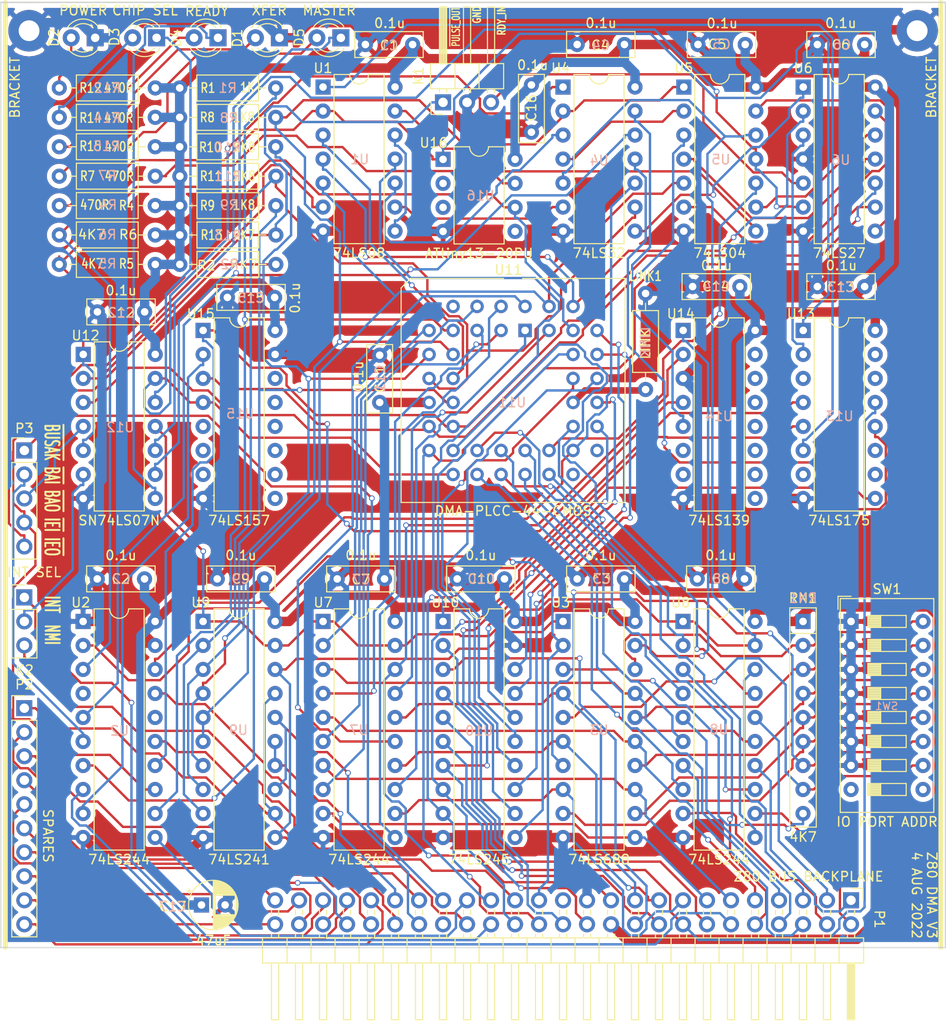
<source format=kicad_pcb>
(kicad_pcb (version 20171130) (host pcbnew "(5.1.12)-1")
  (layers (0 F.Cu signal) (31 B.Cu signal) (34 B.Paste user hide) (35 F.Paste user hide) (36 B.SilkS user) (37 F.SilkS user) (38 B.Mask user) (39 F.Mask user) (44 Edge.Cuts user))
  (net 0 "")
  (net 1 VCC)
  (net 2 GND)
  (net 3 /D4)
  (net 4 /D3)
  (net 5 /D5)
  (net 6 /D6)
  (net 7 /D2)
  (net 8 /D7)
  (net 9 /D0)
  (net 10 /D1)
  (net 11 /SPARE9)
  (net 12 /SPARE0)
  (net 13 /SPARE8)
  (net 14 /SPARE1)
  (net 15 /SPARE7)
  (net 16 /SPARE2)
  (net 17 /SPARE6)
  (net 18 /SPARE3)
  (net 19 /SPARE5)
  (net 20 /SPARE4)
  (net 21 "Net-(D1-Pad2)")
  (net 22 "Net-(U5-Pad9)")
  (net 23 "Net-(U5-Pad6)")
  (net 24 /~CE_DMA_BRD)
  (net 25 /~BAI)
  (net 26 /~RST)
  (net 27 /~B_RESET)
  (net 28 /B_A10)
  (net 29 /B_A11)
  (net 30 /B_A9)
  (net 31 /B_A12)
  (net 32 /B_A8)
  (net 33 /B_A13)
  (net 34 /B_A7)
  (net 35 /B_A14)
  (net 36 /B_A6)
  (net 37 /B_A15)
  (net 38 /B_A5)
  (net 39 /B_PHI)
  (net 40 /B_A4)
  (net 41 /B_D4)
  (net 42 /B_A3)
  (net 43 /B_D3)
  (net 44 /B_A2)
  (net 45 /B_D5)
  (net 46 /B_A1)
  (net 47 /B_D6)
  (net 48 /B_A0)
  (net 49 /B_D2)
  (net 50 /B_D7)
  (net 51 /~B_M1)
  (net 52 /B_D0)
  (net 53 /B_D1)
  (net 54 /~B_BUSRQ)
  (net 55 /~B_INT)
  (net 56 /~B_WAIT)
  (net 57 /~B_BUSAK)
  (net 58 /~B_MREQ)
  (net 59 /~B_IORQ)
  (net 60 /~B_BAO)
  (net 61 /B_IEO)
  (net 62 /~B_BAI)
  (net 63 /PHI)
  (net 64 /B_IEI)
  (net 65 /~PULSE)
  (net 66 "Net-(RN1-Pad9)")
  (net 67 "Net-(U1-Pad12)")
  (net 68 "Net-(U1-Pad9)")
  (net 69 "Net-(U1-Pad10)")
  (net 70 /IEO)
  (net 71 "Net-(U1-Pad11)")
  (net 72 /IEI)
  (net 73 "Net-(U1-Pad13)")
  (net 74 /~WR~b)
  (net 75 /~M1)
  (net 76 /~WAIT)
  (net 77 /~CE_DMA_RDY)
  (net 78 "Net-(U13-Pad9)")
  (net 79 "Net-(U4-Pad4)")
  (net 80 "Net-(U4-Pad8)")
  (net 81 /~CE_DMA_IC)
  (net 82 "Net-(U11-Pad3)")
  (net 83 "Net-(U11-Pad4)")
  (net 84 "Net-(U11-Pad5)")
  (net 85 "Net-(U11-Pad1)")
  (net 86 "Net-(U11-Pad2)")
  (net 87 "Net-(U11-Pad20)")
  (net 88 "Net-(U11-Pad24)")
  (net 89 "Net-(U11-Pad19)")
  (net 90 "Net-(U11-Pad23)")
  (net 91 "Net-(U11-Pad22)")
  (net 92 "Net-(U11-Pad21)")
  (net 93 /RDY)
  (net 94 /~BAO)
  (net 95 "Net-(U14-Pad4)")
  (net 96 "Net-(D2-Pad2)")
  (net 97 /RDY_IN)
  (net 98 "Net-(RN1-Pad2)")
  (net 99 "Net-(RN1-Pad3)")
  (net 100 "Net-(RN1-Pad4)")
  (net 101 "Net-(RN1-Pad5)")
  (net 102 "Net-(RN1-Pad6)")
  (net 103 "Net-(RN1-Pad7)")
  (net 104 "Net-(RN1-Pad8)")
  (net 105 "Net-(U13-Pad2)")
  (net 106 /~B_WR)
  (net 107 /~B_RD)
  (net 108 /~RD)
  (net 109 /~MREQ)
  (net 110 /~WR)
  (net 111 /~IORQ)
  (net 112 /~PULSE_OUT)
  (net 113 "Net-(K2-Pad2)")
  (net 114 /~B_NMI)
  (net 115 "Net-(D3-Pad2)")
  (net 116 "Net-(D3-Pad1)")
  (net 117 "Net-(D4-Pad2)")
  (net 118 "Net-(D4-Pad1)")
  (net 119 /~RDY)
  (net 120 "Net-(R7-Pad2)")
  (net 121 "Net-(U1-Pad3)")
  (net 122 "Net-(U11-Pad43)")
  (net 123 "Net-(U11-Pad44)")
  (net 124 "Net-(U11-Pad7)")
  (net 125 "Net-(U11-Pad26)")
  (net 126 "Net-(U11-Pad25)")
  (net 127 /~USR_RST)
  (net 128 /G-PLCC)
  (net 129 /~DMA_HAS_BUS)
  (net 130 "Net-(U5-Pad4)")
  (net 131 "Net-(D5-Pad2)")
  (net 132 "Net-(D5-Pad1)")
  (net 133 "Net-(U5-Pad13)")
  (module Connector_PinHeader_2.54mm:PinHeader_1x03_P2.54mm_Horizontal (layer F.Cu) (at 92.8175 60.579 90)
    (fp_text reference K1 (at 2.794 -2.584 90) (layer F.SilkS))
    (fp_text value "EXT DMA")
    (pad 3 thru_hole oval (at 0 5.08 90) (size 1.7 1.7) (drill 1) (layers *.Cu *.Mask) (net 97 /RDY_IN))
    (pad 2 thru_hole oval (at 0 2.54 90) (size 1.7 1.7) (drill 1) (layers *.Cu *.Mask) (net 2 GND))
    (pad 1 thru_hole rect (at 0 0 90) (size 1.7 1.7) (drill 1) (layers *.Cu *.Mask) (net 112 /~PULSE_OUT))
  )
  (module Connector_PinHeader_2.54mm:PinHeader_1x05_P2.54mm_Vertical (layer F.Cu) (at 48.5 97.41)
    (fp_text reference P3 (at 0 -2.33) (layer F.SilkS))
    (fp_text value "DAISY CHAIN")
    (pad 5 thru_hole oval (at 0 10.16) (size 1.7 1.7) (drill 1) (layers *.Cu *.Mask) (net 61 /B_IEO))
    (pad 4 thru_hole oval (at 0 7.62) (size 1.7 1.7) (drill 1) (layers *.Cu *.Mask) (net 64 /B_IEI))
    (pad 3 thru_hole oval (at 0 5.08) (size 1.7 1.7) (drill 1) (layers *.Cu *.Mask) (net 60 /~B_BAO))
    (pad 2 thru_hole oval (at 0 2.54) (size 1.7 1.7) (drill 1) (layers *.Cu *.Mask) (net 62 /~B_BAI))
    (pad 1 thru_hole rect (at 0 0) (size 1.7 1.7) (drill 1) (layers *.Cu *.Mask) (net 57 /~B_BUSAK))
  )
  (module Resistor_THT:R_Axial_DIN0207_L6.3mm_D2.5mm_P10.16mm_Horizontal (layer F.Cu) (at 62.3565 71.501 180)
    (fp_text reference R4 (at 3.048 0) (layer F.SilkS) (effects (font (size 1 0.8))))
    (fp_text value 470R (at 6.4135 0.0635) (layer F.SilkS) (effects (font (size 1 0.8))))
    (fp_text user %R (at 5.0165 0.0635) (layer B.SilkS) (effects (justify mirror)))
    (pad 2 thru_hole oval (at 10.16 0 180) (size 1.6 1.6) (drill 0.8) (layers *.Cu *.Mask) (net 131 "Net-(D5-Pad2)"))
    (pad 1 thru_hole circle (at 0 0 180) (size 1.6 1.6) (drill 0.8) (layers *.Cu *.Mask) (net 1 VCC))
  )
  (module LED_THT:LED_D3.0mm (layer F.Cu) (at 82.002 53.7545 180)
    (fp_text reference D5 (at 4.405 0.0335 90) (layer F.SilkS))
    (fp_text value LED)
    (pad 2 thru_hole circle (at 2.54 0 180) (size 1.8 1.8) (drill 0.9) (layers *.Cu *.Mask) (net 131 "Net-(D5-Pad2)"))
    (pad 1 thru_hole rect (at 0 0 180) (size 1.8 1.8) (drill 0.9) (layers *.Cu *.Mask) (net 132 "Net-(D5-Pad1)"))
  )
  (module LED_THT:LED_D3.0mm (layer F.Cu) (at 69 53.75 180)
    (fp_text reference D4 (at 4.4205 -0.0345 90) (layer F.SilkS))
    (fp_text value LED)
    (pad 2 thru_hole circle (at 2.54 0 180) (size 1.8 1.8) (drill 0.9) (layers *.Cu *.Mask) (net 117 "Net-(D4-Pad2)"))
    (pad 1 thru_hole rect (at 0 0 180) (size 1.8 1.8) (drill 0.9) (layers *.Cu *.Mask) (net 118 "Net-(D4-Pad1)"))
  )
  (module LED_THT:LED_D3.0mm (layer F.Cu) (at 62.5 53.75 180)
    (fp_text reference D3 (at 4.461 0.0925 90) (layer F.SilkS))
    (fp_text value LED)
    (pad 2 thru_hole circle (at 2.54 0 180) (size 1.8 1.8) (drill 0.9) (layers *.Cu *.Mask) (net 115 "Net-(D3-Pad2)"))
    (pad 1 thru_hole rect (at 0 0 180) (size 1.8 1.8) (drill 0.9) (layers *.Cu *.Mask) (net 116 "Net-(D3-Pad1)"))
  )
  (module LED_THT:LED_D3.0mm (layer F.Cu) (at 56 53.75 180)
    (fp_text reference D2 (at 4.3745 0.029 90) (layer F.SilkS))
    (fp_text value LED)
    (pad 2 thru_hole circle (at 2.54 0 180) (size 1.8 1.8) (drill 0.9) (layers *.Cu *.Mask) (net 96 "Net-(D2-Pad2)"))
    (pad 1 thru_hole rect (at 0 0 180) (size 1.8 1.8) (drill 0.9) (layers *.Cu *.Mask) (net 2 GND))
  )
  (module LED_THT:LED_D3.0mm (layer F.Cu) (at 75.5 53.75 180)
    (fp_text reference D1 (at 4.4435 -0.0345 90) (layer F.SilkS))
    (fp_text value LED)
    (pad 2 thru_hole circle (at 2.54 0 180) (size 1.8 1.8) (drill 0.9) (layers *.Cu *.Mask) (net 21 "Net-(D1-Pad2)"))
    (pad 1 thru_hole rect (at 0 0 180) (size 1.8 1.8) (drill 0.9) (layers *.Cu *.Mask) (net 2 GND))
  )
  (module Resistor_THT:R_Axial_DIN0207_L6.3mm_D2.5mm_P10.16mm_Horizontal (layer F.Cu) (at 62.3565 62.1665 180)
    (fp_text reference R14 (at 6.858 -0.0635) (layer F.SilkS) (effects (font (size 1 0.8))))
    (fp_text value 470R (at 3.8735 -0.0635) (layer F.SilkS) (effects (font (size 1 0.8))))
    (fp_text user %R (at 5.08 -0.0635) (layer B.SilkS) (effects (justify mirror)))
    (pad 2 thru_hole oval (at 10.16 0 180) (size 1.6 1.6) (drill 0.8) (layers *.Cu *.Mask) (net 115 "Net-(D3-Pad2)"))
    (pad 1 thru_hole circle (at 0 0 180) (size 1.6 1.6) (drill 0.8) (layers *.Cu *.Mask) (net 1 VCC))
  )
  (module Pin_Headers:Pin_Header_Straight_1x10_Pitch2.54mm (layer F.Cu) (at 48.5 124.68)
    (fp_text reference P2 (at 0 -2.5) (layer F.SilkS))
    (fp_text value SPARES (at 2.5 13.5 -90 unlocked) (layer F.SilkS))
    (pad 1 thru_hole rect (at 0 0) (size 1.7 1.7) (drill 1) (layers *.Cu *.Mask) (net 12 /SPARE0))
    (pad 2 thru_hole oval (at 0 2.54) (size 1.7 1.7) (drill 1) (layers *.Cu *.Mask) (net 14 /SPARE1))
    (pad 3 thru_hole oval (at 0 5.08) (size 1.7 1.7) (drill 1) (layers *.Cu *.Mask) (net 16 /SPARE2))
    (pad 4 thru_hole oval (at 0 7.62) (size 1.7 1.7) (drill 1) (layers *.Cu *.Mask) (net 18 /SPARE3))
    (pad 5 thru_hole oval (at 0 10.16) (size 1.7 1.7) (drill 1) (layers *.Cu *.Mask) (net 20 /SPARE4))
    (pad 6 thru_hole oval (at 0 12.7) (size 1.7 1.7) (drill 1) (layers *.Cu *.Mask) (net 19 /SPARE5))
    (pad 7 thru_hole oval (at 0 15.24) (size 1.7 1.7) (drill 1) (layers *.Cu *.Mask) (net 17 /SPARE6))
    (pad 8 thru_hole oval (at 0 17.78) (size 1.7 1.7) (drill 1) (layers *.Cu *.Mask) (net 15 /SPARE7))
    (pad 9 thru_hole oval (at 0 20.32) (size 1.7 1.7) (drill 1) (layers *.Cu *.Mask) (net 13 /SPARE8))
    (pad 10 thru_hole oval (at 0 22.86) (size 1.7 1.7) (drill 1) (layers *.Cu *.Mask) (net 11 /SPARE9))
  )
  (module Package_LCC:PLCC-44_THT-Socket (layer F.Cu) (at 101.5 84.71)
    (fp_text reference U11 (at -1.75 -6.4) (layer F.SilkS))
    (fp_text value DMA-PLCC-44-CMOS (at -1.27 19.1) (layer F.SilkS))
    (fp_text user %R (at -1.3605 7.619 180) (layer B.SilkS) (effects (justify mirror)))
    (pad 39 thru_hole circle (at 7.62 0) (size 1.4224 1.4224) (drill 0.8) (layers *.Cu *.Mask) (net 9 /D0))
    (pad 37 thru_hole circle (at 7.62 2.54) (size 1.4224 1.4224) (drill 0.8) (layers *.Cu *.Mask) (net 7 /D2))
    (pad 35 thru_hole circle (at 7.62 5.08) (size 1.4224 1.4224) (drill 0.8) (layers *.Cu *.Mask) (net 3 /D4))
    (pad 33 thru_hole circle (at 7.62 7.62) (size 1.4224 1.4224) (drill 0.8) (layers *.Cu *.Mask) (net 5 /D5))
    (pad 31 thru_hole circle (at 7.62 10.16) (size 1.4224 1.4224) (drill 0.8) (layers *.Cu *.Mask) (net 8 /D7))
    (pad 40 thru_hole circle (at 5.08 -2.54) (size 1.4224 1.4224) (drill 0.8) (layers *.Cu *.Mask) (net 70 /IEO))
    (pad 38 thru_hole circle (at 5.08 2.54) (size 1.4224 1.4224) (drill 0.8) (layers *.Cu *.Mask) (net 10 /D1))
    (pad 36 thru_hole circle (at 5.08 5.08) (size 1.4224 1.4224) (drill 0.8) (layers *.Cu *.Mask) (net 4 /D3))
    (pad 34 thru_hole circle (at 5.08 7.62) (size 1.4224 1.4224) (drill 0.8) (layers *.Cu *.Mask) (net 128 /G-PLCC))
    (pad 32 thru_hole circle (at 5.08 10.16) (size 1.4224 1.4224) (drill 0.8) (layers *.Cu *.Mask) (net 6 /D6))
    (pad 30 thru_hole circle (at 5.08 12.7) (size 1.4224 1.4224) (drill 0.8) (layers *.Cu *.Mask) (net 75 /~M1))
    (pad 28 thru_hole circle (at 5.08 15.24) (size 1.4224 1.4224) (drill 0.8) (layers *.Cu *.Mask))
    (pad 26 thru_hole circle (at 2.54 15.24) (size 1.4224 1.4224) (drill 0.8) (layers *.Cu *.Mask) (net 125 "Net-(U11-Pad26)"))
    (pad 24 thru_hole circle (at 0 15.24) (size 1.4224 1.4224) (drill 0.8) (layers *.Cu *.Mask) (net 88 "Net-(U11-Pad24)"))
    (pad 22 thru_hole circle (at -2.54 15.24) (size 1.4224 1.4224) (drill 0.8) (layers *.Cu *.Mask) (net 91 "Net-(U11-Pad22)"))
    (pad 20 thru_hole circle (at -5.08 15.24) (size 1.4224 1.4224) (drill 0.8) (layers *.Cu *.Mask) (net 87 "Net-(U11-Pad20)"))
    (pad 18 thru_hole circle (at -7.62 15.24) (size 1.4224 1.4224) (drill 0.8) (layers *.Cu *.Mask) (net 81 /~CE_DMA_IC))
    (pad 29 thru_hole circle (at 7.62 12.7) (size 1.4224 1.4224) (drill 0.8) (layers *.Cu *.Mask))
    (pad 27 thru_hole circle (at 2.54 12.7) (size 1.4224 1.4224) (drill 0.8) (layers *.Cu *.Mask) (net 93 /RDY))
    (pad 25 thru_hole circle (at 0 12.7) (size 1.4224 1.4224) (drill 0.8) (layers *.Cu *.Mask) (net 126 "Net-(U11-Pad25)"))
    (pad 23 thru_hole circle (at -2.54 12.7) (size 1.4224 1.4224) (drill 0.8) (layers *.Cu *.Mask) (net 90 "Net-(U11-Pad23)"))
    (pad 21 thru_hole circle (at -5.08 12.7) (size 1.4224 1.4224) (drill 0.8) (layers *.Cu *.Mask) (net 92 "Net-(U11-Pad21)"))
    (pad 19 thru_hole circle (at -7.62 12.7) (size 1.4224 1.4224) (drill 0.8) (layers *.Cu *.Mask) (net 89 "Net-(U11-Pad19)"))
    (pad 17 thru_hole circle (at -10.16 12.7) (size 1.4224 1.4224) (drill 0.8) (layers *.Cu *.Mask) (net 54 /~B_BUSRQ))
    (pad 15 thru_hole circle (at -10.16 10.16) (size 1.4224 1.4224) (drill 0.8) (layers *.Cu *.Mask) (net 94 /~BAO))
    (pad 13 thru_hole circle (at -10.16 7.62) (size 1.4224 1.4224) (drill 0.8) (layers *.Cu *.Mask) (net 1 VCC))
    (pad 11 thru_hole circle (at -10.16 5.08) (size 1.4224 1.4224) (drill 0.8) (layers *.Cu *.Mask) (net 111 /~IORQ))
    (pad 9 thru_hole circle (at -10.16 2.54) (size 1.4224 1.4224) (drill 0.8) (layers *.Cu *.Mask) (net 110 /~WR))
    (pad 7 thru_hole circle (at -10.16 0) (size 1.4224 1.4224) (drill 0.8) (layers *.Cu *.Mask) (net 124 "Net-(U11-Pad7)"))
    (pad 16 thru_hole circle (at -7.62 10.16) (size 1.4224 1.4224) (drill 0.8) (layers *.Cu *.Mask) (net 25 /~BAI))
    (pad 14 thru_hole circle (at -7.62 7.62) (size 1.4224 1.4224) (drill 0.8) (layers *.Cu *.Mask) (net 109 /~MREQ))
    (pad 12 thru_hole circle (at -7.62 5.08) (size 1.4224 1.4224) (drill 0.8) (layers *.Cu *.Mask) (net 121 "Net-(U1-Pad3)"))
    (pad 10 thru_hole circle (at -7.62 2.54) (size 1.4224 1.4224) (drill 0.8) (layers *.Cu *.Mask) (net 108 /~RD))
    (pad 8 thru_hole circle (at -7.62 0) (size 1.4224 1.4224) (drill 0.8) (layers *.Cu *.Mask) (net 63 /PHI))
    (pad 42 thru_hole circle (at 2.54 -2.54) (size 1.4224 1.4224) (drill 0.8) (layers *.Cu *.Mask) (net 72 /IEI))
    (pad 44 thru_hole circle (at 0 -2.54) (size 1.4224 1.4224) (drill 0.8) (layers *.Cu *.Mask) (net 123 "Net-(U11-Pad44)"))
    (pad 6 thru_hole circle (at -7.62 -2.54) (size 1.4224 1.4224) (drill 0.8) (layers *.Cu *.Mask))
    (pad 4 thru_hole circle (at -5.08 -2.54) (size 1.4224 1.4224) (drill 0.8) (layers *.Cu *.Mask) (net 83 "Net-(U11-Pad4)"))
    (pad 2 thru_hole circle (at -2.54 -2.54) (size 1.4224 1.4224) (drill 0.8) (layers *.Cu *.Mask) (net 86 "Net-(U11-Pad2)"))
    (pad 41 thru_hole circle (at 5.08 0) (size 1.4224 1.4224) (drill 0.8) (layers *.Cu *.Mask) (net 65 /~PULSE))
    (pad 43 thru_hole circle (at 2.54 0) (size 1.4224 1.4224) (drill 0.8) (layers *.Cu *.Mask) (net 122 "Net-(U11-Pad43)"))
    (pad 5 thru_hole circle (at -5.08 0) (size 1.4224 1.4224) (drill 0.8) (layers *.Cu *.Mask) (net 84 "Net-(U11-Pad5)"))
    (pad 3 thru_hole circle (at -2.54 0) (size 1.4224 1.4224) (drill 0.8) (layers *.Cu *.Mask) (net 82 "Net-(U11-Pad3)"))
    (pad 1 thru_hole rect (at 0 0) (size 1.4224 1.4224) (drill 0.8) (layers *.Cu *.Mask) (net 85 "Net-(U11-Pad1)"))
  )
  (module Capacitor_THT:CP_Radial_D5.0mm_P2.50mm (layer F.Cu) (at 67.25 145.5)
    (fp_text reference C17 (at -3.0515 0.169) (layer F.SilkS))
    (fp_text value 47uF (at 1.25 3.75) (layer F.SilkS))
    (fp_text user %R (at -3.0515 0.169) (layer B.SilkS) (effects (justify mirror)))
    (pad 2 thru_hole circle (at 2.5 0) (size 1.6 1.6) (drill 0.8) (layers *.Cu *.Mask) (net 2 GND))
    (pad 1 thru_hole rect (at 0 0) (size 1.6 1.6) (drill 0.8) (layers *.Cu *.Mask) (net 1 VCC))
  )
  (module Capacitor_THT:C_Disc_D7.0mm_W2.5mm_P5.00mm (layer F.Cu) (at 86.11 92.329 90)
    (fp_text reference C11 (at 2.4765 0.0465 90) (layer F.SilkS))
    (fp_text value 0.1u (at 2.75 -2.25 90) (layer F.SilkS))
    (fp_text user %R (at 2.54 0.0465 270) (layer B.SilkS) (effects (justify mirror)))
    (pad 2 thru_hole circle (at 5 0 90) (size 1.6 1.6) (drill 0.8) (layers *.Cu *.Mask) (net 2 GND))
    (pad 1 thru_hole circle (at 0 0 90) (size 1.6 1.6) (drill 0.8) (layers *.Cu *.Mask) (net 1 VCC))
  )
  (module Pin_Headers:Pin_Header_Angled_2x25_Pitch2.54mm (layer F.Cu) (at 136 145 270)
    (fp_text reference P1 (at 2 -3 270 unlocked) (layer F.SilkS))
    (fp_text value "Z80 BUS BACKPLANE" (at -2.5 4.5) (layer F.SilkS))
    (pad 1 thru_hole rect (at 0 0 270) (size 1.7 1.7) (drill 1) (layers *.Cu *.Mask) (net 28 /B_A10))
    (pad 2 thru_hole oval (at 2.54 0 270) (size 1.7 1.7) (drill 1) (layers *.Cu *.Mask) (net 29 /B_A11))
    (pad 3 thru_hole oval (at 0 2.54 270) (size 1.7 1.7) (drill 1) (layers *.Cu *.Mask) (net 30 /B_A9))
    (pad 4 thru_hole oval (at 2.54 2.54 270) (size 1.7 1.7) (drill 1) (layers *.Cu *.Mask) (net 31 /B_A12))
    (pad 5 thru_hole oval (at 0 5.08 270) (size 1.7 1.7) (drill 1) (layers *.Cu *.Mask) (net 32 /B_A8))
    (pad 6 thru_hole oval (at 2.54 5.08 270) (size 1.7 1.7) (drill 1) (layers *.Cu *.Mask) (net 33 /B_A13))
    (pad 7 thru_hole oval (at 0 7.62 270) (size 1.7 1.7) (drill 1) (layers *.Cu *.Mask) (net 34 /B_A7))
    (pad 8 thru_hole oval (at 2.54 7.62 270) (size 1.7 1.7) (drill 1) (layers *.Cu *.Mask) (net 35 /B_A14))
    (pad 9 thru_hole oval (at 0 10.16 270) (size 1.7 1.7) (drill 1) (layers *.Cu *.Mask) (net 36 /B_A6))
    (pad 10 thru_hole oval (at 2.54 10.16 270) (size 1.7 1.7) (drill 1) (layers *.Cu *.Mask) (net 37 /B_A15))
    (pad 11 thru_hole oval (at 0 12.7 270) (size 1.7 1.7) (drill 1) (layers *.Cu *.Mask) (net 38 /B_A5))
    (pad 12 thru_hole oval (at 2.54 12.7 270) (size 1.7 1.7) (drill 1) (layers *.Cu *.Mask) (net 39 /B_PHI))
    (pad 13 thru_hole oval (at 0 15.24 270) (size 1.7 1.7) (drill 1) (layers *.Cu *.Mask) (net 40 /B_A4))
    (pad 14 thru_hole oval (at 2.54 15.24 270) (size 1.7 1.7) (drill 1) (layers *.Cu *.Mask) (net 41 /B_D4))
    (pad 15 thru_hole oval (at 0 17.78 270) (size 1.7 1.7) (drill 1) (layers *.Cu *.Mask) (net 42 /B_A3))
    (pad 16 thru_hole oval (at 2.54 17.78 270) (size 1.7 1.7) (drill 1) (layers *.Cu *.Mask) (net 43 /B_D3))
    (pad 17 thru_hole oval (at 0 20.32 270) (size 1.7 1.7) (drill 1) (layers *.Cu *.Mask) (net 44 /B_A2))
    (pad 18 thru_hole oval (at 2.54 20.32 270) (size 1.7 1.7) (drill 1) (layers *.Cu *.Mask) (net 45 /B_D5))
    (pad 19 thru_hole oval (at 0 22.86 270) (size 1.7 1.7) (drill 1) (layers *.Cu *.Mask) (net 46 /B_A1))
    (pad 20 thru_hole oval (at 2.54 22.86 270) (size 1.7 1.7) (drill 1) (layers *.Cu *.Mask) (net 47 /B_D6))
    (pad 21 thru_hole oval (at 0 25.4 270) (size 1.7 1.7) (drill 1) (layers *.Cu *.Mask) (net 48 /B_A0))
    (pad 22 thru_hole oval (at 2.54 25.4 270) (size 1.7 1.7) (drill 1) (layers *.Cu *.Mask) (net 1 VCC))
    (pad 23 thru_hole oval (at 0 27.94 270) (size 1.7 1.7) (drill 1) (layers *.Cu *.Mask) (net 2 GND))
    (pad 24 thru_hole oval (at 2.54 27.94 270) (size 1.7 1.7) (drill 1) (layers *.Cu *.Mask) (net 49 /B_D2))
    (pad 25 thru_hole oval (at 0 30.48 270) (size 1.7 1.7) (drill 1) (layers *.Cu *.Mask))
    (pad 26 thru_hole oval (at 2.54 30.48 270) (size 1.7 1.7) (drill 1) (layers *.Cu *.Mask) (net 50 /B_D7))
    (pad 27 thru_hole oval (at 0 33.02 270) (size 1.7 1.7) (drill 1) (layers *.Cu *.Mask) (net 51 /~B_M1))
    (pad 28 thru_hole oval (at 2.54 33.02 270) (size 1.7 1.7) (drill 1) (layers *.Cu *.Mask) (net 52 /B_D0))
    (pad 29 thru_hole oval (at 0 35.56 270) (size 1.7 1.7) (drill 1) (layers *.Cu *.Mask) (net 27 /~B_RESET))
    (pad 30 thru_hole oval (at 2.54 35.56 270) (size 1.7 1.7) (drill 1) (layers *.Cu *.Mask) (net 53 /B_D1))
    (pad 31 thru_hole oval (at 0 38.1 270) (size 1.7 1.7) (drill 1) (layers *.Cu *.Mask) (net 54 /~B_BUSRQ))
    (pad 32 thru_hole oval (at 2.54 38.1 270) (size 1.7 1.7) (drill 1) (layers *.Cu *.Mask) (net 55 /~B_INT))
    (pad 33 thru_hole oval (at 0 40.64 270) (size 1.7 1.7) (drill 1) (layers *.Cu *.Mask) (net 56 /~B_WAIT))
    (pad 34 thru_hole oval (at 2.54 40.64 270) (size 1.7 1.7) (drill 1) (layers *.Cu *.Mask) (net 114 /~B_NMI))
    (pad 35 thru_hole oval (at 0 43.18 270) (size 1.7 1.7) (drill 1) (layers *.Cu *.Mask) (net 57 /~B_BUSAK))
    (pad 36 thru_hole oval (at 2.54 43.18 270) (size 1.7 1.7) (drill 1) (layers *.Cu *.Mask))
    (pad 37 thru_hole oval (at 0 45.72 270) (size 1.7 1.7) (drill 1) (layers *.Cu *.Mask) (net 106 /~B_WR))
    (pad 38 thru_hole oval (at 2.54 45.72 270) (size 1.7 1.7) (drill 1) (layers *.Cu *.Mask) (net 58 /~B_MREQ))
    (pad 39 thru_hole oval (at 0 48.26 270) (size 1.7 1.7) (drill 1) (layers *.Cu *.Mask) (net 107 /~B_RD))
    (pad 40 thru_hole oval (at 2.54 48.26 270) (size 1.7 1.7) (drill 1) (layers *.Cu *.Mask) (net 59 /~B_IORQ))
    (pad 41 thru_hole oval (at 0 50.8 270) (size 1.7 1.7) (drill 1) (layers *.Cu *.Mask) (net 11 /SPARE9))
    (pad 42 thru_hole oval (at 2.54 50.8 270) (size 1.7 1.7) (drill 1) (layers *.Cu *.Mask) (net 12 /SPARE0))
    (pad 43 thru_hole oval (at 0 53.34 270) (size 1.7 1.7) (drill 1) (layers *.Cu *.Mask) (net 13 /SPARE8))
    (pad 44 thru_hole oval (at 2.54 53.34 270) (size 1.7 1.7) (drill 1) (layers *.Cu *.Mask) (net 14 /SPARE1))
    (pad 45 thru_hole oval (at 0 55.88 270) (size 1.7 1.7) (drill 1) (layers *.Cu *.Mask) (net 15 /SPARE7))
    (pad 46 thru_hole oval (at 2.54 55.88 270) (size 1.7 1.7) (drill 1) (layers *.Cu *.Mask) (net 16 /SPARE2))
    (pad 47 thru_hole oval (at 0 58.42 270) (size 1.7 1.7) (drill 1) (layers *.Cu *.Mask) (net 17 /SPARE6))
    (pad 48 thru_hole oval (at 2.54 58.42 270) (size 1.7 1.7) (drill 1) (layers *.Cu *.Mask) (net 18 /SPARE3))
    (pad 49 thru_hole oval (at 0 60.96 270) (size 1.7 1.7) (drill 1) (layers *.Cu *.Mask) (net 19 /SPARE5))
    (pad 50 thru_hole oval (at 2.54 60.96 270) (size 1.7 1.7) (drill 1) (layers *.Cu *.Mask) (net 20 /SPARE4))
  )
  (module Resistor_THT:R_Axial_DIN0207_L6.3mm_D2.5mm_P10.16mm_Horizontal (layer F.Cu) (at 62.3565 65.278 180)
    (fp_text reference R15 (at 6.858 0.0635) (layer F.SilkS) (effects (font (size 1 0.8))))
    (fp_text value 470R (at 3.81 0) (layer F.SilkS) (effects (font (size 1 0.8))))
    (fp_text user %R (at 5.1435 0.0635) (layer B.SilkS) (effects (justify mirror)))
    (pad 2 thru_hole oval (at 10.16 0 180) (size 1.6 1.6) (drill 0.8) (layers *.Cu *.Mask) (net 117 "Net-(D4-Pad2)"))
    (pad 1 thru_hole circle (at 0 0 180) (size 1.6 1.6) (drill 0.8) (layers *.Cu *.Mask) (net 1 VCC))
  )
  (module Capacitor_THT:C_Disc_D7.0mm_W2.5mm_P5.00mm (layer F.Cu) (at 137.44 80.07 180)
    (fp_text reference C13 (at 2.523 -0.058) (layer F.SilkS))
    (fp_text value 0.1u (at 2.4595 2.228) (layer F.SilkS))
    (fp_text user %R (at 2.5 -0.058) (layer B.SilkS) (effects (justify mirror)))
    (pad 1 thru_hole circle (at 0 0 180) (size 1.6 1.6) (drill 0.8) (layers *.Cu *.Mask) (net 1 VCC))
    (pad 2 thru_hole circle (at 5 0 180) (size 1.6 1.6) (drill 0.8) (layers *.Cu *.Mask) (net 2 GND))
  )
  (module Capacitor_THT:C_Disc_D7.0mm_W2.5mm_P5.00mm (layer F.Cu) (at 61.222 111 180)
    (fp_text reference C2 (at 2.516 0.002) (layer F.SilkS))
    (fp_text value 0.1u (at 2.5 2.5) (layer F.SilkS))
    (fp_text user %R (at 2.4525 0.002) (layer B.SilkS) (effects (justify mirror)))
    (pad 2 thru_hole circle (at 5 0 180) (size 1.6 1.6) (drill 0.8) (layers *.Cu *.Mask) (net 2 GND))
    (pad 1 thru_hole circle (at 0 0 180) (size 1.6 1.6) (drill 0.8) (layers *.Cu *.Mask) (net 1 VCC))
  )
  (module Resistor_THT:R_Axial_DIN0207_L6.3mm_D2.5mm_P10.16mm_Horizontal (layer F.Cu) (at 114.25 90.96 90)
    (fp_text reference LINK1 (at 12 0 180) (layer F.SilkS) (effects (font (size 1 0.8))))
    (fp_text value LINK (at 4.854 -0.0135 270) (layer F.SilkS))
    (fp_text user LINK (at 4.981 -0.0135 90) (layer B.SilkS) (effects (justify mirror)))
    (pad 2 thru_hole oval (at 10.16 0 90) (size 1.6 1.6) (drill 0.8) (layers *.Cu *.Mask) (net 2 GND))
    (pad 1 thru_hole circle (at 0 0 90) (size 1.6 1.6) (drill 0.8) (layers *.Cu *.Mask) (net 128 /G-PLCC))
  )
  (module Capacitor_THT:C_Disc_D7.0mm_W2.5mm_P5.00mm (layer F.Cu) (at 112.02 111 180)
    (fp_text reference C3 (at 2.4465 0.002) (layer F.SilkS))
    (fp_text value 0.1u (at 2.5 2.5) (layer F.SilkS))
    (fp_text user %R (at 2.383 0.002) (layer B.SilkS) (effects (justify mirror)))
    (pad 2 thru_hole circle (at 5 0 180) (size 1.6 1.6) (drill 0.8) (layers *.Cu *.Mask) (net 2 GND))
    (pad 1 thru_hole circle (at 0 0 180) (size 1.6 1.6) (drill 0.8) (layers *.Cu *.Mask) (net 1 VCC))
  )
  (module Capacitor_THT:C_Disc_D7.0mm_W2.5mm_P5.00mm (layer F.Cu) (at 112.016 54.457 180)
    (fp_text reference C4 (at 2.543 -0.0865) (layer F.SilkS))
    (fp_text value 0.1u (at 2.4795 2.263) (layer F.SilkS))
    (fp_text user %R (at 2.4795 -0.0865) (layer B.SilkS) (effects (justify mirror)))
    (pad 2 thru_hole circle (at 5 0 180) (size 1.6 1.6) (drill 0.8) (layers *.Cu *.Mask) (net 2 GND))
    (pad 1 thru_hole circle (at 0 0 180) (size 1.6 1.6) (drill 0.8) (layers *.Cu *.Mask) (net 1 VCC))
  )
  (module Resistor_THT:R_Axial_DIN0207_L6.3mm_D2.5mm_P10.16mm_Horizontal (layer F.Cu) (at 62.3565 77.724 180)
    (fp_text reference R5 (at 3.048 0.0635) (layer F.SilkS) (effects (font (size 1 0.8))))
    (fp_text value 4K7 (at 6.6675 0.0635) (layer F.SilkS) (effects (font (size 1 0.8))))
    (fp_text user %R (at 5.08 0.0635) (layer B.SilkS) (effects (justify mirror)))
    (pad 2 thru_hole oval (at 10.16 0 180) (size 1.6 1.6) (drill 0.8) (layers *.Cu *.Mask) (net 65 /~PULSE))
    (pad 1 thru_hole circle (at 0 0 180) (size 1.6 1.6) (drill 0.8) (layers *.Cu *.Mask) (net 1 VCC))
  )
  (module Capacitor_THT:C_Disc_D7.0mm_W2.5mm_P5.00mm (layer F.Cu) (at 86.62 111 180)
    (fp_text reference C7 (at 2.5115 -0.0615) (layer F.SilkS))
    (fp_text value 0.1u (at 2.5 2.5) (layer F.SilkS))
    (fp_text user %R (at 2.448 -0.0615) (layer B.SilkS) (effects (justify mirror)))
    (pad 1 thru_hole circle (at 0 0 180) (size 1.6 1.6) (drill 0.8) (layers *.Cu *.Mask) (net 1 VCC))
    (pad 2 thru_hole circle (at 5 0 180) (size 1.6 1.6) (drill 0.8) (layers *.Cu *.Mask) (net 2 GND))
  )
  (module Capacitor_THT:C_Disc_D7.0mm_W2.5mm_P5.00mm (layer F.Cu) (at 74.9935 81.2165 180)
    (fp_text reference C15 (at 2.524 -0.058) (layer F.SilkS))
    (fp_text value 0.1u (at -2.159 -0.0635 90) (layer F.SilkS))
    (fp_text user %R (at 2.5 -0.058) (layer B.SilkS) (effects (justify mirror)))
    (pad 1 thru_hole circle (at 0 0 180) (size 1.6 1.6) (drill 0.8) (layers *.Cu *.Mask) (net 1 VCC))
    (pad 2 thru_hole circle (at 5 0 180) (size 1.6 1.6) (drill 0.8) (layers *.Cu *.Mask) (net 2 GND))
  )
  (module Resistor_THT:R_Axial_DIN0207_L6.3mm_D2.5mm_P10.16mm_Horizontal (layer F.Cu) (at 64.9605 71.504)
    (fp_text reference R9 (at 2.921 0) (layer F.SilkS) (effects (font (size 1 0.8))))
    (fp_text value 1K8 (at 6.7945 -0.0635) (layer F.SilkS) (effects (font (size 1 0.8))))
    (fp_text user %R (at 5.207 -0.0635 180) (layer B.SilkS) (effects (justify mirror)))
    (pad 1 thru_hole circle (at 0 0) (size 1.6 1.6) (drill 0.8) (layers *.Cu *.Mask) (net 1 VCC))
    (pad 2 thru_hole oval (at 10.16 0) (size 1.6 1.6) (drill 0.8) (layers *.Cu *.Mask) (net 109 /~MREQ))
  )
  (module Capacitor_THT:C_Disc_D7.0mm_W2.5mm_P5.00mm (layer F.Cu) (at 99.32 111 180)
    (fp_text reference C10 (at 2.4495 0.002) (layer F.SilkS))
    (fp_text value 0.1u (at 2.5 2.5) (layer F.SilkS))
    (fp_text user %R (at 2.4495 0.002) (layer B.SilkS) (effects (justify mirror)))
    (pad 2 thru_hole circle (at 5 0 180) (size 1.6 1.6) (drill 0.8) (layers *.Cu *.Mask) (net 2 GND))
    (pad 1 thru_hole circle (at 0 0 180) (size 1.6 1.6) (drill 0.8) (layers *.Cu *.Mask) (net 1 VCC))
  )
  (module Capacitor_THT:C_Disc_D7.0mm_W2.5mm_P5.00mm (layer F.Cu) (at 124.233 80.07 180)
    (fp_text reference C14 (at 2.5385 0.0055) (layer F.SilkS))
    (fp_text value 0.1u (at 2.475 2.228) (layer F.SilkS))
    (fp_text user %R (at 2.475 0.0055) (layer B.SilkS) (effects (justify mirror)))
    (pad 2 thru_hole circle (at 5 0 180) (size 1.6 1.6) (drill 0.8) (layers *.Cu *.Mask) (net 2 GND))
    (pad 1 thru_hole circle (at 0 0 180) (size 1.6 1.6) (drill 0.8) (layers *.Cu *.Mask) (net 1 VCC))
  )
  (module Capacitor_THT:C_Disc_D7.0mm_W2.5mm_P5.00mm (layer F.Cu) (at 73.92 111 180)
    (fp_text reference C9 (at 2.5145 0.002) (layer F.SilkS))
    (fp_text value 0.1u (at 2.5 2.5) (layer F.SilkS))
    (fp_text user %R (at 2.5 0.002) (layer B.SilkS) (effects (justify mirror)))
    (pad 1 thru_hole circle (at 0 0 180) (size 1.6 1.6) (drill 0.8) (layers *.Cu *.Mask) (net 1 VCC))
    (pad 2 thru_hole circle (at 5 0 180) (size 1.6 1.6) (drill 0.8) (layers *.Cu *.Mask) (net 2 GND))
  )
  (module Capacitor_THT:C_Disc_D7.0mm_W2.5mm_P5.00mm (layer F.Cu) (at 137.44 54.46 180)
    (fp_text reference C6 (at 2.523 -0.023) (layer F.SilkS))
    (fp_text value 0.1u (at 2.523 2.263) (layer F.SilkS))
    (fp_text user %R (at 2.396 -0.023) (layer B.SilkS) (effects (justify mirror)))
    (pad 1 thru_hole circle (at 0 0 180) (size 1.6 1.6) (drill 0.8) (layers *.Cu *.Mask) (net 1 VCC))
    (pad 2 thru_hole circle (at 5 0 180) (size 1.6 1.6) (drill 0.8) (layers *.Cu *.Mask) (net 2 GND))
  )
  (module Capacitor_THT:C_Disc_D7.0mm_W2.5mm_P5.00mm (layer F.Cu) (at 124.8 54.4565 180)
    (fp_text reference C5 (at 2.962 0.0135) (layer F.SilkS))
    (fp_text value 0.1u (at 2.445 2.236) (layer F.SilkS))
    (fp_text user %R (at 2.5085 0.0135) (layer B.SilkS) (effects (justify mirror)))
    (pad 1 thru_hole circle (at 0 0 180) (size 1.6 1.6) (drill 0.8) (layers *.Cu *.Mask) (net 1 VCC))
    (pad 2 thru_hole circle (at 5 0 180) (size 1.6 1.6) (drill 0.8) (layers *.Cu *.Mask) (net 2 GND))
  )
  (module Resistor_THT:R_Axial_DIN0207_L6.3mm_D2.5mm_P10.16mm_Horizontal (layer F.Cu) (at 64.9445 65.281)
    (fp_text reference R10 (at 3.223 0.055) (layer F.SilkS) (effects (font (size 1 0.8))))
    (fp_text value 1K8 (at 6.8425 0.055) (layer F.SilkS) (effects (font (size 1 0.8))))
    (fp_text user %R (at 5.08 0.055) (layer B.SilkS) (effects (justify mirror)))
    (pad 2 thru_hole oval (at 10.16 0) (size 1.6 1.6) (drill 0.8) (layers *.Cu *.Mask) (net 110 /~WR))
    (pad 1 thru_hole circle (at 0 0) (size 1.6 1.6) (drill 0.8) (layers *.Cu *.Mask) (net 1 VCC))
  )
  (module Resistor_THT:R_Axial_DIN0207_L6.3mm_D2.5mm_P10.16mm_Horizontal (layer F.Cu) (at 64.9605 68.3925)
    (fp_text reference R11 (at 3.2865 0) (layer F.SilkS) (effects (font (size 1 0.8))))
    (fp_text value 1K8 (at 6.8425 0) (layer F.SilkS) (effects (font (size 1 0.8))))
    (fp_text user %R (at 5.08 0) (layer B.SilkS) (effects (justify mirror)))
    (pad 2 thru_hole oval (at 10.16 0) (size 1.6 1.6) (drill 0.8) (layers *.Cu *.Mask) (net 111 /~IORQ))
    (pad 1 thru_hole circle (at 0 0) (size 1.6 1.6) (drill 0.8) (layers *.Cu *.Mask) (net 1 VCC))
  )
  (module Capacitor_THT:C_Disc_D7.0mm_W2.5mm_P5.00mm (layer F.Cu) (at 61.235 82.7485 180)
    (fp_text reference C12 (at 2.5085 -0.0865) (layer F.SilkS))
    (fp_text value 0.1u (at 2.5 2.263) (layer F.SilkS))
    (fp_text user %R (at 2.445 -0.0865) (layer B.SilkS) (effects (justify mirror)))
    (pad 2 thru_hole circle (at 5 0 180) (size 1.6 1.6) (drill 0.8) (layers *.Cu *.Mask) (net 2 GND))
    (pad 1 thru_hole circle (at 0 0 180) (size 1.6 1.6) (drill 0.8) (layers *.Cu *.Mask) (net 1 VCC))
  )
  (module Resistor_THT:R_Axial_DIN0207_L6.3mm_D2.5mm_P10.16mm_Horizontal (layer F.Cu) (at 52.1965 68.3895)
    (fp_text reference R7 (at 2.9845 0) (layer F.SilkS) (effects (font (size 1 0.8))))
    (fp_text value 470R (at 6.35 0.0085) (layer F.SilkS) (effects (font (size 1 0.8))))
    (fp_text user %R (at 5.08 -0.055) (layer B.SilkS) (effects (justify mirror)))
    (pad 1 thru_hole circle (at 0 0) (size 1.6 1.6) (drill 0.8) (layers *.Cu *.Mask) (net 21 "Net-(D1-Pad2)"))
    (pad 2 thru_hole oval (at 10.16 0) (size 1.6 1.6) (drill 0.8) (layers *.Cu *.Mask) (net 120 "Net-(R7-Pad2)"))
  )
  (module Capacitor_THT:C_Disc_D7.0mm_W2.5mm_P5.00mm (layer F.Cu) (at 89.5985 54.4615 180)
    (fp_text reference C1 (at 2.494 -0.0865) (layer F.SilkS))
    (fp_text value 0.1u (at 2.4305 2.263) (layer F.SilkS))
    (fp_text user %R (at 2.494 -0.0865) (layer B.SilkS) (effects (justify mirror)))
    (pad 1 thru_hole circle (at 0 0 180) (size 1.6 1.6) (drill 0.8) (layers *.Cu *.Mask) (net 1 VCC))
    (pad 2 thru_hole circle (at 5 0 180) (size 1.6 1.6) (drill 0.8) (layers *.Cu *.Mask) (net 2 GND))
  )
  (module Capacitor_THT:C_Disc_D7.0mm_W2.5mm_P5.00mm (layer F.Cu) (at 102.1715 58.7375 270)
    (fp_text reference C16 (at 2.413 0 270) (layer F.SilkS))
    (fp_text value 0.1u (at -2.0955 -0.127 180) (layer F.SilkS))
    (pad 1 thru_hole circle (at 0 0 270) (size 1.6 1.6) (drill 0.8) (layers *.Cu *.Mask) (net 1 VCC))
    (pad 2 thru_hole circle (at 5 0 270) (size 1.6 1.6) (drill 0.8) (layers *.Cu *.Mask) (net 2 GND))
  )
  (module Resistor_THT:R_Axial_DIN0207_L6.3mm_D2.5mm_P10.16mm_Horizontal (layer F.Cu) (at 64.9445 59.058)
    (fp_text reference R1 (at 2.9845 0) (layer F.SilkS) (effects (font (size 1 0.8))))
    (fp_text value 1K (at 7.1755 -0.0635) (layer F.SilkS) (effects (font (size 1 0.8))))
    (fp_text user %R (at 5.08 0) (layer B.SilkS) (effects (justify mirror)))
    (pad 2 thru_hole oval (at 10.16 0) (size 1.6 1.6) (drill 0.8) (layers *.Cu *.Mask) (net 63 /PHI))
    (pad 1 thru_hole circle (at 0 0) (size 1.6 1.6) (drill 0.8) (layers *.Cu *.Mask) (net 1 VCC))
  )
  (module Resistor_THT:R_Axial_DIN0207_L6.3mm_D2.5mm_P10.16mm_Horizontal (layer F.Cu) (at 52.197 74.6125)
    (fp_text reference R6 (at 7.305 -0.04) (layer F.SilkS))
    (fp_text value 4K7 (at 3.4315 -0.04) (layer F.SilkS))
    (fp_text user %R (at 5.08 -0.04) (layer B.SilkS) (effects (justify mirror)))
    (pad 1 thru_hole circle (at 0 0) (size 1.6 1.6) (drill 0.8) (layers *.Cu *.Mask) (net 26 /~RST))
    (pad 2 thru_hole oval (at 10.16 0) (size 1.6 1.6) (drill 0.8) (layers *.Cu *.Mask) (net 1 VCC))
  )
  (module Resistor_THT:R_Axial_DIN0207_L6.3mm_D2.5mm_P10.16mm_Horizontal (layer F.Cu) (at 64.9605 77.724)
    (fp_text reference R2 (at 2.794 0.127) (layer F.SilkS))
    (fp_text value 4K7 (at 6.7945 0) (layer F.SilkS))
    (fp_text user %R (at 5.2705 0) (layer B.SilkS) (effects (justify mirror)))
    (pad 1 thru_hole circle (at 0 0) (size 1.6 1.6) (drill 0.8) (layers *.Cu *.Mask) (net 1 VCC))
    (pad 2 thru_hole oval (at 10.16 0) (size 1.6 1.6) (drill 0.8) (layers *.Cu *.Mask) (net 64 /B_IEI))
  )
  (module Capacitor_THT:C_Disc_D7.0mm_W2.5mm_P5.00mm (layer F.Cu) (at 124.72 111 180)
    (fp_text reference C8 (at 2.5085 0.002) (layer F.SilkS))
    (fp_text value 0.1u (at 2.5 2.5) (layer F.SilkS))
    (fp_text user %R (at 2.445 0.002) (layer B.SilkS) (effects (justify mirror)))
    (pad 2 thru_hole circle (at 5 0 180) (size 1.6 1.6) (drill 0.8) (layers *.Cu *.Mask) (net 2 GND))
    (pad 1 thru_hole circle (at 0 0 180) (size 1.6 1.6) (drill 0.8) (layers *.Cu *.Mask) (net 1 VCC))
  )
  (module Resistor_THT:R_Axial_DIN0207_L6.3mm_D2.5mm_P10.16mm_Horizontal (layer F.Cu) (at 64.9445 62.1695)
    (fp_text reference R8 (at 2.921 0) (layer F.SilkS) (effects (font (size 1 0.8))))
    (fp_text value 1K8 (at 6.7945 0) (layer F.SilkS) (effects (font (size 1 0.8))))
    (fp_text user %R (at 5.207 0.0635 180) (layer B.SilkS) (effects (justify mirror)))
    (pad 2 thru_hole oval (at 10.16 0) (size 1.6 1.6) (drill 0.8) (layers *.Cu *.Mask) (net 108 /~RD))
    (pad 1 thru_hole circle (at 0 0) (size 1.6 1.6) (drill 0.8) (layers *.Cu *.Mask) (net 1 VCC))
  )
  (module Package_DIP:DIP-16_W7.62mm (layer F.Cu) (at 130.94 84.7085)
    (fp_text reference U13 (at -0.25 -1.75) (layer F.SilkS))
    (fp_text value 74LS175 (at 3.81 20.11) (layer F.SilkS))
    (fp_text user %R (at 3.85 9.0755) (layer B.SilkS) (effects (justify mirror)))
    (pad 16 thru_hole oval (at 7.62 0) (size 1.6 1.6) (drill 0.8) (layers *.Cu *.Mask) (net 1 VCC))
    (pad 8 thru_hole oval (at 0 17.78) (size 1.6 1.6) (drill 0.8) (layers *.Cu *.Mask) (net 2 GND))
    (pad 15 thru_hole oval (at 7.62 2.54) (size 1.6 1.6) (drill 0.8) (layers *.Cu *.Mask))
    (pad 7 thru_hole oval (at 0 15.24) (size 1.6 1.6) (drill 0.8) (layers *.Cu *.Mask))
    (pad 14 thru_hole oval (at 7.62 5.08) (size 1.6 1.6) (drill 0.8) (layers *.Cu *.Mask))
    (pad 6 thru_hole oval (at 0 12.7) (size 1.6 1.6) (drill 0.8) (layers *.Cu *.Mask) (net 127 /~USR_RST))
    (pad 13 thru_hole oval (at 7.62 7.62) (size 1.6 1.6) (drill 0.8) (layers *.Cu *.Mask) (net 43 /B_D3))
    (pad 5 thru_hole oval (at 0 10.16) (size 1.6 1.6) (drill 0.8) (layers *.Cu *.Mask) (net 53 /B_D1))
    (pad 12 thru_hole oval (at 7.62 10.16) (size 1.6 1.6) (drill 0.8) (layers *.Cu *.Mask) (net 49 /B_D2))
    (pad 4 thru_hole oval (at 0 7.62) (size 1.6 1.6) (drill 0.8) (layers *.Cu *.Mask) (net 52 /B_D0))
    (pad 11 thru_hole oval (at 7.62 12.7) (size 1.6 1.6) (drill 0.8) (layers *.Cu *.Mask))
    (pad 3 thru_hole oval (at 0 5.08) (size 1.6 1.6) (drill 0.8) (layers *.Cu *.Mask))
    (pad 10 thru_hole oval (at 7.62 15.24) (size 1.6 1.6) (drill 0.8) (layers *.Cu *.Mask))
    (pad 2 thru_hole oval (at 0 2.54) (size 1.6 1.6) (drill 0.8) (layers *.Cu *.Mask) (net 105 "Net-(U13-Pad2)"))
    (pad 9 thru_hole oval (at 7.62 17.78) (size 1.6 1.6) (drill 0.8) (layers *.Cu *.Mask) (net 78 "Net-(U13-Pad9)"))
    (pad 1 thru_hole rect (at 0 0) (size 1.6 1.6) (drill 0.8) (layers *.Cu *.Mask) (net 26 /~RST))
  )
  (module Package_DIP:DIP-16_W7.62mm (layer F.Cu) (at 118.233 84.7085)
    (fp_text reference U14 (at -0.25 -1.75) (layer F.SilkS))
    (fp_text value 74LS139 (at 3.81 20.11) (layer F.SilkS))
    (fp_text user %R (at 3.779 9.0755) (layer B.SilkS) (effects (justify mirror)))
    (pad 1 thru_hole rect (at 0 0) (size 1.6 1.6) (drill 0.8) (layers *.Cu *.Mask) (net 24 /~CE_DMA_BRD))
    (pad 9 thru_hole oval (at 7.62 17.78) (size 1.6 1.6) (drill 0.8) (layers *.Cu *.Mask))
    (pad 2 thru_hole oval (at 0 2.54) (size 1.6 1.6) (drill 0.8) (layers *.Cu *.Mask) (net 48 /B_A0))
    (pad 10 thru_hole oval (at 7.62 15.24) (size 1.6 1.6) (drill 0.8) (layers *.Cu *.Mask))
    (pad 3 thru_hole oval (at 0 5.08) (size 1.6 1.6) (drill 0.8) (layers *.Cu *.Mask) (net 2 GND))
    (pad 11 thru_hole oval (at 7.62 12.7) (size 1.6 1.6) (drill 0.8) (layers *.Cu *.Mask))
    (pad 4 thru_hole oval (at 0 7.62) (size 1.6 1.6) (drill 0.8) (layers *.Cu *.Mask) (net 95 "Net-(U14-Pad4)"))
    (pad 12 thru_hole oval (at 7.62 10.16) (size 1.6 1.6) (drill 0.8) (layers *.Cu *.Mask))
    (pad 5 thru_hole oval (at 0 10.16) (size 1.6 1.6) (drill 0.8) (layers *.Cu *.Mask) (net 77 /~CE_DMA_RDY))
    (pad 13 thru_hole oval (at 7.62 7.62) (size 1.6 1.6) (drill 0.8) (layers *.Cu *.Mask))
    (pad 6 thru_hole oval (at 0 12.7) (size 1.6 1.6) (drill 0.8) (layers *.Cu *.Mask))
    (pad 14 thru_hole oval (at 7.62 5.08) (size 1.6 1.6) (drill 0.8) (layers *.Cu *.Mask))
    (pad 7 thru_hole oval (at 0 15.24) (size 1.6 1.6) (drill 0.8) (layers *.Cu *.Mask))
    (pad 15 thru_hole oval (at 7.62 2.54) (size 1.6 1.6) (drill 0.8) (layers *.Cu *.Mask))
    (pad 8 thru_hole oval (at 0 17.78) (size 1.6 1.6) (drill 0.8) (layers *.Cu *.Mask) (net 2 GND))
    (pad 16 thru_hole oval (at 7.62 0) (size 1.6 1.6) (drill 0.8) (layers *.Cu *.Mask) (net 1 VCC))
  )
  (module Resistor_THT:R_Axial_DIN0207_L6.3mm_D2.5mm_P10.16mm_Horizontal (layer F.Cu) (at 62.3565 59.055 180)
    (fp_text reference R12 (at 6.858 0) (layer F.SilkS) (effects (font (size 1 0.8))))
    (fp_text value 470R (at 3.8735 0) (layer F.SilkS) (effects (font (size 1 0.8))))
    (fp_text user %R (at 5.08 0) (layer B.SilkS) (effects (justify mirror)))
    (pad 1 thru_hole circle (at 0 0 180) (size 1.6 1.6) (drill 0.8) (layers *.Cu *.Mask) (net 1 VCC))
    (pad 2 thru_hole oval (at 10.16 0 180) (size 1.6 1.6) (drill 0.8) (layers *.Cu *.Mask) (net 96 "Net-(D2-Pad2)"))
  )
  (module Button_Switch_THT:SW_DIP_SPSTx08_Slide_9.78x22.5mm_W7.62mm_P2.54mm (layer F.Cu) (at 136 115.5)
    (fp_text reference SW1 (at 3.81 -3.42) (layer F.SilkS))
    (fp_text value "IO PORT ADDR" (at 3.81 21.2) (layer F.SilkS))
    (fp_text user %R (at 3.7635 8.96 180) (layer B.SilkS) (effects (font (size 0.8 0.8) (thickness 0.12)) (justify mirror)))
    (pad 1 thru_hole rect (at 0 0) (size 1.6 1.6) (drill 0.8) (layers *.Cu *.Mask) (net 2 GND))
    (pad 9 thru_hole oval (at 7.62 17.78) (size 1.6 1.6) (drill 0.8) (layers *.Cu *.Mask))
    (pad 2 thru_hole oval (at 0 2.54) (size 1.6 1.6) (drill 0.8) (layers *.Cu *.Mask) (net 2 GND))
    (pad 10 thru_hole oval (at 7.62 15.24) (size 1.6 1.6) (drill 0.8) (layers *.Cu *.Mask) (net 104 "Net-(RN1-Pad8)"))
    (pad 3 thru_hole oval (at 0 5.08) (size 1.6 1.6) (drill 0.8) (layers *.Cu *.Mask) (net 2 GND))
    (pad 11 thru_hole oval (at 7.62 12.7) (size 1.6 1.6) (drill 0.8) (layers *.Cu *.Mask) (net 103 "Net-(RN1-Pad7)"))
    (pad 4 thru_hole oval (at 0 7.62) (size 1.6 1.6) (drill 0.8) (layers *.Cu *.Mask) (net 2 GND))
    (pad 12 thru_hole oval (at 7.62 10.16) (size 1.6 1.6) (drill 0.8) (layers *.Cu *.Mask) (net 102 "Net-(RN1-Pad6)"))
    (pad 5 thru_hole oval (at 0 10.16) (size 1.6 1.6) (drill 0.8) (layers *.Cu *.Mask) (net 2 GND))
    (pad 13 thru_hole oval (at 7.62 7.62) (size 1.6 1.6) (drill 0.8) (layers *.Cu *.Mask) (net 101 "Net-(RN1-Pad5)"))
    (pad 6 thru_hole oval (at 0 12.7) (size 1.6 1.6) (drill 0.8) (layers *.Cu *.Mask) (net 2 GND))
    (pad 14 thru_hole oval (at 7.62 5.08) (size 1.6 1.6) (drill 0.8) (layers *.Cu *.Mask) (net 100 "Net-(RN1-Pad4)"))
    (pad 7 thru_hole oval (at 0 15.24) (size 1.6 1.6) (drill 0.8) (layers *.Cu *.Mask) (net 2 GND))
    (pad 15 thru_hole oval (at 7.62 2.54) (size 1.6 1.6) (drill 0.8) (layers *.Cu *.Mask) (net 99 "Net-(RN1-Pad3)"))
    (pad 8 thru_hole oval (at 0 17.78) (size 1.6 1.6) (drill 0.8) (layers *.Cu *.Mask))
    (pad 16 thru_hole oval (at 7.62 0) (size 1.6 1.6) (drill 0.8) (layers *.Cu *.Mask) (net 98 "Net-(RN1-Pad2)"))
  )
  (module Package_DIP:DIP-20_W7.62mm (layer F.Cu) (at 92.82 115.5)
    (fp_text reference U10 (at 0.25 -2) (layer F.SilkS))
    (fp_text value 74LS245 (at 3.81 25.19) (layer F.SilkS))
    (fp_text user %R (at 3.81 11.5635) (layer B.SilkS) (effects (justify mirror)))
    (pad 1 thru_hole rect (at 0 0) (size 1.6 1.6) (drill 0.8) (layers *.Cu *.Mask) (net 71 "Net-(U1-Pad11)"))
    (pad 11 thru_hole oval (at 7.62 22.86) (size 1.6 1.6) (drill 0.8) (layers *.Cu *.Mask) (net 9 /D0))
    (pad 2 thru_hole oval (at 0 2.54) (size 1.6 1.6) (drill 0.8) (layers *.Cu *.Mask) (net 50 /B_D7))
    (pad 12 thru_hole oval (at 7.62 20.32) (size 1.6 1.6) (drill 0.8) (layers *.Cu *.Mask) (net 10 /D1))
    (pad 3 thru_hole oval (at 0 5.08) (size 1.6 1.6) (drill 0.8) (layers *.Cu *.Mask) (net 47 /B_D6))
    (pad 13 thru_hole oval (at 7.62 17.78) (size 1.6 1.6) (drill 0.8) (layers *.Cu *.Mask) (net 7 /D2))
    (pad 4 thru_hole oval (at 0 7.62) (size 1.6 1.6) (drill 0.8) (layers *.Cu *.Mask) (net 45 /B_D5))
    (pad 14 thru_hole oval (at 7.62 15.24) (size 1.6 1.6) (drill 0.8) (layers *.Cu *.Mask) (net 4 /D3))
    (pad 5 thru_hole oval (at 0 10.16) (size 1.6 1.6) (drill 0.8) (layers *.Cu *.Mask) (net 41 /B_D4))
    (pad 15 thru_hole oval (at 7.62 12.7) (size 1.6 1.6) (drill 0.8) (layers *.Cu *.Mask) (net 3 /D4))
    (pad 6 thru_hole oval (at 0 12.7) (size 1.6 1.6) (drill 0.8) (layers *.Cu *.Mask) (net 43 /B_D3))
    (pad 16 thru_hole oval (at 7.62 10.16) (size 1.6 1.6) (drill 0.8) (layers *.Cu *.Mask) (net 5 /D5))
    (pad 7 thru_hole oval (at 0 15.24) (size 1.6 1.6) (drill 0.8) (layers *.Cu *.Mask) (net 49 /B_D2))
    (pad 17 thru_hole oval (at 7.62 7.62) (size 1.6 1.6) (drill 0.8) (layers *.Cu *.Mask) (net 6 /D6))
    (pad 8 thru_hole oval (at 0 17.78) (size 1.6 1.6) (drill 0.8) (layers *.Cu *.Mask) (net 53 /B_D1))
    (pad 18 thru_hole oval (at 7.62 5.08) (size 1.6 1.6) (drill 0.8) (layers *.Cu *.Mask) (net 8 /D7))
    (pad 9 thru_hole oval (at 0 20.32) (size 1.6 1.6) (drill 0.8) (layers *.Cu *.Mask) (net 52 /B_D0))
    (pad 19 thru_hole oval (at 7.62 2.54) (size 1.6 1.6) (drill 0.8) (layers *.Cu *.Mask) (net 2 GND))
    (pad 10 thru_hole oval (at 0 22.86) (size 1.6 1.6) (drill 0.8) (layers *.Cu *.Mask) (net 2 GND))
    (pad 20 thru_hole oval (at 7.62 0) (size 1.6 1.6) (drill 0.8) (layers *.Cu *.Mask) (net 1 VCC))
  )
  (module Package_DIP:DIP-14_W7.62mm (layer F.Cu) (at 80.1155 58.96)
    (fp_text reference U1 (at 0 -2) (layer F.SilkS))
    (fp_text value 74LS08 (at 3.81 17.57) (layer F.SilkS))
    (fp_text user %R (at 3.879 7.6515) (layer B.SilkS) (effects (justify mirror)))
    (pad 1 thru_hole rect (at 0 0) (size 1.6 1.6) (drill 0.8) (layers *.Cu *.Mask) (net 127 /~USR_RST))
    (pad 8 thru_hole oval (at 7.62 15.24) (size 1.6 1.6) (drill 0.8) (layers *.Cu *.Mask) (net 67 "Net-(U1-Pad12)"))
    (pad 2 thru_hole oval (at 0 2.54) (size 1.6 1.6) (drill 0.8) (layers *.Cu *.Mask) (net 26 /~RST))
    (pad 9 thru_hole oval (at 7.62 12.7) (size 1.6 1.6) (drill 0.8) (layers *.Cu *.Mask) (net 68 "Net-(U1-Pad9)"))
    (pad 3 thru_hole oval (at 0 5.08) (size 1.6 1.6) (drill 0.8) (layers *.Cu *.Mask) (net 121 "Net-(U1-Pad3)"))
    (pad 10 thru_hole oval (at 7.62 10.16) (size 1.6 1.6) (drill 0.8) (layers *.Cu *.Mask) (net 69 "Net-(U1-Pad10)"))
    (pad 4 thru_hole oval (at 0 7.62) (size 1.6 1.6) (drill 0.8) (layers *.Cu *.Mask) (net 70 /IEO))
    (pad 11 thru_hole oval (at 7.62 7.62) (size 1.6 1.6) (drill 0.8) (layers *.Cu *.Mask) (net 71 "Net-(U1-Pad11)"))
    (pad 5 thru_hole oval (at 0 10.16) (size 1.6 1.6) (drill 0.8) (layers *.Cu *.Mask) (net 72 /IEI))
    (pad 12 thru_hole oval (at 7.62 5.08) (size 1.6 1.6) (drill 0.8) (layers *.Cu *.Mask) (net 67 "Net-(U1-Pad12)"))
    (pad 6 thru_hole oval (at 0 12.7) (size 1.6 1.6) (drill 0.8) (layers *.Cu *.Mask) (net 61 /B_IEO))
    (pad 13 thru_hole oval (at 7.62 2.54) (size 1.6 1.6) (drill 0.8) (layers *.Cu *.Mask) (net 73 "Net-(U1-Pad13)"))
    (pad 7 thru_hole oval (at 0 15.24) (size 1.6 1.6) (drill 0.8) (layers *.Cu *.Mask) (net 2 GND))
    (pad 14 thru_hole oval (at 7.62 0) (size 1.6 1.6) (drill 0.8) (layers *.Cu *.Mask) (net 1 VCC))
  )
  (module Package_DIP:DIP-14_W7.62mm (layer F.Cu) (at 54.735 87.2485)
    (fp_text reference U12 (at 0.25 -2) (layer F.SilkS))
    (fp_text value SN74LS07N (at 3.81 17.57) (layer F.SilkS))
    (fp_text user %R (at 3.928 7.715) (layer B.SilkS) (effects (justify mirror)))
    (pad 1 thru_hole rect (at 0 0) (size 1.6 1.6) (drill 0.8) (layers *.Cu *.Mask) (net 65 /~PULSE))
    (pad 8 thru_hole oval (at 7.62 15.24) (size 1.6 1.6) (drill 0.8) (layers *.Cu *.Mask) (net 118 "Net-(D4-Pad1)"))
    (pad 2 thru_hole oval (at 0 2.54) (size 1.6 1.6) (drill 0.8) (layers *.Cu *.Mask) (net 112 /~PULSE_OUT))
    (pad 9 thru_hole oval (at 7.62 12.7) (size 1.6 1.6) (drill 0.8) (layers *.Cu *.Mask) (net 119 /~RDY))
    (pad 3 thru_hole oval (at 0 5.08) (size 1.6 1.6) (drill 0.8) (layers *.Cu *.Mask) (net 94 /~BAO))
    (pad 10 thru_hole oval (at 7.62 10.16) (size 1.6 1.6) (drill 0.8) (layers *.Cu *.Mask) (net 132 "Net-(D5-Pad1)"))
    (pad 4 thru_hole oval (at 0 7.62) (size 1.6 1.6) (drill 0.8) (layers *.Cu *.Mask) (net 60 /~B_BAO))
    (pad 11 thru_hole oval (at 7.62 7.62) (size 1.6 1.6) (drill 0.8) (layers *.Cu *.Mask) (net 129 /~DMA_HAS_BUS))
    (pad 5 thru_hole oval (at 0 10.16) (size 1.6 1.6) (drill 0.8) (layers *.Cu *.Mask) (net 65 /~PULSE))
    (pad 12 thru_hole oval (at 7.62 5.08) (size 1.6 1.6) (drill 0.8) (layers *.Cu *.Mask) (net 116 "Net-(D3-Pad1)"))
    (pad 6 thru_hole oval (at 0 12.7) (size 1.6 1.6) (drill 0.8) (layers *.Cu *.Mask) (net 113 "Net-(K2-Pad2)"))
    (pad 13 thru_hole oval (at 7.62 2.54) (size 1.6 1.6) (drill 0.8) (layers *.Cu *.Mask) (net 81 /~CE_DMA_IC))
    (pad 7 thru_hole oval (at 0 15.24) (size 1.6 1.6) (drill 0.8) (layers *.Cu *.Mask) (net 2 GND))
    (pad 14 thru_hole oval (at 7.62 0) (size 1.6 1.6) (drill 0.8) (layers *.Cu *.Mask) (net 1 VCC))
  )
  (module Mounting_Holes:MountingHole_2.2mm_M2_Pad (layer F.Cu) (at 49 53)
    (fp_text reference H1)
    (fp_text value BRACKET (at -1.5 6 90) (layer F.SilkS))
    (pad 1 thru_hole circle (at 0 0) (size 4.4 4.4) (drill 2.2) (layers *.Cu *.Mask) (net 2 GND))
  )
  (module Resistor_THT:R_Array_SIP9 (layer F.Cu) (at 130.92 115.5 270)
    (fp_text reference RN1 (at -2.47 -0.0005 180) (layer F.SilkS))
    (fp_text value 4K7 (at 22.803 -0.0005 180) (layer F.SilkS))
    (fp_text user %R (at -2.47 0 180) (layer B.SilkS) (effects (justify mirror)))
    (pad 1 thru_hole rect (at 0 0 270) (size 1.6 1.6) (drill 0.8) (layers *.Cu *.Mask) (net 1 VCC))
    (pad 2 thru_hole oval (at 2.54 0 270) (size 1.6 1.6) (drill 0.8) (layers *.Cu *.Mask) (net 98 "Net-(RN1-Pad2)"))
    (pad 3 thru_hole oval (at 5.08 0 270) (size 1.6 1.6) (drill 0.8) (layers *.Cu *.Mask) (net 99 "Net-(RN1-Pad3)"))
    (pad 4 thru_hole oval (at 7.62 0 270) (size 1.6 1.6) (drill 0.8) (layers *.Cu *.Mask) (net 100 "Net-(RN1-Pad4)"))
    (pad 5 thru_hole oval (at 10.16 0 270) (size 1.6 1.6) (drill 0.8) (layers *.Cu *.Mask) (net 101 "Net-(RN1-Pad5)"))
    (pad 6 thru_hole oval (at 12.7 0 270) (size 1.6 1.6) (drill 0.8) (layers *.Cu *.Mask) (net 102 "Net-(RN1-Pad6)"))
    (pad 7 thru_hole oval (at 15.24 0 270) (size 1.6 1.6) (drill 0.8) (layers *.Cu *.Mask) (net 103 "Net-(RN1-Pad7)"))
    (pad 8 thru_hole oval (at 17.78 0 270) (size 1.6 1.6) (drill 0.8) (layers *.Cu *.Mask) (net 104 "Net-(RN1-Pad8)"))
    (pad 9 thru_hole oval (at 20.32 0 270) (size 1.6 1.6) (drill 0.8) (layers *.Cu *.Mask) (net 66 "Net-(RN1-Pad9)"))
  )
  (module Package_DIP:DIP-20_W7.62mm (layer F.Cu) (at 105.52 115.5)
    (fp_text reference U3 (at -0.25 -2) (layer F.SilkS))
    (fp_text value 74LS688 (at 3.81 25.19) (layer F.SilkS))
    (fp_text user %R (at 3.81 11.5) (layer B.SilkS) (effects (justify mirror)))
    (pad 20 thru_hole oval (at 7.62 0) (size 1.6 1.6) (drill 0.8) (layers *.Cu *.Mask) (net 1 VCC))
    (pad 10 thru_hole oval (at 0 22.86) (size 1.6 1.6) (drill 0.8) (layers *.Cu *.Mask) (net 2 GND))
    (pad 19 thru_hole oval (at 7.62 2.54) (size 1.6 1.6) (drill 0.8) (layers *.Cu *.Mask) (net 24 /~CE_DMA_BRD))
    (pad 9 thru_hole oval (at 0 20.32) (size 1.6 1.6) (drill 0.8) (layers *.Cu *.Mask) (net 102 "Net-(RN1-Pad6)"))
    (pad 18 thru_hole oval (at 7.62 5.08) (size 1.6 1.6) (drill 0.8) (layers *.Cu *.Mask) (net 98 "Net-(RN1-Pad2)"))
    (pad 8 thru_hole oval (at 0 17.78) (size 1.6 1.6) (drill 0.8) (layers *.Cu *.Mask) (net 42 /B_A3))
    (pad 17 thru_hole oval (at 7.62 7.62) (size 1.6 1.6) (drill 0.8) (layers *.Cu *.Mask) (net 34 /B_A7))
    (pad 7 thru_hole oval (at 0 15.24) (size 1.6 1.6) (drill 0.8) (layers *.Cu *.Mask) (net 103 "Net-(RN1-Pad7)"))
    (pad 16 thru_hole oval (at 7.62 10.16) (size 1.6 1.6) (drill 0.8) (layers *.Cu *.Mask) (net 99 "Net-(RN1-Pad3)"))
    (pad 6 thru_hole oval (at 0 12.7) (size 1.6 1.6) (drill 0.8) (layers *.Cu *.Mask) (net 44 /B_A2))
    (pad 15 thru_hole oval (at 7.62 12.7) (size 1.6 1.6) (drill 0.8) (layers *.Cu *.Mask) (net 36 /B_A6))
    (pad 5 thru_hole oval (at 0 10.16) (size 1.6 1.6) (drill 0.8) (layers *.Cu *.Mask) (net 104 "Net-(RN1-Pad8)"))
    (pad 14 thru_hole oval (at 7.62 15.24) (size 1.6 1.6) (drill 0.8) (layers *.Cu *.Mask) (net 100 "Net-(RN1-Pad4)"))
    (pad 4 thru_hole oval (at 0 7.62) (size 1.6 1.6) (drill 0.8) (layers *.Cu *.Mask) (net 46 /B_A1))
    (pad 13 thru_hole oval (at 7.62 17.78) (size 1.6 1.6) (drill 0.8) (layers *.Cu *.Mask) (net 38 /B_A5))
    (pad 3 thru_hole oval (at 0 5.08) (size 1.6 1.6) (drill 0.8) (layers *.Cu *.Mask) (net 66 "Net-(RN1-Pad9)"))
    (pad 12 thru_hole oval (at 7.62 20.32) (size 1.6 1.6) (drill 0.8) (layers *.Cu *.Mask) (net 101 "Net-(RN1-Pad5)"))
    (pad 2 thru_hole oval (at 0 2.54) (size 1.6 1.6) (drill 0.8) (layers *.Cu *.Mask) (net 51 /~B_M1))
    (pad 11 thru_hole oval (at 7.62 22.86) (size 1.6 1.6) (drill 0.8) (layers *.Cu *.Mask) (net 40 /B_A4))
    (pad 1 thru_hole rect (at 0 0) (size 1.6 1.6) (drill 0.8) (layers *.Cu *.Mask) (net 59 /~B_IORQ))
  )
  (module Package_DIP:DIP-14_W7.62mm (layer F.Cu) (at 105.516 58.96)
    (fp_text reference U4 (at -0.25 -2) (layer F.SilkS))
    (fp_text value 74LS32 (at 3.81 17.57) (layer F.SilkS))
    (fp_text user %R (at 3.83 7.7785) (layer B.SilkS) (effects (justify mirror)))
    (pad 14 thru_hole oval (at 7.62 0) (size 1.6 1.6) (drill 0.8) (layers *.Cu *.Mask) (net 1 VCC))
    (pad 7 thru_hole oval (at 0 15.24) (size 1.6 1.6) (drill 0.8) (layers *.Cu *.Mask) (net 2 GND))
    (pad 13 thru_hole oval (at 7.62 2.54) (size 1.6 1.6) (drill 0.8) (layers *.Cu *.Mask) (net 77 /~CE_DMA_RDY))
    (pad 6 thru_hole oval (at 0 12.7) (size 1.6 1.6) (drill 0.8) (layers *.Cu *.Mask) (net 68 "Net-(U1-Pad9)"))
    (pad 12 thru_hole oval (at 7.62 5.08) (size 1.6 1.6) (drill 0.8) (layers *.Cu *.Mask) (net 74 /~WR~b))
    (pad 5 thru_hole oval (at 0 10.16) (size 1.6 1.6) (drill 0.8) (layers *.Cu *.Mask) (net 129 /~DMA_HAS_BUS))
    (pad 11 thru_hole oval (at 7.62 7.62) (size 1.6 1.6) (drill 0.8) (layers *.Cu *.Mask) (net 78 "Net-(U13-Pad9)"))
    (pad 4 thru_hole oval (at 0 7.62) (size 1.6 1.6) (drill 0.8) (layers *.Cu *.Mask) (net 79 "Net-(U4-Pad4)"))
    (pad 10 thru_hole oval (at 7.62 10.16) (size 1.6 1.6) (drill 0.8) (layers *.Cu *.Mask) (net 75 /~M1))
    (pad 3 thru_hole oval (at 0 5.08) (size 1.6 1.6) (drill 0.8) (layers *.Cu *.Mask) (net 69 "Net-(U1-Pad10)"))
    (pad 9 thru_hole oval (at 7.62 12.7) (size 1.6 1.6) (drill 0.8) (layers *.Cu *.Mask) (net 111 /~IORQ))
    (pad 2 thru_hole oval (at 0 2.54) (size 1.6 1.6) (drill 0.8) (layers *.Cu *.Mask) (net 108 /~RD))
    (pad 8 thru_hole oval (at 7.62 15.24) (size 1.6 1.6) (drill 0.8) (layers *.Cu *.Mask) (net 80 "Net-(U4-Pad8)"))
    (pad 1 thru_hole rect (at 0 0) (size 1.6 1.6) (drill 0.8) (layers *.Cu *.Mask) (net 81 /~CE_DMA_IC))
  )
  (module Package_DIP:DIP-14_W7.62mm (layer F.Cu) (at 130.94 58.96)
    (fp_text reference U6 (at 0 -2) (layer F.SilkS))
    (fp_text value 74LS27 (at 3.81 17.57) (layer F.SilkS))
    (fp_text user %R (at 3.977 7.715) (layer B.SilkS) (effects (justify mirror)))
    (pad 1 thru_hole rect (at 0 0) (size 1.6 1.6) (drill 0.8) (layers *.Cu *.Mask) (net 80 "Net-(U4-Pad8)"))
    (pad 8 thru_hole oval (at 7.62 15.24) (size 1.6 1.6) (drill 0.8) (layers *.Cu *.Mask) (net 133 "Net-(U5-Pad13)"))
    (pad 2 thru_hole oval (at 0 2.54) (size 1.6 1.6) (drill 0.8) (layers *.Cu *.Mask) (net 70 /IEO))
    (pad 9 thru_hole oval (at 7.62 12.7) (size 1.6 1.6) (drill 0.8) (layers *.Cu *.Mask) (net 25 /~BAI))
    (pad 3 thru_hole oval (at 0 5.08) (size 1.6 1.6) (drill 0.8) (layers *.Cu *.Mask) (net 105 "Net-(U13-Pad2)"))
    (pad 10 thru_hole oval (at 7.62 10.16) (size 1.6 1.6) (drill 0.8) (layers *.Cu *.Mask) (net 54 /~B_BUSRQ))
    (pad 4 thru_hole oval (at 0 7.62) (size 1.6 1.6) (drill 0.8) (layers *.Cu *.Mask) (net 2 GND))
    (pad 11 thru_hole oval (at 7.62 7.62) (size 1.6 1.6) (drill 0.8) (layers *.Cu *.Mask) (net 130 "Net-(U5-Pad4)"))
    (pad 5 thru_hole oval (at 0 10.16) (size 1.6 1.6) (drill 0.8) (layers *.Cu *.Mask) (net 97 /RDY_IN))
    (pad 12 thru_hole oval (at 7.62 5.08) (size 1.6 1.6) (drill 0.8) (layers *.Cu *.Mask) (net 22 "Net-(U5-Pad9)"))
    (pad 6 thru_hole oval (at 0 12.7) (size 1.6 1.6) (drill 0.8) (layers *.Cu *.Mask) (net 119 /~RDY))
    (pad 13 thru_hole oval (at 7.62 2.54) (size 1.6 1.6) (drill 0.8) (layers *.Cu *.Mask) (net 23 "Net-(U5-Pad6)"))
    (pad 7 thru_hole oval (at 0 15.24) (size 1.6 1.6) (drill 0.8) (layers *.Cu *.Mask) (net 2 GND))
    (pad 14 thru_hole oval (at 7.62 0) (size 1.6 1.6) (drill 0.8) (layers *.Cu *.Mask) (net 1 VCC))
  )
  (module Package_DIP:DIP-16_W7.62mm (layer F.Cu) (at 67.4245 84.7085)
    (fp_text reference U15 (at -0.25 -1.75) (layer F.SilkS))
    (fp_text value 74LS157 (at 3.81 20.11) (layer F.SilkS))
    (fp_text user %R (at 3.9205 8.8215) (layer B.SilkS) (effects (justify mirror)))
    (pad 1 thru_hole rect (at 0 0) (size 1.6 1.6) (drill 0.8) (layers *.Cu *.Mask) (net 25 /~BAI))
    (pad 9 thru_hole oval (at 7.62 17.78) (size 1.6 1.6) (drill 0.8) (layers *.Cu *.Mask))
    (pad 2 thru_hole oval (at 0 2.54) (size 1.6 1.6) (drill 0.8) (layers *.Cu *.Mask) (net 76 /~WAIT))
    (pad 10 thru_hole oval (at 7.62 15.24) (size 1.6 1.6) (drill 0.8) (layers *.Cu *.Mask))
    (pad 3 thru_hole oval (at 0 5.08) (size 1.6 1.6) (drill 0.8) (layers *.Cu *.Mask) (net 95 "Net-(U14-Pad4)"))
    (pad 11 thru_hole oval (at 7.62 12.7) (size 1.6 1.6) (drill 0.8) (layers *.Cu *.Mask))
    (pad 4 thru_hole oval (at 0 7.62) (size 1.6 1.6) (drill 0.8) (layers *.Cu *.Mask) (net 81 /~CE_DMA_IC))
    (pad 12 thru_hole oval (at 7.62 10.16) (size 1.6 1.6) (drill 0.8) (layers *.Cu *.Mask))
    (pad 5 thru_hole oval (at 0 10.16) (size 1.6 1.6) (drill 0.8) (layers *.Cu *.Mask))
    (pad 13 thru_hole oval (at 7.62 7.62) (size 1.6 1.6) (drill 0.8) (layers *.Cu *.Mask))
    (pad 6 thru_hole oval (at 0 12.7) (size 1.6 1.6) (drill 0.8) (layers *.Cu *.Mask))
    (pad 14 thru_hole oval (at 7.62 5.08) (size 1.6 1.6) (drill 0.8) (layers *.Cu *.Mask))
    (pad 7 thru_hole oval (at 0 15.24) (size 1.6 1.6) (drill 0.8) (layers *.Cu *.Mask))
    (pad 15 thru_hole oval (at 7.62 2.54) (size 1.6 1.6) (drill 0.8) (layers *.Cu *.Mask) (net 2 GND))
    (pad 8 thru_hole oval (at 0 17.78) (size 1.6 1.6) (drill 0.8) (layers *.Cu *.Mask) (net 2 GND))
    (pad 16 thru_hole oval (at 7.62 0) (size 1.6 1.6) (drill 0.8) (layers *.Cu *.Mask) (net 1 VCC))
  )
  (module Package_DIP:DIP-14_W7.62mm (layer F.Cu) (at 118.3 58.96)
    (fp_text reference U5 (at 0 -2) (layer F.SilkS))
    (fp_text value 74LS04 (at 3.81 17.57) (layer F.SilkS))
    (fp_text user %R (at 3.928 7.6785) (layer B.SilkS) (effects (justify mirror)))
    (pad 14 thru_hole oval (at 7.62 0) (size 1.6 1.6) (drill 0.8) (layers *.Cu *.Mask) (net 1 VCC))
    (pad 7 thru_hole oval (at 0 15.24) (size 1.6 1.6) (drill 0.8) (layers *.Cu *.Mask) (net 2 GND))
    (pad 13 thru_hole oval (at 7.62 2.54) (size 1.6 1.6) (drill 0.8) (layers *.Cu *.Mask) (net 133 "Net-(U5-Pad13)"))
    (pad 6 thru_hole oval (at 0 12.7) (size 1.6 1.6) (drill 0.8) (layers *.Cu *.Mask) (net 23 "Net-(U5-Pad6)"))
    (pad 12 thru_hole oval (at 7.62 5.08) (size 1.6 1.6) (drill 0.8) (layers *.Cu *.Mask) (net 129 /~DMA_HAS_BUS))
    (pad 5 thru_hole oval (at 0 10.16) (size 1.6 1.6) (drill 0.8) (layers *.Cu *.Mask) (net 72 /IEI))
    (pad 11 thru_hole oval (at 7.62 7.62) (size 1.6 1.6) (drill 0.8) (layers *.Cu *.Mask) (net 119 /~RDY))
    (pad 4 thru_hole oval (at 0 7.62) (size 1.6 1.6) (drill 0.8) (layers *.Cu *.Mask) (net 130 "Net-(U5-Pad4)"))
    (pad 10 thru_hole oval (at 7.62 10.16) (size 1.6 1.6) (drill 0.8) (layers *.Cu *.Mask) (net 93 /RDY))
    (pad 3 thru_hole oval (at 0 5.08) (size 1.6 1.6) (drill 0.8) (layers *.Cu *.Mask) (net 94 /~BAO))
    (pad 9 thru_hole oval (at 7.62 12.7) (size 1.6 1.6) (drill 0.8) (layers *.Cu *.Mask) (net 22 "Net-(U5-Pad9)"))
    (pad 2 thru_hole oval (at 0 2.54) (size 1.6 1.6) (drill 0.8) (layers *.Cu *.Mask) (net 79 "Net-(U4-Pad4)"))
    (pad 8 thru_hole oval (at 7.62 15.24) (size 1.6 1.6) (drill 0.8) (layers *.Cu *.Mask) (net 73 "Net-(U1-Pad13)"))
    (pad 1 thru_hole rect (at 0 0) (size 1.6 1.6) (drill 0.8) (layers *.Cu *.Mask) (net 108 /~RD))
  )
  (module Package_DIP:DIP-20_W7.62mm (layer F.Cu) (at 118.22 115.5)
    (fp_text reference U8 (at -0.25 -2) (layer F.SilkS))
    (fp_text value 74LS244 (at 3.81 25.19) (layer F.SilkS))
    (fp_text user %R (at 3.801 11.4365) (layer B.SilkS) (effects (justify mirror)))
    (pad 1 thru_hole rect (at 0 0) (size 1.6 1.6) (drill 0.8) (layers *.Cu *.Mask) (net 129 /~DMA_HAS_BUS))
    (pad 11 thru_hole oval (at 7.62 22.86) (size 1.6 1.6) (drill 0.8) (layers *.Cu *.Mask) (net 91 "Net-(U11-Pad22)"))
    (pad 2 thru_hole oval (at 0 2.54) (size 1.6 1.6) (drill 0.8) (layers *.Cu *.Mask) (net 125 "Net-(U11-Pad26)"))
    (pad 12 thru_hole oval (at 7.62 20.32) (size 1.6 1.6) (drill 0.8) (layers *.Cu *.Mask) (net 29 /B_A11))
    (pad 3 thru_hole oval (at 0 5.08) (size 1.6 1.6) (drill 0.8) (layers *.Cu *.Mask) (net 37 /B_A15))
    (pad 13 thru_hole oval (at 7.62 17.78) (size 1.6 1.6) (drill 0.8) (layers *.Cu *.Mask) (net 92 "Net-(U11-Pad21)"))
    (pad 4 thru_hole oval (at 0 7.62) (size 1.6 1.6) (drill 0.8) (layers *.Cu *.Mask) (net 126 "Net-(U11-Pad25)"))
    (pad 14 thru_hole oval (at 7.62 15.24) (size 1.6 1.6) (drill 0.8) (layers *.Cu *.Mask) (net 28 /B_A10))
    (pad 5 thru_hole oval (at 0 10.16) (size 1.6 1.6) (drill 0.8) (layers *.Cu *.Mask) (net 35 /B_A14))
    (pad 15 thru_hole oval (at 7.62 12.7) (size 1.6 1.6) (drill 0.8) (layers *.Cu *.Mask) (net 87 "Net-(U11-Pad20)"))
    (pad 6 thru_hole oval (at 0 12.7) (size 1.6 1.6) (drill 0.8) (layers *.Cu *.Mask) (net 88 "Net-(U11-Pad24)"))
    (pad 16 thru_hole oval (at 7.62 10.16) (size 1.6 1.6) (drill 0.8) (layers *.Cu *.Mask) (net 30 /B_A9))
    (pad 7 thru_hole oval (at 0 15.24) (size 1.6 1.6) (drill 0.8) (layers *.Cu *.Mask) (net 33 /B_A13))
    (pad 17 thru_hole oval (at 7.62 7.62) (size 1.6 1.6) (drill 0.8) (layers *.Cu *.Mask) (net 89 "Net-(U11-Pad19)"))
    (pad 8 thru_hole oval (at 0 17.78) (size 1.6 1.6) (drill 0.8) (layers *.Cu *.Mask) (net 90 "Net-(U11-Pad23)"))
    (pad 18 thru_hole oval (at 7.62 5.08) (size 1.6 1.6) (drill 0.8) (layers *.Cu *.Mask) (net 32 /B_A8))
    (pad 9 thru_hole oval (at 0 20.32) (size 1.6 1.6) (drill 0.8) (layers *.Cu *.Mask) (net 31 /B_A12))
    (pad 19 thru_hole oval (at 7.62 2.54) (size 1.6 1.6) (drill 0.8) (layers *.Cu *.Mask) (net 129 /~DMA_HAS_BUS))
    (pad 10 thru_hole oval (at 0 22.86) (size 1.6 1.6) (drill 0.8) (layers *.Cu *.Mask) (net 2 GND))
    (pad 20 thru_hole oval (at 7.62 0) (size 1.6 1.6) (drill 0.8) (layers *.Cu *.Mask) (net 1 VCC))
  )
  (module Package_DIP:DIP-20_W7.62mm (layer F.Cu) (at 54.722 115.5)
    (fp_text reference U2 (at -0.25 -2) (layer F.SilkS))
    (fp_text value 74LS244 (at 3.81 25.19) (layer F.SilkS))
    (fp_text user %R (at 3.857 11.5635) (layer B.SilkS) (effects (justify mirror)))
    (pad 1 thru_hole rect (at 0 0) (size 1.6 1.6) (drill 0.8) (layers *.Cu *.Mask) (net 2 GND))
    (pad 11 thru_hole oval (at 7.62 22.86) (size 1.6 1.6) (drill 0.8) (layers *.Cu *.Mask) (net 56 /~B_WAIT))
    (pad 2 thru_hole oval (at 0 2.54) (size 1.6 1.6) (drill 0.8) (layers *.Cu *.Mask) (net 51 /~B_M1))
    (pad 12 thru_hole oval (at 7.62 20.32) (size 1.6 1.6) (drill 0.8) (layers *.Cu *.Mask) (net 63 /PHI))
    (pad 3 thru_hole oval (at 0 5.08) (size 1.6 1.6) (drill 0.8) (layers *.Cu *.Mask) (net 26 /~RST))
    (pad 13 thru_hole oval (at 7.62 17.78) (size 1.6 1.6) (drill 0.8) (layers *.Cu *.Mask) (net 64 /B_IEI))
    (pad 4 thru_hole oval (at 0 7.62) (size 1.6 1.6) (drill 0.8) (layers *.Cu *.Mask))
    (pad 14 thru_hole oval (at 7.62 15.24) (size 1.6 1.6) (drill 0.8) (layers *.Cu *.Mask) (net 25 /~BAI))
    (pad 5 thru_hole oval (at 0 10.16) (size 1.6 1.6) (drill 0.8) (layers *.Cu *.Mask) (net 74 /~WR~b))
    (pad 15 thru_hole oval (at 7.62 12.7) (size 1.6 1.6) (drill 0.8) (layers *.Cu *.Mask) (net 106 /~B_WR))
    (pad 6 thru_hole oval (at 0 12.7) (size 1.6 1.6) (drill 0.8) (layers *.Cu *.Mask) (net 62 /~B_BAI))
    (pad 16 thru_hole oval (at 7.62 10.16) (size 1.6 1.6) (drill 0.8) (layers *.Cu *.Mask))
    (pad 7 thru_hole oval (at 0 15.24) (size 1.6 1.6) (drill 0.8) (layers *.Cu *.Mask) (net 72 /IEI))
    (pad 17 thru_hole oval (at 7.62 7.62) (size 1.6 1.6) (drill 0.8) (layers *.Cu *.Mask) (net 27 /~B_RESET))
    (pad 8 thru_hole oval (at 0 17.78) (size 1.6 1.6) (drill 0.8) (layers *.Cu *.Mask) (net 39 /B_PHI))
    (pad 18 thru_hole oval (at 7.62 5.08) (size 1.6 1.6) (drill 0.8) (layers *.Cu *.Mask) (net 75 /~M1))
    (pad 9 thru_hole oval (at 0 20.32) (size 1.6 1.6) (drill 0.8) (layers *.Cu *.Mask) (net 76 /~WAIT))
    (pad 19 thru_hole oval (at 7.62 2.54) (size 1.6 1.6) (drill 0.8) (layers *.Cu *.Mask) (net 2 GND))
    (pad 10 thru_hole oval (at 0 22.86) (size 1.6 1.6) (drill 0.8) (layers *.Cu *.Mask) (net 2 GND))
    (pad 20 thru_hole oval (at 7.62 0) (size 1.6 1.6) (drill 0.8) (layers *.Cu *.Mask) (net 1 VCC))
  )
  (module Package_DIP:DIP-20_W7.62mm (layer F.Cu) (at 67.42 115.5)
    (fp_text reference U9 (at -0.25 -2) (layer F.SilkS))
    (fp_text value 74LS241 (at 3.81 25.19) (layer F.SilkS))
    (fp_text user %R (at 3.7315 11.5) (layer B.SilkS) (effects (justify mirror)))
    (pad 20 thru_hole oval (at 7.62 0) (size 1.6 1.6) (drill 0.8) (layers *.Cu *.Mask) (net 1 VCC))
    (pad 10 thru_hole oval (at 0 22.86) (size 1.6 1.6) (drill 0.8) (layers *.Cu *.Mask) (net 2 GND))
    (pad 19 thru_hole oval (at 7.62 2.54) (size 1.6 1.6) (drill 0.8) (layers *.Cu *.Mask) (net 129 /~DMA_HAS_BUS))
    (pad 9 thru_hole oval (at 0 20.32) (size 1.6 1.6) (drill 0.8) (layers *.Cu *.Mask) (net 111 /~IORQ))
    (pad 18 thru_hole oval (at 7.62 5.08) (size 1.6 1.6) (drill 0.8) (layers *.Cu *.Mask) (net 59 /~B_IORQ))
    (pad 8 thru_hole oval (at 0 17.78) (size 1.6 1.6) (drill 0.8) (layers *.Cu *.Mask) (net 110 /~WR))
    (pad 17 thru_hole oval (at 7.62 7.62) (size 1.6 1.6) (drill 0.8) (layers *.Cu *.Mask) (net 106 /~B_WR))
    (pad 7 thru_hole oval (at 0 15.24) (size 1.6 1.6) (drill 0.8) (layers *.Cu *.Mask) (net 109 /~MREQ))
    (pad 16 thru_hole oval (at 7.62 10.16) (size 1.6 1.6) (drill 0.8) (layers *.Cu *.Mask) (net 58 /~B_MREQ))
    (pad 6 thru_hole oval (at 0 12.7) (size 1.6 1.6) (drill 0.8) (layers *.Cu *.Mask) (net 108 /~RD))
    (pad 15 thru_hole oval (at 7.62 12.7) (size 1.6 1.6) (drill 0.8) (layers *.Cu *.Mask) (net 107 /~B_RD))
    (pad 5 thru_hole oval (at 0 10.16) (size 1.6 1.6) (drill 0.8) (layers *.Cu *.Mask) (net 108 /~RD))
    (pad 14 thru_hole oval (at 7.62 15.24) (size 1.6 1.6) (drill 0.8) (layers *.Cu *.Mask) (net 107 /~B_RD))
    (pad 4 thru_hole oval (at 0 7.62) (size 1.6 1.6) (drill 0.8) (layers *.Cu *.Mask) (net 109 /~MREQ))
    (pad 13 thru_hole oval (at 7.62 17.78) (size 1.6 1.6) (drill 0.8) (layers *.Cu *.Mask) (net 58 /~B_MREQ))
    (pad 3 thru_hole oval (at 0 5.08) (size 1.6 1.6) (drill 0.8) (layers *.Cu *.Mask) (net 110 /~WR))
    (pad 12 thru_hole oval (at 7.62 20.32) (size 1.6 1.6) (drill 0.8) (layers *.Cu *.Mask) (net 106 /~B_WR))
    (pad 2 thru_hole oval (at 0 2.54) (size 1.6 1.6) (drill 0.8) (layers *.Cu *.Mask) (net 111 /~IORQ))
    (pad 11 thru_hole oval (at 7.62 22.86) (size 1.6 1.6) (drill 0.8) (layers *.Cu *.Mask) (net 59 /~B_IORQ))
    (pad 1 thru_hole rect (at 0 0) (size 1.6 1.6) (drill 0.8) (layers *.Cu *.Mask) (net 129 /~DMA_HAS_BUS))
  )
  (module Package_DIP:DIP-20_W7.62mm (layer F.Cu) (at 80.12 115.5)
    (fp_text reference U7 (at 0 -2) (layer F.SilkS))
    (fp_text value 74LS244 (at 3.81 25.19) (layer F.SilkS))
    (fp_text user %R (at 3.798 11.5) (layer B.SilkS) (effects (justify mirror)))
    (pad 20 thru_hole oval (at 7.62 0) (size 1.6 1.6) (drill 0.8) (layers *.Cu *.Mask) (net 1 VCC))
    (pad 10 thru_hole oval (at 0 22.86) (size 1.6 1.6) (drill 0.8) (layers *.Cu *.Mask) (net 2 GND))
    (pad 19 thru_hole oval (at 7.62 2.54) (size 1.6 1.6) (drill 0.8) (layers *.Cu *.Mask) (net 129 /~DMA_HAS_BUS))
    (pad 9 thru_hole oval (at 0 20.32) (size 1.6 1.6) (drill 0.8) (layers *.Cu *.Mask) (net 40 /B_A4))
    (pad 18 thru_hole oval (at 7.62 5.08) (size 1.6 1.6) (drill 0.8) (layers *.Cu *.Mask) (net 48 /B_A0))
    (pad 8 thru_hole oval (at 0 17.78) (size 1.6 1.6) (drill 0.8) (layers *.Cu *.Mask) (net 82 "Net-(U11-Pad3)"))
    (pad 17 thru_hole oval (at 7.62 7.62) (size 1.6 1.6) (drill 0.8) (layers *.Cu *.Mask) (net 122 "Net-(U11-Pad43)"))
    (pad 7 thru_hole oval (at 0 15.24) (size 1.6 1.6) (drill 0.8) (layers *.Cu *.Mask) (net 38 /B_A5))
    (pad 16 thru_hole oval (at 7.62 10.16) (size 1.6 1.6) (drill 0.8) (layers *.Cu *.Mask) (net 46 /B_A1))
    (pad 6 thru_hole oval (at 0 12.7) (size 1.6 1.6) (drill 0.8) (layers *.Cu *.Mask) (net 83 "Net-(U11-Pad4)"))
    (pad 15 thru_hole oval (at 7.62 12.7) (size 1.6 1.6) (drill 0.8) (layers *.Cu *.Mask) (net 123 "Net-(U11-Pad44)"))
    (pad 5 thru_hole oval (at 0 10.16) (size 1.6 1.6) (drill 0.8) (layers *.Cu *.Mask) (net 36 /B_A6))
    (pad 14 thru_hole oval (at 7.62 15.24) (size 1.6 1.6) (drill 0.8) (layers *.Cu *.Mask) (net 44 /B_A2))
    (pad 4 thru_hole oval (at 0 7.62) (size 1.6 1.6) (drill 0.8) (layers *.Cu *.Mask) (net 84 "Net-(U11-Pad5)"))
    (pad 13 thru_hole oval (at 7.62 17.78) (size 1.6 1.6) (drill 0.8) (layers *.Cu *.Mask) (net 85 "Net-(U11-Pad1)"))
    (pad 3 thru_hole oval (at 0 5.08) (size 1.6 1.6) (drill 0.8) (layers *.Cu *.Mask) (net 34 /B_A7))
    (pad 12 thru_hole oval (at 7.62 20.32) (size 1.6 1.6) (drill 0.8) (layers *.Cu *.Mask) (net 42 /B_A3))
    (pad 2 thru_hole oval (at 0 2.54) (size 1.6 1.6) (drill 0.8) (layers *.Cu *.Mask) (net 124 "Net-(U11-Pad7)"))
    (pad 11 thru_hole oval (at 7.62 22.86) (size 1.6 1.6) (drill 0.8) (layers *.Cu *.Mask) (net 86 "Net-(U11-Pad2)"))
    (pad 1 thru_hole rect (at 0 0) (size 1.6 1.6) (drill 0.8) (layers *.Cu *.Mask) (net 129 /~DMA_HAS_BUS))
  )
  (module Package_DIP:DIP-8_W7.62mm (layer F.Cu) (at 92.82 66.61)
    (fp_text reference U16 (at -1 -1.75 180) (layer F.SilkS))
    (fp_text value ATtiny13-20PU (at 3.81 9.95) (layer F.SilkS))
    (fp_text user %R (at 3.9715 3.8415) (layer B.SilkS) (effects (justify mirror)))
    (pad 1 thru_hole rect (at 0 0) (size 1.6 1.6) (drill 0.8) (layers *.Cu *.Mask) (net 26 /~RST))
    (pad 5 thru_hole oval (at 7.62 7.62) (size 1.6 1.6) (drill 0.8) (layers *.Cu *.Mask))
    (pad 2 thru_hole oval (at 0 2.54) (size 1.6 1.6) (drill 0.8) (layers *.Cu *.Mask))
    (pad 6 thru_hole oval (at 7.62 5.08) (size 1.6 1.6) (drill 0.8) (layers *.Cu *.Mask) (net 65 /~PULSE))
    (pad 3 thru_hole oval (at 0 5.08) (size 1.6 1.6) (drill 0.8) (layers *.Cu *.Mask))
    (pad 7 thru_hole oval (at 7.62 2.54) (size 1.6 1.6) (drill 0.8) (layers *.Cu *.Mask) (net 120 "Net-(R7-Pad2)"))
    (pad 4 thru_hole oval (at 0 7.62) (size 1.6 1.6) (drill 0.8) (layers *.Cu *.Mask) (net 2 GND))
    (pad 8 thru_hole oval (at 7.62 0) (size 1.6 1.6) (drill 0.8) (layers *.Cu *.Mask) (net 1 VCC))
  )
  (module Mounting_Holes:MountingHole_2.2mm_M2_Pad (layer F.Cu) (at 143 53)
    (fp_text reference H2)
    (fp_text value BRACKET (at 1.5 6 90) (layer F.SilkS))
    (pad 1 thru_hole circle (at 0 0) (size 4.4 4.4) (drill 2.2) (layers *.Cu *.Mask) (net 2 GND))
  )
  (module Connector_PinHeader_2.54mm:PinHeader_1x03_P2.54mm_Vertical (layer F.Cu) (at 48.501 112.956)
    (fp_text reference K2 (at 0.013 7.6935) (layer F.SilkS))
    (fp_text value "INT SEL" (at 1.029 -2.657) (layer F.SilkS))
    (pad 1 thru_hole rect (at 0 0) (size 1.7 1.7) (drill 1) (layers *.Cu *.Mask) (net 55 /~B_INT))
    (pad 2 thru_hole oval (at 0 2.54) (size 1.7 1.7) (drill 1) (layers *.Cu *.Mask) (net 113 "Net-(K2-Pad2)"))
    (pad 3 thru_hole oval (at 0 5.08) (size 1.7 1.7) (drill 1) (layers *.Cu *.Mask) (net 114 /~B_NMI))
  )
  (module Resistor_THT:R_Axial_DIN0207_L6.3mm_D2.5mm_P10.16mm_Horizontal (layer F.Cu) (at 64.9605 74.6125)
    (fp_text reference R13 (at 3.3655 0) (layer F.SilkS) (effects (font (size 1 0.8))))
    (fp_text value 4K7 (at 6.7945 0) (layer F.SilkS) (effects (font (size 1 0.8))))
    (fp_text user %R (at 5.08 0.0635) (layer B.SilkS) (effects (justify mirror)))
    (pad 1 thru_hole circle (at 0 0) (size 1.6 1.6) (drill 0.8) (layers *.Cu *.Mask) (net 1 VCC))
    (pad 2 thru_hole oval (at 10.16 0) (size 1.6 1.6) (drill 0.8) (layers *.Cu *.Mask) (net 112 /~PULSE_OUT))
  )
  (gr_text GND (at 96.4105 51.308 90) (layer F.SilkS) (effects (font (size 0.8 0.6))))
  (gr_text ~PULSE_OUT (at 94.188 52.578 90) (layer F.SilkS) (effects (font (size 0.8 0.5) (thickness 0.125))))
  (gr_text RDY_IN (at 99.014 51.943 90) (layer F.SilkS) (effects (font (size 0.8 0.6))))
  (gr_text MASTER (at 80.772 50.8635) (layer F.SilkS) (effects (font (size 1 1))))
  (gr_line (start 46 50) (end 46 150) (angle 90) (layer Edge.Cuts) (width 0.15))
  (gr_line (start 145.5 150) (end 145.5 50) (layer F.SilkS) (width 0.5))
  (gr_line (start 146 50) (end 46 50) (angle 90) (layer Edge.Cuts) (width 0.15))
  (gr_line (start 46 150) (end 146 150) (angle 90) (layer Edge.Cuts) (width 0.15))
  (gr_line (start 46.5 150) (end 46.5 50) (layer F.SilkS) (width 0.5))
  (gr_line (start 146 150) (end 146 50) (angle 90) (layer Edge.Cuts) (width 0.15))
  (gr_text "Z80 DMA V3\n4 AUG 2022" (at 143.75 139.7635 -90) (layer F.SilkS) (effects (font (size 1 1)) (justify left)))
  (gr_text POWER (at 54.737 50.8635) (layer F.SilkS) (effects (font (size 1 1))))
  (gr_text "CHIP SEL" (at 61.2775 50.8635) (layer F.SilkS) (effects (font (size 1 1))))
  (gr_text "INT  NMI" (at 51.435 115.3795 270) (layer F.SilkS) (effects (font (size 1.5 0.8) (thickness 0.2))))
  (gr_text READY (at 67.818 50.927) (layer F.SilkS) (effects (font (size 1 1))))
  (gr_text "~BUSAK~ ~BAI~ ~BAO~ ~IEI~ ~IEO~" (at 51.4096 94.488 -90) (layer F.SilkS) (effects (font (size 1.5 0.8) (thickness 0.2)) (justify left)))
  (gr_text XFER (at 74.422 50.8635) (layer F.SilkS) (effects (font (size 1 1))))
  (segment (start 62.355 85.7482) (end 68.387 79.7162) (width 1) (layer F.Cu) (net 1))
  (segment (start 68.387 79.7162) (end 73.4932 79.7162) (width 1) (layer F.Cu) (net 1))
  (segment (start 73.4932 79.7162) (end 74.9935 81.2165) (width 1) (layer F.Cu) (net 1))
  (segment (start 62.355 87.2485) (end 62.355 85.7482) (width 1) (layer F.Cu) (net 1))
  (segment (start 100.44 115.5) (end 100.44 113.9997) (width 1) (layer B.Cu) (net 1))
  (segment (start 100.44 113.9997) (end 99.32 112.8797) (width 1) (layer B.Cu) (net 1))
  (segment (start 99.32 112.8797) (end 99.32 111) (width 1) (layer B.Cu) (net 1))
  (segment (start 112.016 54.457) (end 117.0249 54.457) (width 1) (layer F.Cu) (net 1))
  (segment (start 117.0249 54.457) (end 120.9063 58.3384) (width 1) (layer F.Cu) (net 1))
  (segment (start 120.9063 58.3384) (end 123.7981 58.3384) (width 1) (layer F.Cu) (net 1))
  (segment (start 123.7981 58.3384) (end 124.4197 58.96) (width 1) (layer F.Cu) (net 1))
  (segment (start 125.92 58.96) (end 124.4197 58.96) (width 1) (layer F.Cu) (net 1))
  (segment (start 112.016 54.457) (end 110.5156 55.9574) (width 1) (layer F.Cu) (net 1))
  (segment (start 110.5156 55.9574) (end 91.0944 55.9574) (width 1) (layer F.Cu) (net 1))
  (segment (start 91.0944 55.9574) (end 89.5985 54.4615) (width 1) (layer F.Cu) (net 1))
  (segment (start 86.62 111) (end 86.62 92.839) (width 1) (layer B.Cu) (net 1))
  (segment (start 86.62 92.839) (end 86.11 92.329) (width 1) (layer B.Cu) (net 1))
  (segment (start 65.7497 145.5) (end 60.8406 140.5909) (width 1) (layer B.Cu) (net 1))
  (segment (start 60.8406 140.5909) (end 60.8406 117.0014) (width 1) (layer B.Cu) (net 1))
  (segment (start 60.8406 117.0014) (end 62.342 115.5) (width 1) (layer B.Cu) (net 1))
  (segment (start 125.853 84.7085) (end 125.853 83.2082) (width 1) (layer B.Cu) (net 1))
  (segment (start 125.853 83.2082) (end 124.233 81.5882) (width 1) (layer B.Cu) (net 1))
  (segment (start 124.233 81.5882) (end 124.233 80.07) (width 1) (layer B.Cu) (net 1))
  (segment (start 124.72 111) (end 124.339 110.619) (width 1) (layer B.Cu) (net 1))
  (segment (start 124.339 110.619) (end 124.339 86.2225) (width 1) (layer B.Cu) (net 1))
  (segment (start 124.339 86.2225) (end 125.853 84.7085) (width 1) (layer B.Cu) (net 1))
  (segment (start 112.02 111) (end 112.9394 111) (width 1) (layer F.Cu) (net 1))
  (segment (start 112.9394 111) (end 114.1397 112.2003) (width 1) (layer F.Cu) (net 1))
  (segment (start 114.1397 112.2003) (end 116.435 112.2003) (width 1) (layer F.Cu) (net 1))
  (segment (start 116.435 112.2003) (end 116.5984 112.3637) (width 1) (layer F.Cu) (net 1))
  (segment (start 116.5984 112.3637) (end 118.2959 112.3637) (width 1) (layer F.Cu) (net 1))
  (segment (start 118.2959 112.3637) (end 118.4336 112.5014) (width 1) (layer F.Cu) (net 1))
  (segment (start 118.4336 112.5014) (end 123.2186 112.5014) (width 1) (layer F.Cu) (net 1))
  (segment (start 123.2186 112.5014) (end 123.7802 111.9398) (width 1) (layer F.Cu) (net 1))
  (segment (start 130.1699 115.5) (end 131.7044 113.9655) (width 1) (layer F.Cu) (net 1))
  (segment (start 131.7044 113.9655) (end 144.2376 113.9655) (width 1) (layer F.Cu) (net 1))
  (segment (start 144.2376 113.9655) (end 145.1445 114.8724) (width 1) (layer F.Cu) (net 1))
  (segment (start 145.1445 114.8724) (end 145.1445 140.6395) (width 1) (layer F.Cu) (net 1))
  (segment (start 145.1445 140.6395) (end 136.6559 149.1281) (width 1) (layer F.Cu) (net 1))
  (segment (start 136.6559 149.1281) (end 112.1881 149.1281) (width 1) (layer F.Cu) (net 1))
  (segment (start 112.1881 149.1281) (end 110.6 147.54) (width 1) (layer F.Cu) (net 1))
  (segment (start 130.1699 115.5) (end 129.4197 115.5) (width 1) (layer F.Cu) (net 1))
  (segment (start 130.92 115.5) (end 130.1699 115.5) (width 1) (layer F.Cu) (net 1))
  (segment (start 125.84 114.2913) (end 128.211 114.2913) (width 1) (layer F.Cu) (net 1))
  (segment (start 128.211 114.2913) (end 129.4197 115.5) (width 1) (layer F.Cu) (net 1))
  (segment (start 125.84 114.2913) (end 125.84 113.9997) (width 1) (layer F.Cu) (net 1))
  (segment (start 125.84 115.5) (end 125.84 114.2913) (width 1) (layer F.Cu) (net 1))
  (segment (start 87.74 113.9997) (end 96.3203 113.9997) (width 1) (layer F.Cu) (net 1))
  (segment (start 96.3203 113.9997) (end 99.32 111) (width 1) (layer F.Cu) (net 1))
  (segment (start 127.3533 84.7085) (end 129.2997 82.7621) (width 1) (layer F.Cu) (net 1))
  (segment (start 129.2997 82.7621) (end 134.7479 82.7621) (width 1) (layer F.Cu) (net 1))
  (segment (start 134.7479 82.7621) (end 136.4309 81.0791) (width 1) (layer F.Cu) (net 1))
  (segment (start 86.62 112.7272) (end 86.62 111) (width 1) (layer F.Cu) (net 1))
  (segment (start 87.74 113.9997) (end 87.74 113.8472) (width 1) (layer F.Cu) (net 1))
  (segment (start 87.74 113.8472) (end 86.62 112.7272) (width 1) (layer F.Cu) (net 1))
  (segment (start 86.62 112.7272) (end 79.3131 112.7272) (width 1) (layer F.Cu) (net 1))
  (segment (start 79.3131 112.7272) (end 76.5403 115.5) (width 1) (layer F.Cu) (net 1))
  (segment (start 86.11 92.329) (end 91.339 92.329) (width 1) (layer F.Cu) (net 1))
  (segment (start 91.339 92.329) (end 91.34 92.33) (width 1) (layer F.Cu) (net 1))
  (segment (start 101.9403 115.5) (end 102.8867 115.5) (width 1) (layer F.Cu) (net 1))
  (segment (start 102.8867 115.5) (end 104.3871 113.9996) (width 1) (layer F.Cu) (net 1))
  (segment (start 104.3871 113.9996) (end 110.1393 113.9996) (width 1) (layer F.Cu) (net 1))
  (segment (start 110.1393 113.9996) (end 111.6397 115.5) (width 1) (layer F.Cu) (net 1))
  (segment (start 64.9445 65.281) (end 64.9445 68.3765) (width 1) (layer B.Cu) (net 1))
  (segment (start 64.9445 68.3765) (end 64.9605 68.3925) (width 1) (layer B.Cu) (net 1))
  (segment (start 64.9445 62.1695) (end 64.9445 65.281) (width 1) (layer B.Cu) (net 1))
  (segment (start 87.1089 56.9511) (end 89.5985 54.4615) (width 1) (layer F.Cu) (net 1))
  (segment (start 112.016 56.3397) (end 112.016 54.457) (width 1) (layer B.Cu) (net 1))
  (segment (start 113.136 57.4597) (end 112.016 56.3397) (width 1) (layer B.Cu) (net 1))
  (segment (start 112.016 56.3397) (end 105.5459 56.3397) (width 1) (layer B.Cu) (net 1))
  (segment (start 135.5593 57.4596) (end 128.9207 57.4596) (width 1) (layer F.Cu) (net 1))
  (segment (start 128.9207 57.4596) (end 127.4203 58.96) (width 1) (layer F.Cu) (net 1))
  (segment (start 137.0597 58.96) (end 135.5593 57.4596) (width 1) (layer F.Cu) (net 1))
  (segment (start 135.5593 57.4596) (end 137.44 55.5789) (width 1) (layer F.Cu) (net 1))
  (segment (start 137.44 55.5789) (end 137.44 54.46) (width 1) (layer F.Cu) (net 1))
  (segment (start 137.44 80.07) (end 136.4309 81.0791) (width 1) (layer F.Cu) (net 1))
  (segment (start 136.4309 81.0791) (end 138.56 83.2082) (width 1) (layer F.Cu) (net 1))
  (segment (start 138.56 84.7085) (end 138.56 83.2082) (width 1) (layer F.Cu) (net 1))
  (segment (start 124.72 111) (end 123.7802 111.9398) (width 1) (layer F.Cu) (net 1))
  (segment (start 123.7802 111.9398) (end 125.84 113.9997) (width 1) (layer F.Cu) (net 1))
  (segment (start 100.44 115.5) (end 101.9403 115.5) (width 1) (layer F.Cu) (net 1))
  (segment (start 113.14 115.5) (end 111.6397 115.5) (width 1) (layer F.Cu) (net 1))
  (segment (start 75.04 115.5) (end 76.5403 115.5) (width 1) (layer F.Cu) (net 1))
  (segment (start 62.3565 77.724) (end 62.3565 79.2243) (width 1) (layer B.Cu) (net 1))
  (segment (start 62.3565 79.2243) (end 61.235 80.3458) (width 1) (layer B.Cu) (net 1))
  (segment (start 61.235 80.3458) (end 61.235 82.7485) (width 1) (layer B.Cu) (net 1))
  (segment (start 64.9605 68.3925) (end 64.9605 71.504) (width 1) (layer B.Cu) (net 1))
  (segment (start 64.9445 59.058) (end 64.9445 62.1695) (width 1) (layer B.Cu) (net 1))
  (segment (start 67.25 145.5) (end 65.7497 145.5) (width 1) (layer B.Cu) (net 1))
  (segment (start 137.44 80.07) (end 140.061 77.449) (width 1) (layer B.Cu) (net 1))
  (segment (start 140.061 77.449) (end 140.061 60.461) (width 1) (layer B.Cu) (net 1))
  (segment (start 140.061 60.461) (end 138.56 58.96) (width 1) (layer B.Cu) (net 1))
  (segment (start 62.355 85.7482) (end 61.235 84.6282) (width 1) (layer B.Cu) (net 1))
  (segment (start 61.235 84.6282) (end 61.235 82.7485) (width 1) (layer B.Cu) (net 1))
  (segment (start 125.853 84.7085) (end 127.3533 84.7085) (width 1) (layer F.Cu) (net 1))
  (segment (start 87.74 115.5) (end 87.74 113.9997) (width 1) (layer F.Cu) (net 1))
  (segment (start 125.92 58.96) (end 127.4203 58.96) (width 1) (layer F.Cu) (net 1))
  (segment (start 138.56 58.96) (end 137.0597 58.96) (width 1) (layer F.Cu) (net 1))
  (segment (start 75.0445 84.7085) (end 75.0445 83.2082) (width 1) (layer B.Cu) (net 1))
  (segment (start 75.0445 83.2082) (end 74.9935 83.1572) (width 1) (layer B.Cu) (net 1))
  (segment (start 74.9935 83.1572) (end 74.9935 81.2165) (width 1) (layer B.Cu) (net 1))
  (segment (start 62.342 115.5) (end 62.342 113.9997) (width 1) (layer B.Cu) (net 1))
  (segment (start 62.342 113.9997) (end 61.222 112.8797) (width 1) (layer B.Cu) (net 1))
  (segment (start 61.222 112.8797) (end 61.222 111) (width 1) (layer B.Cu) (net 1))
  (segment (start 87.7355 58.96) (end 87.7355 57.4597) (width 1) (layer B.Cu) (net 1))
  (segment (start 87.7355 57.4597) (end 89.5985 55.5967) (width 1) (layer B.Cu) (net 1))
  (segment (start 89.5985 55.5967) (end 89.5985 54.4615) (width 1) (layer B.Cu) (net 1))
  (segment (start 62.355 87.2485) (end 62.355 85.7482) (width 1) (layer B.Cu) (net 1))
  (segment (start 113.14 115.5) (end 113.14 113.9997) (width 1) (layer B.Cu) (net 1))
  (segment (start 113.14 113.9997) (end 112.02 112.8797) (width 1) (layer B.Cu) (net 1))
  (segment (start 112.02 112.8797) (end 112.02 111) (width 1) (layer B.Cu) (net 1))
  (segment (start 75.04 115.5) (end 75.04 113.9997) (width 1) (layer B.Cu) (net 1))
  (segment (start 75.04 113.9997) (end 73.92 112.8797) (width 1) (layer B.Cu) (net 1))
  (segment (start 73.92 112.8797) (end 73.92 111) (width 1) (layer B.Cu) (net 1))
  (segment (start 113.136 58.96) (end 113.136 57.4597) (width 1) (layer B.Cu) (net 1))
  (segment (start 125.92 58.96) (end 125.92 57.4597) (width 1) (layer B.Cu) (net 1))
  (segment (start 125.92 57.4597) (end 124.8 56.3397) (width 1) (layer B.Cu) (net 1))
  (segment (start 124.8 56.3397) (end 124.8 54.4565) (width 1) (layer B.Cu) (net 1))
  (segment (start 65.1515 112.6905) (end 62.342 115.5) (width 1) (layer F.Cu) (net 1))
  (segment (start 72.2295 112.6905) (end 65.1515 112.6905) (width 1) (layer F.Cu) (net 1))
  (segment (start 73.92 111) (end 72.2295 112.6905) (width 1) (layer F.Cu) (net 1))
  (segment (start 100.44 60.469) (end 102.1715 58.7375) (width 1) (layer B.Cu) (net 1))
  (segment (start 100.44 66.61) (end 100.44 60.469) (width 1) (layer B.Cu) (net 1))
  (segment (start 104.5693 56.3397) (end 105.5459 56.3397) (width 1) (layer B.Cu) (net 1))
  (segment (start 102.1715 58.7375) (end 104.5693 56.3397) (width 1) (layer B.Cu) (net 1))
  (segment (start 64.9605 71.504) (end 64.9605 77.724) (width 1) (layer B.Cu) (net 1))
  (segment (start 62.3595 59.058) (end 62.3565 59.055) (width 1) (layer B.Cu) (net 1))
  (segment (start 64.9445 59.058) (end 62.3595 59.058) (width 1) (layer B.Cu) (net 1))
  (segment (start 62.3595 65.281) (end 62.3565 65.278) (width 1) (layer B.Cu) (net 1))
  (segment (start 64.9445 65.281) (end 62.3595 65.281) (width 1) (layer B.Cu) (net 1))
  (segment (start 62.3595 71.504) (end 62.3565 71.501) (width 1) (layer B.Cu) (net 1))
  (segment (start 64.9605 71.504) (end 62.3595 71.504) (width 1) (layer B.Cu) (net 1))
  (segment (start 64.9605 74.6125) (end 62.357 74.6125) (width 1) (layer B.Cu) (net 1))
  (segment (start 64.9605 77.724) (end 62.3565 77.724) (width 1) (layer B.Cu) (net 1))
  (segment (start 62.3595 62.1695) (end 62.3565 62.1665) (width 1) (layer B.Cu) (net 1))
  (segment (start 64.9445 62.1695) (end 62.3595 62.1695) (width 1) (layer B.Cu) (net 1))
  (segment (start 75.0019 56.9511) (end 67.0514 56.9511) (width 1) (layer F.Cu) (net 1))
  (segment (start 67.0514 56.9511) (end 64.9445 59.058) (width 1) (layer F.Cu) (net 1))
  (segment (start 75.0019 56.9511) (end 87.1089 56.9511) (width 1) (layer F.Cu) (net 1))
  (segment (start 118.233 103.9888) (end 127.9394 103.9888) (width 1) (layer F.Cu) (net 2))
  (segment (start 127.9394 103.9888) (end 129.4397 102.4885) (width 1) (layer F.Cu) (net 2))
  (segment (start 118.2196 109.4996) (end 118.2196 104.0022) (width 1) (layer F.Cu) (net 2))
  (segment (start 118.2196 104.0022) (end 118.233 103.9888) (width 1) (layer F.Cu) (net 2))
  (segment (start 130.94 102.4885) (end 129.4397 102.4885) (width 1) (layer F.Cu) (net 2))
  (segment (start 118.2196 109.4996) (end 119.72 111) (width 1) (layer F.Cu) (net 2))
  (segment (start 107.02 111) (end 108.5204 109.4996) (width 1) (layer F.Cu) (net 2))
  (segment (start 108.5204 109.4996) (end 118.2196 109.4996) (width 1) (layer F.Cu) (net 2))
  (segment (start 118.233 102.4885) (end 118.233 103.9888) (width 1) (layer F.Cu) (net 2))
  (segment (start 96.6908 111.3166) (end 96.3741 111) (width 1) (layer B.Cu) (net 2))
  (segment (start 96.3741 111) (end 94.32 111) (width 1) (layer B.Cu) (net 2))
  (segment (start 100.44 118.04) (end 100.44 117.6369) (width 1) (layer B.Cu) (net 2))
  (segment (start 100.44 117.6369) (end 97.4353 114.6322) (width 1) (layer B.Cu) (net 2))
  (segment (start 97.4353 114.6322) (end 97.4353 112.0612) (width 1) (layer B.Cu) (net 2))
  (segment (start 97.4353 112.0612) (end 96.6908 111.3166) (width 1) (layer B.Cu) (net 2))
  (segment (start 107.02 111) (end 104.2503 108.2303) (width 1) (layer B.Cu) (net 2))
  (segment (start 104.2503 108.2303) (end 99.7771 108.2303) (width 1) (layer B.Cu) (net 2))
  (segment (start 99.7771 108.2303) (end 96.6908 111.3166) (width 1) (layer B.Cu) (net 2))
  (segment (start 118.233 89.7885) (end 119.736 91.2915) (width 1) (layer B.Cu) (net 2))
  (segment (start 119.736 91.2915) (end 119.736 100.9855) (width 1) (layer B.Cu) (net 2))
  (segment (start 119.736 100.9855) (end 118.233 102.4885) (width 1) (layer B.Cu) (net 2))
  (segment (start 69.9935 81.2165) (end 69.9935 83.6978) (width 1) (layer F.Cu) (net 2))
  (segment (start 69.9935 83.6978) (end 73.5442 87.2485) (width 1) (layer F.Cu) (net 2))
  (segment (start 69.9935 81.2165) (end 69.9935 99.9195) (width 1) (layer B.Cu) (net 2))
  (segment (start 69.9935 99.9195) (end 67.4245 102.4885) (width 1) (layer B.Cu) (net 2))
  (segment (start 123.1043 81.6142) (end 121.5601 80.07) (width 1) (layer F.Cu) (net 2))
  (segment (start 121.5601 80.07) (end 119.233 80.07) (width 1) (layer F.Cu) (net 2))
  (segment (start 132.44 80.07) (end 128.9416 80.07) (width 1) (layer F.Cu) (net 2))
  (segment (start 128.9416 80.07) (end 127.3974 81.6142) (width 1) (layer F.Cu) (net 2))
  (segment (start 127.3974 81.6142) (end 123.1043 81.6142) (width 1) (layer F.Cu) (net 2))
  (segment (start 123.1043 81.6142) (end 123.1043 84.9172) (width 1) (layer F.Cu) (net 2))
  (segment (start 123.1043 84.9172) (end 118.233 89.7885) (width 1) (layer F.Cu) (net 2))
  (segment (start 68.92 111) (end 64.7131 111) (width 1) (layer F.Cu) (net 2))
  (segment (start 64.7131 111) (end 60.8021 114.911) (width 1) (layer F.Cu) (net 2))
  (segment (start 60.8021 114.911) (end 60.8021 115.5) (width 1) (layer F.Cu) (net 2))
  (segment (start 116.7197 138.36) (end 115.2171 139.8626) (width 1) (layer F.Cu) (net 2))
  (segment (start 115.2171 139.8626) (end 108.5229 139.8626) (width 1) (layer F.Cu) (net 2))
  (segment (start 108.5229 139.8626) (end 107.0203 138.36) (width 1) (layer F.Cu) (net 2))
  (segment (start 81.62 111) (end 83.1205 109.4995) (width 1) (layer F.Cu) (net 2))
  (segment (start 83.1205 109.4995) (end 92.8195 109.4995) (width 1) (layer F.Cu) (net 2))
  (segment (start 92.8195 109.4995) (end 94.32 111) (width 1) (layer F.Cu) (net 2))
  (segment (start 49 53) (end 49.8571 52.1429) (width 1) (layer B.Cu) (net 2))
  (segment (start 49.8571 52.1429) (end 54.3929 52.1429) (width 1) (layer B.Cu) (net 2))
  (segment (start 54.3929 52.1429) (end 56 53.75) (width 1) (layer B.Cu) (net 2))
  (segment (start 56 53.75) (end 57.6003 53.75) (width 1) (layer B.Cu) (net 2))
  (segment (start 75.5 53.75) (end 73.4191 51.6691) (width 1) (layer B.Cu) (net 2))
  (segment (start 73.4191 51.6691) (end 59.6812 51.6691) (width 1) (layer B.Cu) (net 2))
  (segment (start 59.6812 51.6691) (end 57.6003 53.75) (width 1) (layer B.Cu) (net 2))
  (segment (start 54.735 102.4885) (end 56.7161 100.5074) (width 1) (layer B.Cu) (net 2))
  (segment (start 56.7161 100.5074) (end 56.7161 83.2296) (width 1) (layer B.Cu) (net 2))
  (segment (start 56.7161 83.2296) (end 56.235 82.7485) (width 1) (layer B.Cu) (net 2))
  (segment (start 54.735 102.4885) (end 54.735 109.513) (width 1) (layer B.Cu) (net 2))
  (segment (start 54.735 109.513) (end 56.222 111) (width 1) (layer B.Cu) (net 2))
  (segment (start 104.0197 138.36) (end 102.5193 139.8604) (width 1) (layer F.Cu) (net 2))
  (segment (start 102.5193 139.8604) (end 99.7406 139.8604) (width 1) (layer F.Cu) (net 2))
  (segment (start 99.7406 139.8604) (end 98.2402 138.36) (width 1) (layer F.Cu) (net 2))
  (segment (start 98.2402 138.36) (end 94.3203 138.36) (width 1) (layer F.Cu) (net 2))
  (segment (start 143 53) (end 142.9007 52.9007) (width 1) (layer F.Cu) (net 2))
  (segment (start 142.9007 52.9007) (end 133.9993 52.9007) (width 1) (layer F.Cu) (net 2))
  (segment (start 133.9993 52.9007) (end 132.44 54.46) (width 1) (layer F.Cu) (net 2))
  (segment (start 130.94 74.2) (end 130.94 75.7003) (width 1) (layer B.Cu) (net 2))
  (segment (start 130.94 75.7003) (end 132.44 77.2003) (width 1) (layer B.Cu) (net 2))
  (segment (start 132.44 77.2003) (end 132.44 80.07) (width 1) (layer B.Cu) (net 2))
  (segment (start 130.94 66.58) (end 132.4754 68.1154) (width 1) (layer B.Cu) (net 2))
  (segment (start 132.4754 68.1154) (end 132.4754 72.6646) (width 1) (layer B.Cu) (net 2))
  (segment (start 132.4754 72.6646) (end 130.94 74.2) (width 1) (layer B.Cu) (net 2))
  (segment (start 118.22 138.36) (end 116.7197 138.36) (width 1) (layer F.Cu) (net 2))
  (segment (start 105.52 138.36) (end 107.0203 138.36) (width 1) (layer F.Cu) (net 2))
  (segment (start 104.7699 138.36) (end 105.52 138.36) (width 1) (layer F.Cu) (net 2))
  (segment (start 104.7699 138.36) (end 104.0197 138.36) (width 1) (layer F.Cu) (net 2))
  (segment (start 80.1155 75.7003) (end 80.1155 82.1775) (width 1) (layer B.Cu) (net 2))
  (segment (start 80.1155 82.1775) (end 75.0445 87.2485) (width 1) (layer B.Cu) (net 2))
  (segment (start 92.82 138.36) (end 91.3197 138.36) (width 1) (layer F.Cu) (net 2))
  (segment (start 80.12 138.36) (end 81.6203 138.36) (width 1) (layer F.Cu) (net 2))
  (segment (start 81.6203 138.36) (end 83.1207 139.8604) (width 1) (layer F.Cu) (net 2))
  (segment (start 83.1207 139.8604) (end 89.8193 139.8604) (width 1) (layer F.Cu) (net 2))
  (segment (start 89.8193 139.8604) (end 91.3197 138.36) (width 1) (layer F.Cu) (net 2))
  (segment (start 85.0754 53.9846) (end 84.5985 54.4615) (width 1) (layer F.Cu) (net 2))
  (segment (start 107.016 54.457) (end 105.4944 52.9354) (width 1) (layer F.Cu) (net 2))
  (segment (start 105.4944 52.9354) (end 86.1246 52.9354) (width 1) (layer F.Cu) (net 2))
  (segment (start 86.1246 52.9354) (end 85.0754 53.9846) (width 1) (layer F.Cu) (net 2))
  (segment (start 85.0754 53.9846) (end 83.2431 52.1523) (width 1) (layer F.Cu) (net 2))
  (segment (start 83.2431 52.1523) (end 78.698 52.1523) (width 1) (layer F.Cu) (net 2))
  (segment (start 78.698 52.1523) (end 77.1003 53.75) (width 1) (layer F.Cu) (net 2))
  (segment (start 75.5 53.75) (end 77.1003 53.75) (width 1) (layer F.Cu) (net 2))
  (segment (start 119.8 54.4565) (end 118.2762 52.9327) (width 1) (layer F.Cu) (net 2))
  (segment (start 118.2762 52.9327) (end 108.5403 52.9327) (width 1) (layer F.Cu) (net 2))
  (segment (start 108.5403 52.9327) (end 107.016 54.457) (width 1) (layer F.Cu) (net 2))
  (segment (start 91.3197 74.23) (end 89.8477 75.702) (width 1) (layer F.Cu) (net 2))
  (segment (start 89.8477 75.702) (end 83.1178 75.702) (width 1) (layer F.Cu) (net 2))
  (segment (start 83.1178 75.702) (end 81.6158 74.2) (width 1) (layer F.Cu) (net 2))
  (segment (start 78.6197 138.36) (end 78.6197 114.0003) (width 1) (layer B.Cu) (net 2))
  (segment (start 78.6197 114.0003) (end 81.62 111) (width 1) (layer B.Cu) (net 2))
  (segment (start 86.11 87.329) (end 86.0295 87.2485) (width 1) (layer F.Cu) (net 2))
  (segment (start 86.0295 87.2485) (end 76.5448 87.2485) (width 1) (layer F.Cu) (net 2))
  (segment (start 95.3575 60.579) (end 101.4795 54.457) (width 1) (layer B.Cu) (net 2))
  (segment (start 101.4795 54.457) (end 107.016 54.457) (width 1) (layer B.Cu) (net 2))
  (segment (start 80.1155 74.2) (end 80.1155 75.7003) (width 1) (layer B.Cu) (net 2))
  (segment (start 132.44 54.46) (end 130.9336 55.9664) (width 1) (layer F.Cu) (net 2))
  (segment (start 130.9336 55.9664) (end 121.3099 55.9664) (width 1) (layer F.Cu) (net 2))
  (segment (start 121.3099 55.9664) (end 119.8 54.4565) (width 1) (layer F.Cu) (net 2))
  (segment (start 62.342 118.04) (end 60.8021 116.5001) (width 1) (layer F.Cu) (net 2))
  (segment (start 60.8021 116.5001) (end 60.8021 115.5) (width 1) (layer F.Cu) (net 2))
  (segment (start 60.8021 115.5) (end 56.2223 115.5) (width 1) (layer F.Cu) (net 2))
  (segment (start 130.94 102.4885) (end 130.94 103.9888) (width 1) (layer B.Cu) (net 2))
  (segment (start 130.94 103.9888) (end 136 109.0488) (width 1) (layer B.Cu) (net 2))
  (segment (start 136 109.0488) (end 136 115.5) (width 1) (layer B.Cu) (net 2))
  (segment (start 132.44 54.46) (end 132.5224 54.5424) (width 1) (layer B.Cu) (net 2))
  (segment (start 132.5224 54.5424) (end 132.5224 64.9976) (width 1) (layer B.Cu) (net 2))
  (segment (start 132.5224 64.9976) (end 130.94 66.58) (width 1) (layer B.Cu) (net 2))
  (segment (start 105.52 139.8603) (end 105.52 140.9097) (width 1) (layer B.Cu) (net 2))
  (segment (start 105.52 140.9097) (end 108.06 143.4497) (width 1) (layer B.Cu) (net 2))
  (segment (start 70.022 140.962) (end 76.0177 140.962) (width 1) (layer B.Cu) (net 2))
  (segment (start 76.0177 140.962) (end 78.6197 138.36) (width 1) (layer B.Cu) (net 2))
  (segment (start 56.222 115.5) (end 56.2223 115.5) (width 1) (layer F.Cu) (net 2))
  (segment (start 54.722 115.5) (end 56.222 115.5) (width 1) (layer F.Cu) (net 2))
  (segment (start 56.222 111) (end 56.222 115.5) (width 1) (layer F.Cu) (net 2))
  (segment (start 104.0157 74.2) (end 102.4567 75.759) (width 1) (layer F.Cu) (net 2))
  (segment (start 102.4567 75.759) (end 95.8493 75.759) (width 1) (layer F.Cu) (net 2))
  (segment (start 95.8493 75.759) (end 94.3203 74.23) (width 1) (layer F.Cu) (net 2))
  (segment (start 67.42 138.36) (end 68.9203 138.36) (width 1) (layer B.Cu) (net 2))
  (segment (start 70.022 140.962) (end 70.022 145.228) (width 1) (layer B.Cu) (net 2))
  (segment (start 70.022 145.228) (end 69.75 145.5) (width 1) (layer B.Cu) (net 2))
  (segment (start 68.9203 138.36) (end 68.9203 139.8603) (width 1) (layer B.Cu) (net 2))
  (segment (start 68.9203 139.8603) (end 70.022 140.962) (width 1) (layer B.Cu) (net 2))
  (segment (start 80.12 138.36) (end 78.6197 138.36) (width 1) (layer B.Cu) (net 2))
  (segment (start 108.06 145) (end 108.06 143.4497) (width 1) (layer B.Cu) (net 2))
  (segment (start 75.0445 87.2485) (end 73.5442 87.2485) (width 1) (layer F.Cu) (net 2))
  (segment (start 75.0445 87.2485) (end 76.5448 87.2485) (width 1) (layer F.Cu) (net 2))
  (segment (start 136 118.04) (end 136 115.5) (width 1) (layer B.Cu) (net 2))
  (segment (start 136 120.58) (end 136 118.04) (width 1) (layer B.Cu) (net 2))
  (segment (start 136 123.12) (end 136 120.58) (width 1) (layer B.Cu) (net 2))
  (segment (start 136 125.66) (end 136 123.12) (width 1) (layer B.Cu) (net 2))
  (segment (start 136 128.2) (end 136 125.66) (width 1) (layer B.Cu) (net 2))
  (segment (start 136 130.74) (end 136 128.2) (width 1) (layer B.Cu) (net 2))
  (segment (start 92.82 138.36) (end 94.3203 138.36) (width 1) (layer F.Cu) (net 2))
  (segment (start 92.82 74.23) (end 91.3197 74.23) (width 1) (layer F.Cu) (net 2))
  (segment (start 80.1155 74.2) (end 81.6158 74.2) (width 1) (layer F.Cu) (net 2))
  (segment (start 105.52 138.36) (end 105.52 139.8603) (width 1) (layer B.Cu) (net 2))
  (segment (start 92.82 74.23) (end 94.3203 74.23) (width 1) (layer F.Cu) (net 2))
  (segment (start 105.516 74.2) (end 104.0157 74.2) (width 1) (layer F.Cu) (net 2))
  (segment (start 68.92 103.984) (end 67.4245 102.4885) (width 1) (layer B.Cu) (net 2))
  (segment (start 68.92 111) (end 68.92 103.984) (width 1) (layer B.Cu) (net 2))
  (segment (start 95.3575 71.6925) (end 92.82 74.23) (width 1) (layer B.Cu) (net 2))
  (segment (start 95.3575 60.579) (end 95.3575 71.6925) (width 1) (layer B.Cu) (net 2))
  (segment (start 95.3575 61.781081) (end 95.3575 60.579) (width 1) (layer F.Cu) (net 2))
  (segment (start 97.313919 63.7375) (end 95.3575 61.781081) (width 1) (layer F.Cu) (net 2))
  (segment (start 102.1715 63.7375) (end 97.313919 63.7375) (width 1) (layer F.Cu) (net 2))
  (segment (start 114.98 80.07) (end 114.25 80.8) (width 1) (layer F.Cu) (net 2))
  (segment (start 119.233 80.07) (end 114.98 80.07) (width 1) (layer F.Cu) (net 2))
  (segment (start 118.3 79.137) (end 119.233 80.07) (width 1) (layer B.Cu) (net 2))
  (segment (start 118.3 74.2) (end 118.3 79.137) (width 1) (layer B.Cu) (net 2))
  (segment (start 56.222001 139.860001) (end 54.722 138.36) (width 1) (layer F.Cu) (net 2))
  (segment (start 65.919999 139.860001) (end 56.222001 139.860001) (width 1) (layer F.Cu) (net 2))
  (segment (start 67.42 138.36) (end 65.919999 139.860001) (width 1) (layer F.Cu) (net 2))
  (segment (start 100.44 127.0747) (end 100.1583 127.0747) (width 0.25) (layer B.Cu) (net 3))
  (segment (start 100.1583 127.0747) (end 96.61 123.5264) (width 0.25) (layer B.Cu) (net 3))
  (segment (start 96.61 123.5264) (end 96.61 114.9045) (width 0.25) (layer B.Cu) (net 3))
  (segment (start 96.61 114.9045) (end 93.1916 111.4861) (width 0.25) (layer B.Cu) (net 3))
  (segment (start 93.1916 111.4861) (end 93.1916 109.4613) (width 0.25) (layer B.Cu) (net 3))
  (segment (start 93.1916 109.4613) (end 95.3939 107.259) (width 0.25) (layer B.Cu) (net 3))
  (segment (start 95.3939 107.259) (end 95.3939 100.5735) (width 0.25) (layer B.Cu) (net 3))
  (segment (start 95.3939 100.5735) (end 95.3834 100.563) (width 0.25) (layer B.Cu) (net 3))
  (segment (start 95.3834 100.563) (end 95.3834 99.4662) (width 0.25) (layer B.Cu) (net 3))
  (segment (start 95.3834 99.4662) (end 96.403 98.4466) (width 0.25) (layer B.Cu) (net 3))
  (segment (start 96.403 98.4466) (end 96.9029 98.4466) (width 0.25) (layer B.Cu) (net 3))
  (segment (start 96.9029 98.4466) (end 97.5369 97.8126) (width 0.25) (layer B.Cu) (net 3))
  (segment (start 97.5369 97.8126) (end 97.5369 97.3234) (width 0.25) (layer B.Cu) (net 3))
  (segment (start 97.5369 97.3234) (end 103.8003 91.06) (width 0.25) (layer B.Cu) (net 3))
  (segment (start 103.8003 91.06) (end 107.85 91.06) (width 0.25) (layer B.Cu) (net 3))
  (segment (start 107.85 91.06) (end 109.12 89.79) (width 0.25) (layer B.Cu) (net 3))
  (segment (start 100.44 128.2) (end 100.44 127.0747) (width 0.25) (layer B.Cu) (net 3))
  (segment (start 94.7686 100.8326) (end 95.15 100.4512) (width 0.25) (layer F.Cu) (net 4))
  (segment (start 95.15 100.4512) (end 95.15 99.6822) (width 0.25) (layer F.Cu) (net 4))
  (segment (start 95.15 99.6822) (end 96.3825 98.4497) (width 0.25) (layer F.Cu) (net 4))
  (segment (start 96.3825 98.4497) (end 99.4354 98.4497) (width 0.25) (layer F.Cu) (net 4))
  (segment (start 99.4354 98.4497) (end 100.23 97.6551) (width 0.25) (layer F.Cu) (net 4))
  (segment (start 100.23 97.6551) (end 100.23 97.1953) (width 0.25) (layer F.Cu) (net 4))
  (segment (start 100.23 97.1953) (end 106.58 90.8453) (width 0.25) (layer F.Cu) (net 4))
  (segment (start 106.58 90.8453) (end 106.58 89.79) (width 0.25) (layer F.Cu) (net 4))
  (via (at 94.7686 100.8326) (size 0.6) (layers F.Cu B.Cu) (net 4))
  (segment (start 100.44 130.74) (end 98.5556 128.8556) (width 0.25) (layer B.Cu) (net 4))
  (segment (start 98.5556 128.8556) (end 98.5556 126.309957) (width 0.25) (layer B.Cu) (net 4))
  (segment (start 98.5556 126.309957) (end 96.1597 123.914057) (width 0.25) (layer B.Cu) (net 4))
  (segment (start 96.1597 123.914057) (end 96.1597 115.0912) (width 0.25) (layer B.Cu) (net 4))
  (segment (start 96.1597 115.0912) (end 92.7413 111.6728) (width 0.25) (layer B.Cu) (net 4))
  (segment (start 92.7413 111.6728) (end 92.7413 102.8599) (width 0.25) (layer B.Cu) (net 4))
  (segment (start 92.7413 102.8599) (end 94.7686 100.8326) (width 0.25) (layer B.Cu) (net 4))
  (segment (start 97.6259 116.2375) (end 97.6259 115.9111) (width 0.25) (layer F.Cu) (net 5))
  (segment (start 97.6259 115.9111) (end 109.9215 103.6155) (width 0.25) (layer F.Cu) (net 5))
  (segment (start 109.9215 103.6155) (end 110.2361 103.6155) (width 0.25) (layer F.Cu) (net 5))
  (segment (start 110.2361 103.6155) (end 111.0009 102.8507) (width 0.25) (layer F.Cu) (net 5))
  (via (at 111.0009 102.8507) (size 0.6) (layers F.Cu B.Cu) (net 5))
  (via (at 97.6259 116.2375) (size 0.6) (layers F.Cu B.Cu) (net 5))
  (segment (start 111.0009 102.8507) (end 111.0009 92.4425) (width 0.25) (layer B.Cu) (net 5))
  (segment (start 110.781211 92.222811) (end 110.781211 92.00698) (width 0.25) (layer B.Cu) (net 5))
  (segment (start 110.458191 92.33) (end 110.781211 92.00698) (width 0.25) (layer F.Cu) (net 5))
  (segment (start 111.0009 92.4425) (end 110.781211 92.222811) (width 0.25) (layer B.Cu) (net 5))
  (via (at 110.781211 92.00698) (size 0.6) (drill 0.4) (layers F.Cu B.Cu) (net 5))
  (segment (start 109.12 92.33) (end 110.458191 92.33) (width 0.25) (layer F.Cu) (net 5))
  (segment (start 97.6259 122.8459) (end 100.44 125.66) (width 0.25) (layer B.Cu) (net 5))
  (segment (start 97.6259 116.2375) (end 97.6259 122.8459) (width 0.25) (layer B.Cu) (net 5))
  (segment (start 102.0668 112.6606) (end 109.7116 105.0158) (width 0.25) (layer F.Cu) (net 6))
  (segment (start 109.7116 105.0158) (end 109.7116 104.7097) (width 0.25) (layer F.Cu) (net 6))
  (segment (start 106.58 94.87) (end 105.0907 96.3593) (width 0.25) (layer B.Cu) (net 6))
  (segment (start 105.0907 96.3593) (end 105.0907 100.0888) (width 0.25) (layer B.Cu) (net 6))
  (segment (start 105.0907 100.0888) (end 109.7116 104.7097) (width 0.25) (layer B.Cu) (net 6))
  (via (at 109.7116 104.7097) (size 0.6) (layers F.Cu B.Cu) (net 6))
  (via (at 102.0668 112.6606) (size 0.6) (layers F.Cu B.Cu) (net 6))
  (segment (start 102.0668 121.4932) (end 100.44 123.12) (width 0.25) (layer B.Cu) (net 6))
  (segment (start 102.0668 112.6606) (end 102.0668 121.4932) (width 0.25) (layer B.Cu) (net 6))
  (segment (start 102.7101 113.625) (end 102.8802 113.625) (width 0.25) (layer F.Cu) (net 7))
  (segment (start 102.8802 113.625) (end 103.7345 112.7707) (width 0.25) (layer F.Cu) (net 7))
  (segment (start 103.7345 112.7707) (end 103.7345 112.6857) (width 0.25) (layer F.Cu) (net 7))
  (segment (start 103.7345 112.6857) (end 111.893 104.5272) (width 0.25) (layer F.Cu) (net 7))
  (segment (start 111.893 104.5272) (end 112.6114 104.5272) (width 0.25) (layer F.Cu) (net 7))
  (segment (start 112.0277 87.2648) (end 112.6114 87.8485) (width 0.25) (layer B.Cu) (net 7))
  (segment (start 112.6114 87.8485) (end 112.6114 104.5272) (width 0.25) (layer B.Cu) (net 7))
  (segment (start 109.12 87.25) (end 109.1348 87.2648) (width 0.25) (layer F.Cu) (net 7))
  (segment (start 109.1348 87.2648) (end 112.0277 87.2648) (width 0.25) (layer F.Cu) (net 7))
  (via (at 112.0277 87.2648) (size 0.6) (layers F.Cu B.Cu) (net 7))
  (via (at 112.6114 104.5272) (size 0.6) (layers F.Cu B.Cu) (net 7))
  (via (at 102.7101 113.625) (size 0.6) (layers F.Cu B.Cu) (net 7))
  (segment (start 102.7101 131.0099) (end 100.44 133.28) (width 0.25) (layer B.Cu) (net 7))
  (segment (start 102.7101 113.625) (end 102.7101 131.0099) (width 0.25) (layer B.Cu) (net 7))
  (segment (start 102.181 110.3894) (end 109.7553 102.8151) (width 0.25) (layer F.Cu) (net 8))
  (segment (start 109.7553 102.8151) (end 109.9824 102.8151) (width 0.25) (layer F.Cu) (net 8))
  (segment (start 109.9824 102.8151) (end 109.9824 102.815) (width 0.25) (layer F.Cu) (net 8))
  (segment (start 109.12 94.87) (end 110.1951 95.9451) (width 0.25) (layer B.Cu) (net 8))
  (segment (start 110.1951 95.9451) (end 110.1951 102.6023) (width 0.25) (layer B.Cu) (net 8))
  (segment (start 110.1951 102.6023) (end 109.9824 102.815) (width 0.25) (layer B.Cu) (net 8))
  (via (at 109.9824 102.815) (size 0.6) (layers F.Cu B.Cu) (net 8))
  (via (at 102.181 110.3894) (size 0.6) (layers F.Cu B.Cu) (net 8))
  (segment (start 101.6164 119.4036) (end 100.44 120.58) (width 0.25) (layer B.Cu) (net 8))
  (segment (start 101.6164 115.0848) (end 101.6164 119.4036) (width 0.25) (layer B.Cu) (net 8))
  (segment (start 101.3987 114.8671) (end 101.6164 115.0848) (width 0.25) (layer B.Cu) (net 8))
  (segment (start 101.3987 111.1717) (end 101.3987 114.8671) (width 0.25) (layer B.Cu) (net 8))
  (segment (start 102.181 110.3894) (end 101.3987 111.1717) (width 0.25) (layer B.Cu) (net 8))
  (segment (start 109.12 84.71) (end 110.6118 86.2018) (width 0.25) (layer F.Cu) (net 9))
  (segment (start 110.6118 86.2018) (end 111.3906 86.2018) (width 0.25) (layer F.Cu) (net 9))
  (segment (start 103.1092 112.5116) (end 111.9861 103.6347) (width 0.25) (layer F.Cu) (net 9))
  (via (at 111.3906 86.2018) (size 0.6) (layers F.Cu B.Cu) (net 9))
  (via (at 111.9861 103.6347) (size 0.6) (layers F.Cu B.Cu) (net 9))
  (via (at 103.1092 112.5116) (size 0.6) (layers F.Cu B.Cu) (net 9))
  (segment (start 111.9861 92.356587) (end 111.3906 91.761087) (width 0.25) (layer B.Cu) (net 9))
  (segment (start 111.3906 91.761087) (end 111.3906 86.2018) (width 0.25) (layer B.Cu) (net 9))
  (segment (start 111.9861 103.6347) (end 111.9861 92.356587) (width 0.25) (layer B.Cu) (net 9))
  (segment (start 103.3654 112.7678) (end 103.3654 135.4346) (width 0.25) (layer B.Cu) (net 9))
  (segment (start 103.3654 135.4346) (end 100.44 138.36) (width 0.25) (layer B.Cu) (net 9))
  (segment (start 103.1092 112.5116) (end 103.3654 112.7678) (width 0.25) (layer B.Cu) (net 9))
  (segment (start 93.902 98.4466) (end 94.3701 98.4466) (width 0.25) (layer B.Cu) (net 10))
  (segment (start 95.6108 115.2667) (end 92.291 111.9469) (width 0.25) (layer B.Cu) (net 10))
  (segment (start 105.0697 87.25) (end 106.58 87.25) (width 0.25) (layer B.Cu) (net 10))
  (segment (start 95.15 97.1697) (end 105.0697 87.25) (width 0.25) (layer B.Cu) (net 10))
  (segment (start 100.44 135.82) (end 98.1053 133.4853) (width 0.25) (layer B.Cu) (net 10))
  (segment (start 98.1053 133.4853) (end 98.1053 126.496068) (width 0.25) (layer B.Cu) (net 10))
  (segment (start 95.6108 124.001568) (end 95.6108 115.2667) (width 0.25) (layer B.Cu) (net 10))
  (segment (start 98.1053 126.496068) (end 95.6108 124.001568) (width 0.25) (layer B.Cu) (net 10))
  (segment (start 94.3701 98.4466) (end 95.15 97.6667) (width 0.25) (layer B.Cu) (net 10))
  (segment (start 92.291 100.0576) (end 93.902 98.4466) (width 0.25) (layer B.Cu) (net 10))
  (segment (start 95.15 97.6667) (end 95.15 97.1697) (width 0.25) (layer B.Cu) (net 10))
  (segment (start 92.291 111.9469) (end 92.291 100.0576) (width 0.25) (layer B.Cu) (net 10))
  (segment (start 48.5 147.54) (end 49.6753 147.54) (width 0.25) (layer F.Cu) (net 11))
  (segment (start 85.2 145) (end 86.4081 146.2081) (width 0.25) (layer F.Cu) (net 11))
  (segment (start 86.4081 146.2081) (end 86.4081 148.0132) (width 0.25) (layer F.Cu) (net 11))
  (segment (start 86.4081 148.0132) (end 84.7567 149.6646) (width 0.25) (layer F.Cu) (net 11))
  (segment (start 84.7567 149.6646) (end 51.7999 149.6646) (width 0.25) (layer F.Cu) (net 11))
  (segment (start 51.7999 149.6646) (end 49.6753 147.54) (width 0.25) (layer F.Cu) (net 11))
  (segment (start 84.0247 146.3647) (end 85.2 147.54) (width 0.25) (layer F.Cu) (net 12))
  (segment (start 84.0247 144.6989) (end 84.0247 146.3647) (width 0.25) (layer F.Cu) (net 12))
  (segment (start 82.8317 143.5059) (end 84.0247 144.6989) (width 0.25) (layer F.Cu) (net 12))
  (segment (start 73.8153 138.0781) (end 73.8153 138.7817) (width 0.25) (layer F.Cu) (net 12))
  (segment (start 51.8229 126.8276) (end 57.8956 126.8276) (width 0.25) (layer F.Cu) (net 12))
  (segment (start 57.8956 126.8276) (end 60.538 129.47) (width 0.25) (layer F.Cu) (net 12))
  (segment (start 60.538 129.47) (end 62.7534 129.47) (width 0.25) (layer F.Cu) (net 12))
  (segment (start 76.6965 141.6629) (end 79.3191 141.6629) (width 0.25) (layer F.Cu) (net 12))
  (segment (start 79.3191 141.6629) (end 81.1621 143.5059) (width 0.25) (layer F.Cu) (net 12))
  (segment (start 48.5 124.68) (end 49.6753 124.68) (width 0.25) (layer F.Cu) (net 12))
  (segment (start 62.7534 129.47) (end 65.2934 132.01) (width 0.25) (layer F.Cu) (net 12))
  (segment (start 49.6753 124.68) (end 51.8229 126.8276) (width 0.25) (layer F.Cu) (net 12))
  (segment (start 81.1621 143.5059) (end 82.8317 143.5059) (width 0.25) (layer F.Cu) (net 12))
  (segment (start 65.2934 132.01) (end 67.7472 132.01) (width 0.25) (layer F.Cu) (net 12))
  (segment (start 67.7472 132.01) (end 73.8153 138.0781) (width 0.25) (layer F.Cu) (net 12))
  (segment (start 73.8153 138.7817) (end 76.6965 141.6629) (width 0.25) (layer F.Cu) (net 12))
  (segment (start 49.6753 145) (end 48.5 145) (width 0.25) (layer F.Cu) (net 13))
  (segment (start 53.8431 149.1678) (end 49.6753 145) (width 0.25) (layer F.Cu) (net 13))
  (segment (start 81.4847 147.8566) (end 80.1735 149.1678) (width 0.25) (layer F.Cu) (net 13))
  (segment (start 81.4847 146.9832) (end 81.4847 147.8566) (width 0.25) (layer F.Cu) (net 13))
  (segment (start 82.66 145.8079) (end 81.4847 146.9832) (width 0.25) (layer F.Cu) (net 13))
  (segment (start 80.1735 149.1678) (end 53.8431 149.1678) (width 0.25) (layer F.Cu) (net 13))
  (segment (start 82.66 145) (end 82.66 145.8079) (width 0.25) (layer F.Cu) (net 13))
  (via (at 77.4332 143.1531) (size 0.6) (layers F.Cu B.Cu) (net 14))
  (segment (start 75.9013 143.1531) (end 77.4332 143.1531) (width 0.25) (layer F.Cu) (net 14))
  (segment (start 73.433211 140.685011) (end 75.9013 143.1531) (width 0.25) (layer F.Cu) (net 14))
  (segment (start 48.5 127.22) (end 47.3247 128.3953) (width 0.25) (layer F.Cu) (net 14))
  (segment (start 55.382009 140.685011) (end 73.433211 140.685011) (width 0.25) (layer F.Cu) (net 14))
  (segment (start 51.671802 133.807602) (end 51.671802 136.974804) (width 0.25) (layer F.Cu) (net 14))
  (segment (start 48.8942 131.03) (end 51.671802 133.807602) (width 0.25) (layer F.Cu) (net 14))
  (segment (start 47.3247 128.3953) (end 47.3247 130.2754) (width 0.25) (layer F.Cu) (net 14))
  (segment (start 51.671802 136.974804) (end 55.382009 140.685011) (width 0.25) (layer F.Cu) (net 14))
  (segment (start 48.0793 131.03) (end 48.8942 131.03) (width 0.25) (layer F.Cu) (net 14))
  (segment (start 47.3247 130.2754) (end 48.0793 131.03) (width 0.25) (layer F.Cu) (net 14))
  (segment (start 81.484999 146.364999) (end 81.5806 146.4606) (width 0.25) (layer B.Cu) (net 14))
  (segment (start 80.012102 143.1531) (end 81.484999 144.625997) (width 0.25) (layer B.Cu) (net 14))
  (segment (start 77.4332 143.1531) (end 80.012102 143.1531) (width 0.25) (layer B.Cu) (net 14))
  (segment (start 81.484999 144.625997) (end 81.484999 146.364999) (width 0.25) (layer B.Cu) (net 14))
  (segment (start 81.5806 146.4606) (end 82.66 147.54) (width 0.25) (layer B.Cu) (net 14))
  (segment (start 55.9327 148.7174) (end 49.6753 142.46) (width 0.25) (layer F.Cu) (net 15))
  (segment (start 78.9447 147.9073) (end 78.1346 148.7174) (width 0.25) (layer F.Cu) (net 15))
  (segment (start 78.9447 146.9832) (end 78.9447 147.9073) (width 0.25) (layer F.Cu) (net 15))
  (segment (start 49.6753 142.46) (end 48.5 142.46) (width 0.25) (layer F.Cu) (net 15))
  (segment (start 78.1346 148.7174) (end 55.9327 148.7174) (width 0.25) (layer F.Cu) (net 15))
  (segment (start 80.12 145.8079) (end 78.9447 146.9832) (width 0.25) (layer F.Cu) (net 15))
  (segment (start 80.12 145) (end 80.12 145.8079) (width 0.25) (layer F.Cu) (net 15))
  (segment (start 49.6753 129.76) (end 49.6753 129.8335) (width 0.25) (layer F.Cu) (net 16))
  (segment (start 49.6753 129.8335) (end 54.3918 134.55) (width 0.25) (layer F.Cu) (net 16))
  (segment (start 54.3918 134.55) (end 56.248 134.55) (width 0.25) (layer F.Cu) (net 16))
  (segment (start 56.248 134.55) (end 58.9327 137.2347) (width 0.25) (layer F.Cu) (net 16))
  (segment (start 58.9327 137.2347) (end 70.6198 137.2347) (width 0.25) (layer F.Cu) (net 16))
  (segment (start 70.6198 137.2347) (end 75.6802 142.2951) (width 0.25) (layer F.Cu) (net 16))
  (segment (start 75.6802 142.2951) (end 79.102 142.2951) (width 0.25) (layer F.Cu) (net 16))
  (segment (start 79.102 142.2951) (end 81.3106 144.5037) (width 0.25) (layer F.Cu) (net 16))
  (segment (start 81.3106 144.5037) (end 81.3106 146.3494) (width 0.25) (layer F.Cu) (net 16))
  (segment (start 81.3106 146.3494) (end 80.12 147.54) (width 0.25) (layer F.Cu) (net 16))
  (segment (start 48.5 129.76) (end 49.6753 129.76) (width 0.25) (layer F.Cu) (net 16))
  (segment (start 72.2255 146.1753) (end 76.4047 146.1753) (width 0.25) (layer F.Cu) (net 17))
  (segment (start 70.4006 144.3504) (end 72.2255 146.1753) (width 0.25) (layer F.Cu) (net 17))
  (segment (start 54.1057 144.3504) (end 70.4006 144.3504) (width 0.25) (layer F.Cu) (net 17))
  (segment (start 49.6753 139.92) (end 54.1057 144.3504) (width 0.25) (layer F.Cu) (net 17))
  (segment (start 76.4047 146.1753) (end 77.58 145) (width 0.25) (layer F.Cu) (net 17))
  (segment (start 48.5 139.92) (end 49.6753 139.92) (width 0.25) (layer F.Cu) (net 17))
  (segment (start 48.5 132.3) (end 51.221791 135.021791) (width 0.25) (layer F.Cu) (net 18))
  (segment (start 51.221791 135.021791) (end 51.221791 137.161203) (width 0.25) (layer F.Cu) (net 18))
  (segment (start 51.221791 137.161203) (end 55.19561 141.135022) (width 0.25) (layer F.Cu) (net 18))
  (segment (start 73.246322 141.135022) (end 75.9359 143.8246) (width 0.25) (layer F.Cu) (net 18))
  (segment (start 55.19561 141.135022) (end 73.246322 141.135022) (width 0.25) (layer F.Cu) (net 18))
  (segment (start 78.7706 144.5254) (end 78.7706 146.3494) (width 0.25) (layer F.Cu) (net 18))
  (segment (start 78.429999 146.690001) (end 77.58 147.54) (width 0.25) (layer F.Cu) (net 18))
  (segment (start 78.0698 143.8246) (end 78.7706 144.5254) (width 0.25) (layer F.Cu) (net 18))
  (segment (start 78.7706 146.3494) (end 78.429999 146.690001) (width 0.25) (layer F.Cu) (net 18))
  (segment (start 75.9359 143.8246) (end 78.0698 143.8246) (width 0.25) (layer F.Cu) (net 18))
  (segment (start 52.705033 141.585033) (end 71.625033 141.585033) (width 0.25) (layer F.Cu) (net 19))
  (segment (start 48.5 137.38) (end 52.705033 141.585033) (width 0.25) (layer F.Cu) (net 19))
  (segment (start 71.625033 141.585033) (end 75.04 145) (width 0.25) (layer F.Cu) (net 19))
  (segment (start 47.3092 136.0308) (end 48.5 134.84) (width 0.25) (layer F.Cu) (net 20))
  (segment (start 47.3092 140.4013) (end 47.3092 136.0308) (width 0.25) (layer F.Cu) (net 20))
  (segment (start 49.7456 141.0954) (end 48.0033 141.0954) (width 0.25) (layer F.Cu) (net 20))
  (segment (start 48.0033 141.0954) (end 47.3092 140.4013) (width 0.25) (layer F.Cu) (net 20))
  (segment (start 56.1902 147.54) (end 49.7456 141.0954) (width 0.25) (layer F.Cu) (net 20))
  (segment (start 75.04 147.54) (end 56.1902 147.54) (width 0.25) (layer F.Cu) (net 20))
  (segment (start 52.1965 68.3895) (end 60.0959 60.4901) (width 0.25) (layer F.Cu) (net 21))
  (segment (start 60.0959 59.650598) (end 60.0959 60.4901) (width 0.25) (layer F.Cu) (net 21))
  (segment (start 64.771497 54.975001) (end 60.0959 59.650598) (width 0.25) (layer F.Cu) (net 21))
  (segment (start 71.734999 54.975001) (end 64.771497 54.975001) (width 0.25) (layer F.Cu) (net 21))
  (segment (start 72.96 53.75) (end 71.734999 54.975001) (width 0.25) (layer F.Cu) (net 21))
  (segment (start 137.685002 64.04) (end 138.56 64.04) (width 0.25) (layer F.Cu) (net 22))
  (segment (start 131.190302 70.5347) (end 137.685002 64.04) (width 0.25) (layer F.Cu) (net 22))
  (segment (start 128.1706 70.5347) (end 131.190302 70.5347) (width 0.25) (layer F.Cu) (net 22))
  (segment (start 127.0453 71.66) (end 128.1706 70.5347) (width 0.25) (layer F.Cu) (net 22))
  (segment (start 125.92 71.66) (end 127.0453 71.66) (width 0.25) (layer F.Cu) (net 22))
  (segment (start 139.685001 62.625001) (end 138.56 61.5) (width 0.25) (layer F.Cu) (net 23))
  (segment (start 139.685001 67.120599) (end 139.685001 62.625001) (width 0.25) (layer F.Cu) (net 23))
  (segment (start 138.9556 67.85) (end 139.685001 67.120599) (width 0.25) (layer F.Cu) (net 23))
  (segment (start 124.9173 75.3258) (end 131.4058 75.3258) (width 0.25) (layer F.Cu) (net 23))
  (segment (start 118.3 71.66) (end 121.2515 71.66) (width 0.25) (layer F.Cu) (net 23))
  (segment (start 131.4058 75.3258) (end 134.37 72.3616) (width 0.25) (layer F.Cu) (net 23))
  (segment (start 121.2515 71.66) (end 124.9173 75.3258) (width 0.25) (layer F.Cu) (net 23))
  (segment (start 134.37 71.7057) (end 138.2257 67.85) (width 0.25) (layer F.Cu) (net 23))
  (segment (start 138.2257 67.85) (end 138.9556 67.85) (width 0.25) (layer F.Cu) (net 23))
  (segment (start 134.37 72.3616) (end 134.37 71.7057) (width 0.25) (layer F.Cu) (net 23))
  (segment (start 114.2653 118.04) (end 115.3906 119.1653) (width 0.25) (layer F.Cu) (net 24))
  (segment (start 115.3906 119.1653) (end 120.2086 119.1653) (width 0.25) (layer F.Cu) (net 24))
  (segment (start 118.233 85.8338) (end 118.5143 85.8338) (width 0.25) (layer B.Cu) (net 24))
  (segment (start 118.5143 85.8338) (end 120.873 88.1925) (width 0.25) (layer B.Cu) (net 24))
  (segment (start 120.873 88.1925) (end 120.873 118.5009) (width 0.25) (layer B.Cu) (net 24))
  (segment (start 120.873 118.5009) (end 120.2086 119.1653) (width 0.25) (layer B.Cu) (net 24))
  (segment (start 118.233 84.7085) (end 118.233 85.8338) (width 0.25) (layer B.Cu) (net 24))
  (segment (start 113.14 118.04) (end 114.2653 118.04) (width 0.25) (layer F.Cu) (net 24))
  (via (at 120.2086 119.1653) (size 0.6) (layers F.Cu B.Cu) (net 24))
  (segment (start 137.4347 71.66) (end 136.7037 71.66) (width 0.25) (layer F.Cu) (net 25))
  (segment (start 136.7037 71.66) (end 131.5709 76.7928) (width 0.25) (layer F.Cu) (net 25))
  (segment (start 131.5709 76.7928) (end 114.3974 76.7928) (width 0.25) (layer F.Cu) (net 25))
  (segment (start 114.3974 76.7928) (end 107.5168 83.6734) (width 0.25) (layer F.Cu) (net 25))
  (segment (start 107.5168 83.6734) (end 106.0961 83.6734) (width 0.25) (layer F.Cu) (net 25))
  (segment (start 106.0961 83.6734) (end 105.31 84.4595) (width 0.25) (layer F.Cu) (net 25))
  (segment (start 105.31 84.4595) (end 105.31 84.9792) (width 0.25) (layer F.Cu) (net 25))
  (segment (start 105.31 84.9792) (end 95.4192 94.87) (width 0.25) (layer F.Cu) (net 25))
  (segment (start 95.4192 94.87) (end 93.88 94.87) (width 0.25) (layer F.Cu) (net 25))
  (segment (start 138.56 71.66) (end 137.4347 71.66) (width 0.25) (layer F.Cu) (net 25))
  (segment (start 67.4245 84.7085) (end 68.5498 84.7085) (width 0.25) (layer F.Cu) (net 25))
  (segment (start 93.88 94.87) (end 93.1158 94.87) (width 0.25) (layer F.Cu) (net 25))
  (segment (start 93.1158 94.87) (end 91.9144 93.6686) (width 0.25) (layer F.Cu) (net 25))
  (segment (start 91.9144 93.6686) (end 79.3917 93.6686) (width 0.25) (layer F.Cu) (net 25))
  (segment (start 79.3917 93.6686) (end 76.2518 90.5287) (width 0.25) (layer F.Cu) (net 25))
  (segment (start 76.2518 90.5287) (end 76.2518 89.3968) (width 0.25) (layer F.Cu) (net 25))
  (segment (start 76.2518 89.3968) (end 75.5097 88.6547) (width 0.25) (layer F.Cu) (net 25))
  (segment (start 75.5097 88.6547) (end 72.496 88.6547) (width 0.25) (layer F.Cu) (net 25))
  (segment (start 72.496 88.6547) (end 68.5498 84.7085) (width 0.25) (layer F.Cu) (net 25))
  (segment (start 63.4673 108.1197) (end 63.4673 129.6147) (width 0.25) (layer B.Cu) (net 25))
  (segment (start 63.4673 129.6147) (end 62.342 130.74) (width 0.25) (layer B.Cu) (net 25))
  (segment (start 66.2991 105.2879) (end 63.4673 108.1197) (width 0.25) (layer B.Cu) (net 25))
  (segment (start 66.2991 99.4764) (end 66.2991 105.2879) (width 0.25) (layer B.Cu) (net 25))
  (segment (start 68.5498 97.9522) (end 67.8235 98.6785) (width 0.25) (layer B.Cu) (net 25))
  (segment (start 67.8235 98.6785) (end 67.097 98.6785) (width 0.25) (layer B.Cu) (net 25))
  (segment (start 67.7059 85.8338) (end 68.5498 86.6777) (width 0.25) (layer B.Cu) (net 25))
  (segment (start 67.097 98.6785) (end 66.2991 99.4764) (width 0.25) (layer B.Cu) (net 25))
  (segment (start 68.5498 86.6777) (end 68.5498 97.9522) (width 0.25) (layer B.Cu) (net 25))
  (segment (start 67.4245 85.8338) (end 67.7059 85.8338) (width 0.25) (layer B.Cu) (net 25))
  (segment (start 67.4245 84.7085) (end 67.4245 85.8338) (width 0.25) (layer B.Cu) (net 25))
  (segment (start 80.1155 61.5) (end 81.2408 61.5) (width 0.25) (layer F.Cu) (net 26))
  (segment (start 92.82 66.61) (end 91.6947 66.61) (width 0.25) (layer F.Cu) (net 26))
  (segment (start 91.6947 66.61) (end 91.6947 66.3287) (width 0.25) (layer F.Cu) (net 26))
  (segment (start 91.6947 66.3287) (end 87.9913 62.6253) (width 0.25) (layer F.Cu) (net 26))
  (segment (start 87.9913 62.6253) (end 82.3661 62.6253) (width 0.25) (layer F.Cu) (net 26))
  (segment (start 82.3661 62.6253) (end 81.2408 61.5) (width 0.25) (layer F.Cu) (net 26))
  (segment (start 130.94 83.5832) (end 133.5949 80.9283) (width 0.25) (layer B.Cu) (net 26))
  (segment (start 133.5949 80.9283) (end 133.5949 53.9802) (width 0.25) (layer B.Cu) (net 26))
  (segment (start 133.5949 53.9802) (end 132.8985 53.2838) (width 0.25) (layer B.Cu) (net 26))
  (segment (start 132.8985 53.2838) (end 132.0192 53.2838) (width 0.25) (layer B.Cu) (net 26))
  (segment (start 132.0192 53.2838) (end 130.2319 55.0711) (width 0.25) (layer B.Cu) (net 26))
  (segment (start 130.2319 55.0711) (end 130.2319 56.3025) (width 0.25) (layer B.Cu) (net 26))
  (segment (start 130.2319 56.3025) (end 126.4264 60.108) (width 0.25) (layer B.Cu) (net 26))
  (segment (start 126.4264 60.108) (end 121.5668 60.108) (width 0.25) (layer B.Cu) (net 26))
  (segment (start 121.5668 60.108) (end 114.7904 53.3316) (width 0.25) (layer B.Cu) (net 26))
  (segment (start 114.7904 53.3316) (end 100.8701 53.3316) (width 0.25) (layer B.Cu) (net 26))
  (segment (start 100.8701 53.3316) (end 93.9929 60.2088) (width 0.25) (layer B.Cu) (net 26))
  (segment (start 93.9929 60.2088) (end 93.9929 64.3118) (width 0.25) (layer B.Cu) (net 26))
  (segment (start 93.9929 64.3118) (end 92.82 65.4847) (width 0.25) (layer B.Cu) (net 26))
  (segment (start 78.9902 61.5) (end 77.0105 63.4797) (width 0.25) (layer F.Cu) (net 26))
  (segment (start 77.0105 63.4797) (end 72.8848 63.4797) (width 0.25) (layer F.Cu) (net 26))
  (segment (start 72.8848 63.4797) (end 69.672 66.6925) (width 0.25) (layer F.Cu) (net 26))
  (segment (start 130.94 84.7085) (end 130.94 83.5832) (width 0.25) (layer B.Cu) (net 26))
  (segment (start 92.82 66.61) (end 92.82 65.4847) (width 0.25) (layer B.Cu) (net 26))
  (segment (start 80.1155 61.5) (end 78.9902 61.5) (width 0.25) (layer F.Cu) (net 26))
  (segment (start 60.117 66.6925) (end 52.197 74.6125) (width 0.25) (layer F.Cu) (net 26))
  (segment (start 63.419 66.6925) (end 60.117 66.6925) (width 0.25) (layer F.Cu) (net 26))
  (segment (start 69.672 66.6925) (end 63.419 66.6925) (width 0.25) (layer F.Cu) (net 26))
  (segment (start 63.419 66.6925) (end 62.3847 66.6925) (width 0.25) (layer F.Cu) (net 26))
  (segment (start 57.5659 117.7361) (end 54.722 120.58) (width 0.25) (layer B.Cu) (net 26))
  (segment (start 57.5659 79.9814) (end 57.5659 117.7361) (width 0.25) (layer B.Cu) (net 26))
  (segment (start 52.197 74.6125) (end 57.5659 79.9814) (width 0.25) (layer B.Cu) (net 26))
  (segment (start 97.3126 141.8726) (end 100.44 145) (width 0.25) (layer F.Cu) (net 27))
  (segment (start 91.6352 141.8726) (end 97.3126 141.8726) (width 0.25) (layer F.Cu) (net 27))
  (segment (start 90.4484 140.6858) (end 91.6352 141.8726) (width 0.25) (layer F.Cu) (net 27))
  (segment (start 78.1105 138.0013) (end 79.6529 139.5437) (width 0.25) (layer F.Cu) (net 27))
  (segment (start 67.637 124.2453) (end 73.9034 130.5117) (width 0.25) (layer F.Cu) (net 27))
  (segment (start 64.5926 124.2453) (end 67.637 124.2453) (width 0.25) (layer F.Cu) (net 27))
  (segment (start 73.9034 130.5117) (end 73.9034 131.213) (width 0.25) (layer F.Cu) (net 27))
  (segment (start 63.4673 123.12) (end 64.5926 124.2453) (width 0.25) (layer F.Cu) (net 27))
  (segment (start 73.9034 131.213) (end 74.7011 132.0107) (width 0.25) (layer F.Cu) (net 27))
  (segment (start 80.7901 139.5437) (end 81.9322 140.6858) (width 0.25) (layer F.Cu) (net 27))
  (segment (start 74.7011 132.0107) (end 75.3625 132.0107) (width 0.25) (layer F.Cu) (net 27))
  (segment (start 62.342 123.12) (end 63.4673 123.12) (width 0.25) (layer F.Cu) (net 27))
  (segment (start 81.9322 140.6858) (end 90.4484 140.6858) (width 0.25) (layer F.Cu) (net 27))
  (segment (start 75.3625 132.0107) (end 78.1105 134.7587) (width 0.25) (layer F.Cu) (net 27))
  (segment (start 78.1105 134.7587) (end 78.1105 138.0013) (width 0.25) (layer F.Cu) (net 27))
  (segment (start 79.6529 139.5437) (end 80.7901 139.5437) (width 0.25) (layer F.Cu) (net 27))
  (segment (start 127.4979 132.3979) (end 125.84 130.74) (width 0.25) (layer B.Cu) (net 28))
  (segment (start 127.4979 139.6777) (end 127.4979 132.3979) (width 0.25) (layer B.Cu) (net 28))
  (segment (start 132.19 144.3698) (end 127.4979 139.6777) (width 0.25) (layer B.Cu) (net 28))
  (segment (start 132.19 145.3948) (end 132.19 144.3698) (width 0.25) (layer B.Cu) (net 28))
  (segment (start 132.9705 146.1753) (end 132.19 145.3948) (width 0.25) (layer B.Cu) (net 28))
  (segment (start 134.8247 146.1753) (end 132.9705 146.1753) (width 0.25) (layer B.Cu) (net 28))
  (segment (start 136 145) (end 134.8247 146.1753) (width 0.25) (layer B.Cu) (net 28))
  (segment (start 134.8247 146.3647) (end 136 147.54) (width 0.25) (layer F.Cu) (net 29))
  (segment (start 134.8247 141.9895) (end 134.8247 146.3647) (width 0.25) (layer F.Cu) (net 29))
  (segment (start 128.6552 135.82) (end 134.8247 141.9895) (width 0.25) (layer F.Cu) (net 29))
  (segment (start 125.84 135.82) (end 128.6552 135.82) (width 0.25) (layer F.Cu) (net 29))
  (segment (start 128.349 128.169) (end 125.84 125.66) (width 0.25) (layer B.Cu) (net 30))
  (segment (start 128.349 138.7138) (end 128.349 128.169) (width 0.25) (layer B.Cu) (net 30))
  (segment (start 128.3491 138.7138) (end 128.349 138.7138) (width 0.25) (layer B.Cu) (net 30))
  (segment (start 133.46 143.8247) (end 128.3491 138.7138) (width 0.25) (layer B.Cu) (net 30))
  (segment (start 133.46 145) (end 133.46 143.8247) (width 0.25) (layer B.Cu) (net 30))
  (segment (start 132.2847 146.3647) (end 133.46 147.54) (width 0.25) (layer F.Cu) (net 31))
  (segment (start 132.2847 144.6461) (end 132.2847 146.3647) (width 0.25) (layer F.Cu) (net 31))
  (segment (start 130.5134 142.8748) (end 132.2847 144.6461) (width 0.25) (layer F.Cu) (net 31))
  (segment (start 128.7423 142.8748) (end 130.5134 142.8748) (width 0.25) (layer F.Cu) (net 31))
  (segment (start 123.8292 137.9617) (end 128.7423 142.8748) (width 0.25) (layer F.Cu) (net 31))
  (segment (start 123.8292 136.1464) (end 123.8292 137.9617) (width 0.25) (layer F.Cu) (net 31))
  (segment (start 123.4465 135.7637) (end 123.8292 136.1464) (width 0.25) (layer F.Cu) (net 31))
  (segment (start 119.4016 135.7637) (end 123.4465 135.7637) (width 0.25) (layer F.Cu) (net 31))
  (segment (start 119.3453 135.82) (end 119.4016 135.7637) (width 0.25) (layer F.Cu) (net 31))
  (segment (start 118.22 135.82) (end 119.3453 135.82) (width 0.25) (layer F.Cu) (net 31))
  (segment (start 125.4792 134.55) (end 124.6934 133.7642) (width 0.25) (layer B.Cu) (net 32))
  (segment (start 124.6934 133.7642) (end 124.6934 121.7266) (width 0.25) (layer B.Cu) (net 32))
  (segment (start 126.1615 134.55) (end 125.4792 134.55) (width 0.25) (layer B.Cu) (net 32))
  (segment (start 126.9653 135.3538) (end 126.1615 134.55) (width 0.25) (layer B.Cu) (net 32))
  (segment (start 126.9653 139.87) (end 126.9653 135.3538) (width 0.25) (layer B.Cu) (net 32))
  (segment (start 124.6934 121.7266) (end 125.84 120.58) (width 0.25) (layer B.Cu) (net 32))
  (segment (start 130.92 143.8247) (end 126.9653 139.87) (width 0.25) (layer B.Cu) (net 32))
  (segment (start 130.92 145) (end 130.92 143.8247) (width 0.25) (layer B.Cu) (net 32))
  (segment (start 127.8163 148.7153) (end 129.7447 148.7153) (width 0.25) (layer B.Cu) (net 33))
  (segment (start 129.7447 148.7153) (end 130.92 147.54) (width 0.25) (layer B.Cu) (net 33))
  (segment (start 127.11 148.009) (end 127.8163 148.7153) (width 0.25) (layer B.Cu) (net 33))
  (segment (start 127.11 143.6743) (end 127.11 148.009) (width 0.25) (layer B.Cu) (net 33))
  (segment (start 119.7958 136.3601) (end 127.11 143.6743) (width 0.25) (layer B.Cu) (net 33))
  (segment (start 119.7958 132.3158) (end 119.7958 136.3601) (width 0.25) (layer B.Cu) (net 33))
  (segment (start 118.22 130.74) (end 119.7958 132.3158) (width 0.25) (layer B.Cu) (net 33))
  (segment (start 113.14 123.12) (end 112.0147 123.12) (width 0.25) (layer F.Cu) (net 34))
  (segment (start 80.12 120.58) (end 81.2453 120.58) (width 0.25) (layer F.Cu) (net 34))
  (segment (start 81.2453 120.58) (end 82.66 121.9947) (width 0.25) (layer F.Cu) (net 34))
  (segment (start 82.66 121.9947) (end 110.8894 121.9947) (width 0.25) (layer F.Cu) (net 34))
  (segment (start 110.8894 121.9947) (end 112.0147 123.12) (width 0.25) (layer F.Cu) (net 34))
  (segment (start 114.2653 124.2453) (end 113.14 123.12) (width 0.25) (layer B.Cu) (net 34))
  (segment (start 117.8692 129.47) (end 114.2653 125.8661) (width 0.25) (layer B.Cu) (net 34))
  (segment (start 114.2653 125.8661) (end 114.2653 124.2453) (width 0.25) (layer B.Cu) (net 34))
  (segment (start 118.6074 129.47) (end 117.8692 129.47) (width 0.25) (layer B.Cu) (net 34))
  (segment (start 120.2462 131.1088) (end 118.6074 129.47) (width 0.25) (layer B.Cu) (net 34))
  (segment (start 120.2462 135.6909) (end 120.2462 131.1088) (width 0.25) (layer B.Cu) (net 34))
  (segment (start 128.38 143.8247) (end 120.2462 135.6909) (width 0.25) (layer B.Cu) (net 34))
  (segment (start 128.38 145) (end 128.38 143.8247) (width 0.25) (layer B.Cu) (net 34))
  (segment (start 129.5553 146.3647) (end 128.38 147.54) (width 0.25) (layer B.Cu) (net 35))
  (segment (start 129.5553 144.3072) (end 129.5553 146.3647) (width 0.25) (layer B.Cu) (net 35))
  (segment (start 120.6966 135.4485) (end 129.5553 144.3072) (width 0.25) (layer B.Cu) (net 35))
  (segment (start 120.6966 128.1366) (end 120.6966 135.4485) (width 0.25) (layer B.Cu) (net 35))
  (segment (start 118.22 125.66) (end 120.6966 128.1366) (width 0.25) (layer B.Cu) (net 35))
  (segment (start 125.84 143.8247) (end 125.84 143.5641) (width 0.25) (layer F.Cu) (net 36))
  (segment (start 125.84 143.5641) (end 120.8695 138.5936) (width 0.25) (layer F.Cu) (net 36))
  (segment (start 125.84 145) (end 125.84 143.8247) (width 0.25) (layer F.Cu) (net 36))
  (segment (start 81.2453 125.66) (end 82.66 127.0747) (width 0.25) (layer F.Cu) (net 36))
  (segment (start 82.66 127.0747) (end 110.8894 127.0747) (width 0.25) (layer F.Cu) (net 36))
  (segment (start 110.8894 127.0747) (end 112.0147 128.2) (width 0.25) (layer F.Cu) (net 36))
  (segment (start 113.14 128.2) (end 112.0147 128.2) (width 0.25) (layer F.Cu) (net 36))
  (segment (start 80.12 125.66) (end 81.2453 125.66) (width 0.25) (layer F.Cu) (net 36))
  (via (at 120.8695 138.5936) (size 0.6) (layers F.Cu B.Cu) (net 36))
  (segment (start 114.2653 129.3253) (end 113.14 128.2) (width 0.25) (layer B.Cu) (net 36))
  (segment (start 114.2653 130.9228) (end 114.2653 129.3253) (width 0.25) (layer B.Cu) (net 36))
  (segment (start 117.8925 134.55) (end 114.2653 130.9228) (width 0.25) (layer B.Cu) (net 36))
  (segment (start 118.581 134.55) (end 117.8925 134.55) (width 0.25) (layer B.Cu) (net 36))
  (segment (start 119.3454 135.3144) (end 118.581 134.55) (width 0.25) (layer B.Cu) (net 36))
  (segment (start 119.3454 137.0695) (end 119.3454 135.3144) (width 0.25) (layer B.Cu) (net 36))
  (segment (start 120.8695 138.5936) (end 119.3454 137.0695) (width 0.25) (layer B.Cu) (net 36))
  (segment (start 118.22 120.58) (end 123.3904 125.7504) (width 0.25) (layer B.Cu) (net 37))
  (segment (start 123.3904 125.7504) (end 123.3904 136.2175) (width 0.25) (layer B.Cu) (net 37))
  (segment (start 123.3904 136.2175) (end 123.1886 136.4193) (width 0.25) (layer B.Cu) (net 37))
  (via (at 123.1886 136.4193) (size 0.6) (layers F.Cu B.Cu) (net 37))
  (segment (start 127.0153 146.3647) (end 125.84 147.54) (width 0.25) (layer F.Cu) (net 37))
  (segment (start 127.0153 144.0498) (end 127.0153 146.3647) (width 0.25) (layer F.Cu) (net 37))
  (segment (start 123.1886 140.2231) (end 127.0153 144.0498) (width 0.25) (layer F.Cu) (net 37))
  (segment (start 123.1886 136.4193) (end 123.1886 140.2231) (width 0.25) (layer F.Cu) (net 37))
  (segment (start 123.194998 145) (end 123.3 145) (width 0.25) (layer B.Cu) (net 38))
  (segment (start 114.265001 136.070003) (end 123.194998 145) (width 0.25) (layer B.Cu) (net 38))
  (segment (start 114.265001 134.405001) (end 114.265001 136.070003) (width 0.25) (layer B.Cu) (net 38))
  (segment (start 113.14 133.28) (end 114.265001 134.405001) (width 0.25) (layer B.Cu) (net 38))
  (segment (start 113.14 133.28) (end 112.0147 133.28) (width 0.25) (layer F.Cu) (net 38))
  (segment (start 112.0147 133.28) (end 110.8894 132.1547) (width 0.25) (layer F.Cu) (net 38))
  (segment (start 81.5347 132.1547) (end 80.12 130.74) (width 0.25) (layer F.Cu) (net 38))
  (segment (start 110.8894 132.1547) (end 81.5347 132.1547) (width 0.25) (layer F.Cu) (net 38))
  (segment (start 122.1247 146.3647) (end 123.3 147.54) (width 0.25) (layer B.Cu) (net 39))
  (segment (start 116.9834 147.0722) (end 117.6909 146.3647) (width 0.25) (layer B.Cu) (net 39))
  (segment (start 116.9834 147.9819) (end 116.9834 147.0722) (width 0.25) (layer B.Cu) (net 39))
  (segment (start 115.3008 149.6645) (end 116.9834 147.9819) (width 0.25) (layer B.Cu) (net 39))
  (segment (start 67.6372 149.6645) (end 115.3008 149.6645) (width 0.25) (layer B.Cu) (net 39))
  (segment (start 117.6909 146.3647) (end 122.1247 146.3647) (width 0.25) (layer B.Cu) (net 39))
  (segment (start 55.0627 137.09) (end 67.6372 149.6645) (width 0.25) (layer B.Cu) (net 39))
  (segment (start 54.3812 137.09) (end 55.0627 137.09) (width 0.25) (layer B.Cu) (net 39))
  (segment (start 53.5532 136.262) (end 54.3812 137.09) (width 0.25) (layer B.Cu) (net 39))
  (segment (start 53.5532 134.4488) (end 53.5532 136.262) (width 0.25) (layer B.Cu) (net 39))
  (segment (start 54.722 133.28) (end 53.5532 134.4488) (width 0.25) (layer B.Cu) (net 39))
  (segment (start 80.12 135.82) (end 81.2453 135.82) (width 0.25) (layer F.Cu) (net 40))
  (segment (start 81.2453 135.82) (end 81.2453 136.1014) (width 0.25) (layer F.Cu) (net 40))
  (segment (start 81.2453 136.1014) (end 82.0892 136.9453) (width 0.25) (layer F.Cu) (net 40))
  (segment (start 82.0892 136.9453) (end 106.7729 136.9453) (width 0.25) (layer F.Cu) (net 40))
  (segment (start 106.7729 136.9453) (end 108.1876 138.36) (width 0.25) (layer F.Cu) (net 40))
  (segment (start 108.1876 138.36) (end 113.14 138.36) (width 0.25) (layer F.Cu) (net 40))
  (segment (start 114.12 138.36) (end 120.76 145) (width 0.25) (layer B.Cu) (net 40))
  (segment (start 113.14 138.36) (end 114.12 138.36) (width 0.25) (layer B.Cu) (net 40))
  (via (at 99.7984 140.9115) (size 0.6) (layers F.Cu B.Cu) (net 41))
  (segment (start 119.5847 146.3647) (end 120.76 147.54) (width 0.25) (layer F.Cu) (net 41))
  (segment (start 119.5847 144.6872) (end 119.5847 146.3647) (width 0.25) (layer F.Cu) (net 41))
  (segment (start 115.809 140.9115) (end 119.5847 144.6872) (width 0.25) (layer F.Cu) (net 41))
  (segment (start 99.7984 140.9115) (end 115.809 140.9115) (width 0.25) (layer F.Cu) (net 41))
  (segment (start 95.9202 128.7602) (end 92.82 125.66) (width 0.25) (layer B.Cu) (net 41))
  (segment (start 95.9202 134.7697) (end 95.9202 128.7602) (width 0.25) (layer B.Cu) (net 41))
  (segment (start 97.892 136.7415) (end 95.9202 134.7697) (width 0.25) (layer B.Cu) (net 41))
  (segment (start 97.892 139.0051) (end 97.892 136.7415) (width 0.25) (layer B.Cu) (net 41))
  (segment (start 99.7984 140.9115) (end 97.892 139.0051) (width 0.25) (layer B.Cu) (net 41))
  (segment (start 105.52 133.28) (end 104.3947 133.28) (width 0.25) (layer F.Cu) (net 42))
  (segment (start 87.74 135.82) (end 88.8653 135.82) (width 0.25) (layer F.Cu) (net 42))
  (segment (start 88.8653 135.82) (end 90.28 134.4053) (width 0.25) (layer F.Cu) (net 42))
  (segment (start 90.28 134.4053) (end 103.2694 134.4053) (width 0.25) (layer F.Cu) (net 42))
  (segment (start 103.2694 134.4053) (end 104.3947 133.28) (width 0.25) (layer F.Cu) (net 42))
  (segment (start 106.6453 134.4053) (end 105.52 133.28) (width 0.25) (layer B.Cu) (net 42))
  (segment (start 106.6453 138.7491) (end 106.6453 134.4053) (width 0.25) (layer B.Cu) (net 42))
  (segment (start 111.87 143.9738) (end 106.6453 138.7491) (width 0.25) (layer B.Cu) (net 42))
  (segment (start 111.87 148.0107) (end 111.87 143.9738) (width 0.25) (layer B.Cu) (net 42))
  (segment (start 112.5775 148.7182) (end 111.87 148.0107) (width 0.25) (layer B.Cu) (net 42))
  (segment (start 113.639 148.7182) (end 112.5775 148.7182) (width 0.25) (layer B.Cu) (net 42))
  (segment (start 114.3471 148.0101) (end 113.639 148.7182) (width 0.25) (layer B.Cu) (net 42))
  (segment (start 114.3471 147.2087) (end 114.3471 148.0101) (width 0.25) (layer B.Cu) (net 42))
  (segment (start 115.3805 146.1753) (end 114.3471 147.2087) (width 0.25) (layer B.Cu) (net 42))
  (segment (start 117.0447 146.1753) (end 115.3805 146.1753) (width 0.25) (layer B.Cu) (net 42))
  (segment (start 118.22 145) (end 117.0447 146.1753) (width 0.25) (layer B.Cu) (net 42))
  (via (at 100.1341 141.8003) (size 0.6) (layers F.Cu B.Cu) (net 43))
  (segment (start 119.8713 149.1913) (end 118.22 147.54) (width 0.25) (layer B.Cu) (net 43))
  (segment (start 133.554 149.1913) (end 119.8713 149.1913) (width 0.25) (layer B.Cu) (net 43))
  (segment (start 134.7634 147.9819) (end 133.554 149.1913) (width 0.25) (layer B.Cu) (net 43))
  (segment (start 134.7634 147.0484) (end 134.7634 147.9819) (width 0.25) (layer B.Cu) (net 43))
  (segment (start 135.6364 146.1754) (end 134.7634 147.0484) (width 0.25) (layer B.Cu) (net 43))
  (segment (start 137.4347 145.7297) (end 136.989 146.1754) (width 0.25) (layer B.Cu) (net 43))
  (segment (start 137.4347 94.2977) (end 137.4347 145.7297) (width 0.25) (layer B.Cu) (net 43))
  (segment (start 138.2786 93.4538) (end 137.4347 94.2977) (width 0.25) (layer B.Cu) (net 43))
  (segment (start 136.989 146.1754) (end 135.6364 146.1754) (width 0.25) (layer B.Cu) (net 43))
  (segment (start 138.56 93.4538) (end 138.2786 93.4538) (width 0.25) (layer B.Cu) (net 43))
  (segment (start 138.56 92.3285) (end 138.56 93.4538) (width 0.25) (layer B.Cu) (net 43))
  (segment (start 116.855001 144.435999) (end 116.855001 146.175001) (width 0.25) (layer F.Cu) (net 43))
  (segment (start 114.219302 141.8003) (end 116.855001 144.435999) (width 0.25) (layer F.Cu) (net 43))
  (segment (start 116.855001 146.175001) (end 118.22 147.54) (width 0.25) (layer F.Cu) (net 43))
  (segment (start 100.1341 141.8003) (end 114.219302 141.8003) (width 0.25) (layer F.Cu) (net 43))
  (segment (start 95.2965 130.6765) (end 92.82 128.2) (width 0.25) (layer B.Cu) (net 43))
  (segment (start 95.2965 134.7829) (end 95.2965 130.6765) (width 0.25) (layer B.Cu) (net 43))
  (segment (start 97.4417 139.4698) (end 97.4417 136.9281) (width 0.25) (layer B.Cu) (net 43))
  (segment (start 97.4417 136.9281) (end 95.2965 134.7829) (width 0.25) (layer B.Cu) (net 43))
  (segment (start 99.7721 141.8002) (end 97.4417 139.4698) (width 0.25) (layer B.Cu) (net 43))
  (segment (start 100.1341 141.8002) (end 99.7721 141.8002) (width 0.25) (layer B.Cu) (net 43))
  (segment (start 100.1341 141.8003) (end 100.1341 141.8002) (width 0.25) (layer B.Cu) (net 43))
  (segment (start 105.52 128.2) (end 104.3947 128.2) (width 0.25) (layer F.Cu) (net 44))
  (segment (start 87.74 130.74) (end 88.8653 130.74) (width 0.25) (layer F.Cu) (net 44))
  (segment (start 88.8653 130.74) (end 90.28 129.3253) (width 0.25) (layer F.Cu) (net 44))
  (segment (start 90.28 129.3253) (end 103.2694 129.3253) (width 0.25) (layer F.Cu) (net 44))
  (segment (start 103.2694 129.3253) (end 104.3947 128.2) (width 0.25) (layer F.Cu) (net 44))
  (segment (start 115.68 145) (end 114.5047 145) (width 0.25) (layer F.Cu) (net 44))
  (segment (start 112.4577 143.6771) (end 113.5491 143.6771) (width 0.25) (layer F.Cu) (net 44))
  (segment (start 113.5491 143.6771) (end 114.5047 144.6327) (width 0.25) (layer F.Cu) (net 44))
  (segment (start 114.5047 144.6327) (end 114.5047 145) (width 0.25) (layer F.Cu) (net 44))
  (via (at 112.4577 143.6771) (size 0.6) (layers F.Cu B.Cu) (net 44))
  (segment (start 109.0449 131.7249) (end 105.52 128.2) (width 0.25) (layer B.Cu) (net 44))
  (segment (start 109.0449 140.2643) (end 109.0449 131.7249) (width 0.25) (layer B.Cu) (net 44))
  (segment (start 112.4577 143.6771) (end 109.0449 140.2643) (width 0.25) (layer B.Cu) (net 44))
  (via (at 101.137 142.4256) (size 0.6) (layers F.Cu B.Cu) (net 45))
  (segment (start 114.5047 146.3647) (end 115.68 147.54) (width 0.25) (layer F.Cu) (net 45))
  (segment (start 112.8037 146.3647) (end 114.5047 146.3647) (width 0.25) (layer F.Cu) (net 45))
  (segment (start 111.9646 145.5256) (end 112.8037 146.3647) (width 0.25) (layer F.Cu) (net 45))
  (segment (start 111.9646 144.6546) (end 111.9646 145.5256) (width 0.25) (layer F.Cu) (net 45))
  (segment (start 109.7356 142.4256) (end 111.9646 144.6546) (width 0.25) (layer F.Cu) (net 45))
  (segment (start 101.137 142.4256) (end 109.7356 142.4256) (width 0.25) (layer F.Cu) (net 45))
  (segment (start 98.3423 136.5549) (end 96.3705 134.5831) (width 0.25) (layer B.Cu) (net 45))
  (segment (start 98.3423 138.571) (end 98.3423 136.5549) (width 0.25) (layer B.Cu) (net 45))
  (segment (start 101.137 141.3657) (end 98.3423 138.571) (width 0.25) (layer B.Cu) (net 45))
  (segment (start 101.137 142.4256) (end 101.137 141.3657) (width 0.25) (layer B.Cu) (net 45))
  (segment (start 96.3705 134.5831) (end 96.3705 126.6705) (width 0.25) (layer B.Cu) (net 45))
  (segment (start 96.3705 126.6705) (end 92.82 123.12) (width 0.25) (layer B.Cu) (net 45))
  (segment (start 105.52 123.12) (end 104.3947 123.12) (width 0.25) (layer F.Cu) (net 46))
  (segment (start 87.74 125.66) (end 88.8653 125.66) (width 0.25) (layer F.Cu) (net 46))
  (segment (start 88.8653 125.66) (end 90.28 124.2453) (width 0.25) (layer F.Cu) (net 46))
  (segment (start 90.28 124.2453) (end 103.2694 124.2453) (width 0.25) (layer F.Cu) (net 46))
  (segment (start 103.2694 124.2453) (end 104.3947 123.12) (width 0.25) (layer F.Cu) (net 46))
  (segment (start 109.5275 127.1275) (end 105.52 123.12) (width 0.25) (layer B.Cu) (net 46))
  (segment (start 113.14 143.1289) (end 109.5275 139.5164) (width 0.25) (layer B.Cu) (net 46))
  (segment (start 109.5275 139.5164) (end 109.5275 127.1275) (width 0.25) (layer B.Cu) (net 46))
  (segment (start 113.14 145) (end 113.14 143.1289) (width 0.25) (layer B.Cu) (net 46))
  (segment (start 92.82 120.58) (end 93.9453 120.58) (width 0.25) (layer F.Cu) (net 47))
  (segment (start 93.9453 120.58) (end 95.122 119.4033) (width 0.25) (layer F.Cu) (net 47))
  (segment (start 95.122 119.4033) (end 107.2798 119.4033) (width 0.25) (layer F.Cu) (net 47))
  (via (at 107.2798 119.4033) (size 0.6) (layers F.Cu B.Cu) (net 47))
  (segment (start 114.3526 143.4728) (end 114.3526 146.3274) (width 0.25) (layer B.Cu) (net 47))
  (segment (start 107.2798 124.24339) (end 111.0733 128.03689) (width 0.25) (layer B.Cu) (net 47))
  (segment (start 107.2798 119.4033) (end 107.2798 124.24339) (width 0.25) (layer B.Cu) (net 47))
  (segment (start 111.0733 128.03689) (end 111.0733 140.1935) (width 0.25) (layer B.Cu) (net 47))
  (segment (start 111.0733 140.1935) (end 114.3526 143.4728) (width 0.25) (layer B.Cu) (net 47))
  (segment (start 114.3526 146.3274) (end 113.14 147.54) (width 0.25) (layer B.Cu) (net 47))
  (segment (start 91.3 140.2618) (end 88.8654 137.8272) (width 0.25) (layer B.Cu) (net 48))
  (segment (start 88.8654 137.8272) (end 88.8654 135.2839) (width 0.25) (layer B.Cu) (net 48))
  (segment (start 88.8654 135.2839) (end 88.1315 134.55) (width 0.25) (layer B.Cu) (net 48))
  (segment (start 88.1315 134.55) (end 87.3975 134.55) (width 0.25) (layer B.Cu) (net 48))
  (segment (start 87.3975 134.55) (end 86.5948 133.7473) (width 0.25) (layer B.Cu) (net 48))
  (segment (start 86.5948 133.7473) (end 86.5948 121.7252) (width 0.25) (layer B.Cu) (net 48))
  (segment (start 86.5948 121.7252) (end 87.74 120.58) (width 0.25) (layer B.Cu) (net 48))
  (via (at 88.8994 105.3197) (size 0.6) (layers F.Cu B.Cu) (net 48))
  (via (at 91.3 140.2618) (size 0.6) (layers F.Cu B.Cu) (net 48))
  (segment (start 102.828124 105.3197) (end 89.323664 105.3197) (width 0.25) (layer F.Cu) (net 48))
  (segment (start 89.323664 105.3197) (end 88.8994 105.3197) (width 0.25) (layer F.Cu) (net 48))
  (segment (start 118.233 87.2485) (end 116.57251 88.908989) (width 0.25) (layer F.Cu) (net 48))
  (segment (start 116.57251 88.908989) (end 116.57251 91.575314) (width 0.25) (layer F.Cu) (net 48))
  (segment (start 116.57251 91.575314) (end 102.828124 105.3197) (width 0.25) (layer F.Cu) (net 48))
  (segment (start 99.2508 143.0873) (end 108.6873 143.0873) (width 0.25) (layer F.Cu) (net 48))
  (segment (start 96.4253 140.2618) (end 99.2508 143.0873) (width 0.25) (layer F.Cu) (net 48))
  (segment (start 108.6873 143.0873) (end 110.6 145) (width 0.25) (layer F.Cu) (net 48))
  (segment (start 91.3 140.2618) (end 96.4253 140.2618) (width 0.25) (layer F.Cu) (net 48))
  (segment (start 88.8994 119.4206) (end 87.74 120.58) (width 0.25) (layer B.Cu) (net 48))
  (segment (start 88.8994 105.3197) (end 88.8994 119.4206) (width 0.25) (layer B.Cu) (net 48))
  (segment (start 94.9682 116.4269) (end 96.1591 116.4269) (width 0.25) (layer F.Cu) (net 49))
  (segment (start 96.1591 116.4269) (end 101.5556 111.0304) (width 0.25) (layer F.Cu) (net 49))
  (segment (start 101.5556 111.0304) (end 101.5556 110.1303) (width 0.25) (layer F.Cu) (net 49))
  (segment (start 101.5556 110.1303) (end 110.3359 101.35) (width 0.25) (layer F.Cu) (net 49))
  (segment (start 110.3359 101.35) (end 131.9665 101.35) (width 0.25) (layer F.Cu) (net 49))
  (segment (start 131.9665 101.35) (end 134.2411 103.6246) (width 0.25) (layer F.Cu) (net 49))
  (segment (start 134.2411 103.6246) (end 139.0251 103.6246) (width 0.25) (layer F.Cu) (net 49))
  (segment (start 139.0251 103.6246) (end 139.6853 102.9644) (width 0.25) (layer F.Cu) (net 49))
  (segment (start 139.6853 102.9644) (end 139.6853 96.8377) (width 0.25) (layer F.Cu) (net 49))
  (segment (start 139.6853 96.8377) (end 138.8414 95.9938) (width 0.25) (layer F.Cu) (net 49))
  (segment (start 138.8414 95.9938) (end 138.56 95.9938) (width 0.25) (layer F.Cu) (net 49))
  (segment (start 92.82 130.74) (end 97.4797 130.74) (width 0.25) (layer F.Cu) (net 49))
  (segment (start 138.56 94.8685) (end 138.56 95.9938) (width 0.25) (layer F.Cu) (net 49))
  (via (at 94.9682 116.4269) (size 0.6) (layers F.Cu B.Cu) (net 49))
  (via (at 97.4797 130.74) (size 0.6) (layers F.Cu B.Cu) (net 49))
  (via (at 101.0773 143.7126) (size 0.6) (layers F.Cu B.Cu) (net 49))
  (segment (start 106.8847 146.3647) (end 108.06 147.54) (width 0.25) (layer F.Cu) (net 49))
  (segment (start 106.8847 144.6238) (end 106.8847 146.3647) (width 0.25) (layer F.Cu) (net 49))
  (segment (start 105.9735 143.7126) (end 106.8847 144.6238) (width 0.25) (layer F.Cu) (net 49))
  (segment (start 101.0773 143.7126) (end 105.9735 143.7126) (width 0.25) (layer F.Cu) (net 49))
  (segment (start 97.4797 126.506879) (end 97.4797 130.74) (width 0.25) (layer B.Cu) (net 49))
  (segment (start 94.9682 123.995379) (end 97.4797 126.506879) (width 0.25) (layer B.Cu) (net 49))
  (segment (start 94.9682 116.4269) (end 94.9682 123.995379) (width 0.25) (layer B.Cu) (net 49))
  (segment (start 94.8461 134.9695) (end 94.8461 132.7661) (width 0.25) (layer B.Cu) (net 49))
  (segment (start 96.9914 137.1148) (end 94.8461 134.9695) (width 0.25) (layer B.Cu) (net 49))
  (segment (start 96.9914 139.6725) (end 96.9914 137.1148) (width 0.25) (layer B.Cu) (net 49))
  (segment (start 101.0315 143.7126) (end 96.9914 139.6725) (width 0.25) (layer B.Cu) (net 49))
  (segment (start 94.8461 132.7661) (end 92.82 130.74) (width 0.25) (layer B.Cu) (net 49))
  (segment (start 101.0773 143.7126) (end 101.0315 143.7126) (width 0.25) (layer B.Cu) (net 49))
  (segment (start 105.52 147.54) (end 104.3447 146.3647) (width 0.25) (layer B.Cu) (net 50))
  (segment (start 96.8208 126.48439) (end 94.3277 123.99129) (width 0.25) (layer B.Cu) (net 50))
  (segment (start 98.7926 138.3136) (end 98.7926 136.3683) (width 0.25) (layer B.Cu) (net 50))
  (segment (start 98.7926 136.3683) (end 96.8208 134.3965) (width 0.25) (layer B.Cu) (net 50))
  (segment (start 102.6801 146.3647) (end 101.7747 145.4593) (width 0.25) (layer B.Cu) (net 50))
  (segment (start 94.3277 119.5477) (end 92.82 118.04) (width 0.25) (layer B.Cu) (net 50))
  (segment (start 94.3277 123.99129) (end 94.3277 119.5477) (width 0.25) (layer B.Cu) (net 50))
  (segment (start 96.8208 134.3965) (end 96.8208 126.48439) (width 0.25) (layer B.Cu) (net 50))
  (segment (start 101.7747 141.2957) (end 98.7926 138.3136) (width 0.25) (layer B.Cu) (net 50))
  (segment (start 101.7747 145.4593) (end 101.7747 141.2957) (width 0.25) (layer B.Cu) (net 50))
  (segment (start 104.3447 146.3647) (end 102.6801 146.3647) (width 0.25) (layer B.Cu) (net 50))
  (segment (start 54.722 118.04) (end 55.8473 118.04) (width 0.25) (layer F.Cu) (net 51))
  (segment (start 100.1914 109.2306) (end 99.5814 108.6206) (width 0.25) (layer F.Cu) (net 51))
  (segment (start 99.5814 108.6206) (end 80.5807 108.6206) (width 0.25) (layer F.Cu) (net 51))
  (segment (start 80.5807 108.6206) (end 75.0762 114.1251) (width 0.25) (layer F.Cu) (net 51))
  (segment (start 75.0762 114.1251) (end 66.6708 114.1251) (width 0.25) (layer F.Cu) (net 51))
  (segment (start 66.6708 114.1251) (end 65.8927 114.9032) (width 0.25) (layer F.Cu) (net 51))
  (segment (start 65.8927 114.9032) (end 65.8927 118.6876) (width 0.25) (layer F.Cu) (net 51))
  (segment (start 65.8927 118.6876) (end 62.8669 121.7134) (width 0.25) (layer F.Cu) (net 51))
  (segment (start 62.8669 121.7134) (end 59.5207 121.7134) (width 0.25) (layer F.Cu) (net 51))
  (segment (start 59.5207 121.7134) (end 55.8473 118.04) (width 0.25) (layer F.Cu) (net 51))
  (via (at 100.1914 109.2306) (size 0.6) (layers F.Cu B.Cu) (net 51))
  (segment (start 103.9188 119.6412) (end 105.52 118.04) (width 0.25) (layer B.Cu) (net 51))
  (segment (start 103.9188 142.8859) (end 103.9188 119.6412) (width 0.25) (layer B.Cu) (net 51))
  (segment (start 102.98 143.8247) (end 103.9188 142.8859) (width 0.25) (layer B.Cu) (net 51))
  (segment (start 102.98 145) (end 102.98 143.8247) (width 0.25) (layer B.Cu) (net 51))
  (segment (start 104.3947 116.9147) (end 105.52 118.04) (width 0.25) (layer B.Cu) (net 51))
  (segment (start 104.3947 111.6771) (end 104.3947 116.9147) (width 0.25) (layer B.Cu) (net 51))
  (segment (start 101.9483 109.2307) (end 104.3947 111.6771) (width 0.25) (layer B.Cu) (net 51))
  (segment (start 100.1914 109.2307) (end 101.9483 109.2307) (width 0.25) (layer B.Cu) (net 51))
  (segment (start 100.1914 109.2306) (end 100.1914 109.2307) (width 0.25) (layer B.Cu) (net 51))
  (segment (start 91.6544 112.947) (end 93.9729 112.947) (width 0.25) (layer F.Cu) (net 52))
  (segment (start 93.9729 112.947) (end 97.064 109.8559) (width 0.25) (layer F.Cu) (net 52))
  (segment (start 97.064 109.8559) (end 100.4747 109.8559) (width 0.25) (layer F.Cu) (net 52))
  (segment (start 100.4747 109.8559) (end 116.8768 93.4538) (width 0.25) (layer F.Cu) (net 52))
  (segment (start 116.8768 93.4538) (end 128.6894 93.4538) (width 0.25) (layer F.Cu) (net 52))
  (segment (start 128.6894 93.4538) (end 129.8147 92.3285) (width 0.25) (layer F.Cu) (net 52))
  (segment (start 91.6544 112.947) (end 91.1959 113.4055) (width 0.25) (layer B.Cu) (net 52))
  (segment (start 91.1959 113.4055) (end 91.1959 134.1959) (width 0.25) (layer B.Cu) (net 52))
  (segment (start 91.1959 134.1959) (end 92.82 135.82) (width 0.25) (layer B.Cu) (net 52))
  (segment (start 130.94 92.3285) (end 129.8147 92.3285) (width 0.25) (layer F.Cu) (net 52))
  (via (at 95.6403 142.4979) (size 0.6) (layers F.Cu B.Cu) (net 52))
  (via (at 91.6544 112.947) (size 0.6) (layers F.Cu B.Cu) (net 52))
  (segment (start 101.8047 146.3647) (end 102.98 147.54) (width 0.25) (layer F.Cu) (net 52))
  (segment (start 97.5752 146.3647) (end 101.8047 146.3647) (width 0.25) (layer F.Cu) (net 52))
  (segment (start 96.7246 145.5141) (end 97.5752 146.3647) (width 0.25) (layer F.Cu) (net 52))
  (segment (start 96.7246 143.5822) (end 96.7246 145.5141) (width 0.25) (layer F.Cu) (net 52))
  (segment (start 95.6403 142.4979) (end 96.7246 143.5822) (width 0.25) (layer F.Cu) (net 52))
  (segment (start 93.9453 136.9453) (end 92.82 135.82) (width 0.25) (layer B.Cu) (net 52))
  (segment (start 93.9453 140.8029) (end 93.9453 136.9453) (width 0.25) (layer B.Cu) (net 52))
  (segment (start 95.6403 142.4979) (end 93.9453 140.8029) (width 0.25) (layer B.Cu) (net 52))
  (segment (start 94.8433 115.5368) (end 93.7548 116.6253) (width 0.25) (layer B.Cu) (net 53))
  (segment (start 93.7548 116.6253) (end 92.5916 116.6253) (width 0.25) (layer B.Cu) (net 53))
  (segment (start 92.5916 116.6253) (end 91.6756 117.5413) (width 0.25) (layer B.Cu) (net 53))
  (segment (start 91.6756 117.5413) (end 91.6756 132.1356) (width 0.25) (layer B.Cu) (net 53))
  (segment (start 91.6756 132.1356) (end 92.82 133.28) (width 0.25) (layer B.Cu) (net 53))
  (segment (start 94.8433 115.5368) (end 96.4123 115.5368) (width 0.25) (layer F.Cu) (net 53))
  (segment (start 96.4123 115.5368) (end 100.8802 111.0689) (width 0.25) (layer F.Cu) (net 53))
  (segment (start 100.8802 111.0689) (end 100.8802 110.1092) (width 0.25) (layer F.Cu) (net 53))
  (segment (start 100.8802 110.1092) (end 114.9994 95.99) (width 0.25) (layer F.Cu) (net 53))
  (segment (start 114.9994 95.99) (end 116.5093 95.99) (width 0.25) (layer F.Cu) (net 53))
  (segment (start 116.5093 95.99) (end 116.5728 96.0535) (width 0.25) (layer F.Cu) (net 53))
  (segment (start 116.5728 96.0535) (end 128.6297 96.0535) (width 0.25) (layer F.Cu) (net 53))
  (segment (start 128.6297 96.0535) (end 129.8147 94.8685) (width 0.25) (layer F.Cu) (net 53))
  (segment (start 130.94 94.8685) (end 129.8147 94.8685) (width 0.25) (layer F.Cu) (net 53))
  (via (at 94.8433 115.5368) (size 0.6) (layers F.Cu B.Cu) (net 53))
  (segment (start 95.3091 136.0761) (end 92.82 133.587) (width 0.25) (layer B.Cu) (net 53))
  (segment (start 95.3091 139.4616) (end 95.3091 136.0761) (width 0.25) (layer B.Cu) (net 53))
  (segment (start 92.82 133.587) (end 92.82 133.28) (width 0.25) (layer B.Cu) (net 53))
  (segment (start 99.2647 143.4172) (end 95.3091 139.4616) (width 0.25) (layer B.Cu) (net 53))
  (segment (start 99.2647 146.3647) (end 99.2647 143.4172) (width 0.25) (layer B.Cu) (net 53))
  (segment (start 100.44 147.54) (end 99.2647 146.3647) (width 0.25) (layer B.Cu) (net 53))
  (segment (start 138.56 69.12) (end 138.56 70.2453) (width 0.25) (layer B.Cu) (net 54))
  (segment (start 138.56 70.2453) (end 138.2787 70.2453) (width 0.25) (layer B.Cu) (net 54))
  (segment (start 138.2787 70.2453) (end 136.7111 71.8129) (width 0.25) (layer B.Cu) (net 54))
  (segment (start 136.7111 71.8129) (end 136.7111 72.9264) (width 0.25) (layer B.Cu) (net 54))
  (via (at 136.7111 72.9264) (size 0.6) (layers F.Cu B.Cu) (net 54))
  (segment (start 131.9281 77.7094) (end 136.7111 72.9264) (width 0.25) (layer F.Cu) (net 54))
  (segment (start 115.675598 77.7094) (end 131.9281 77.7094) (width 0.25) (layer F.Cu) (net 54))
  (segment (start 113.0983 80.286698) (end 115.675598 77.7094) (width 0.25) (layer F.Cu) (net 54))
  (segment (start 113.0983 87.0882) (end 113.0983 80.286698) (width 0.25) (layer F.Cu) (net 54))
  (segment (start 111.48 88.7065) (end 113.0983 87.0882) (width 0.25) (layer F.Cu) (net 54))
  (segment (start 103.5974 88.7065) (end 111.48 88.7065) (width 0.25) (layer F.Cu) (net 54))
  (segment (start 94.9166 97.3873) (end 103.5974 88.7065) (width 0.25) (layer F.Cu) (net 54))
  (segment (start 94.9166 97.8939) (end 94.9166 97.3873) (width 0.25) (layer F.Cu) (net 54))
  (segment (start 94.327 98.4835) (end 94.9166 97.8939) (width 0.25) (layer F.Cu) (net 54))
  (segment (start 92.4135 98.4835) (end 94.327 98.4835) (width 0.25) (layer F.Cu) (net 54))
  (segment (start 91.34 97.41) (end 92.4135 98.4835) (width 0.25) (layer F.Cu) (net 54))
  (segment (start 90.7455 138.4874) (end 90.7455 98.0045) (width 0.25) (layer B.Cu) (net 54))
  (segment (start 97.2581 145) (end 90.7455 138.4874) (width 0.25) (layer B.Cu) (net 54))
  (segment (start 90.7455 98.0045) (end 91.34 97.41) (width 0.25) (layer B.Cu) (net 54))
  (segment (start 97.9 145) (end 97.2581 145) (width 0.25) (layer B.Cu) (net 54))
  (via (at 59.8403 124.0904) (size 0.6) (layers F.Cu B.Cu) (net 55))
  (segment (start 49.676001 114.131001) (end 48.501 112.956) (width 0.25) (layer F.Cu) (net 55))
  (segment (start 49.676001 117.199003) (end 49.676001 114.131001) (width 0.25) (layer F.Cu) (net 55))
  (segment (start 54.471997 121.994999) (end 49.676001 117.199003) (width 0.25) (layer F.Cu) (net 55))
  (segment (start 57.744899 121.994999) (end 54.471997 121.994999) (width 0.25) (layer F.Cu) (net 55))
  (segment (start 59.8403 124.0904) (end 57.744899 121.994999) (width 0.25) (layer F.Cu) (net 55))
  (segment (start 96.2259 149.2141) (end 97.9 147.54) (width 0.25) (layer B.Cu) (net 55))
  (segment (start 68.1861 149.2141) (end 96.2259 149.2141) (width 0.25) (layer B.Cu) (net 55))
  (segment (start 59.8403 140.8683) (end 68.1861 149.2141) (width 0.25) (layer B.Cu) (net 55))
  (segment (start 59.8403 124.0904) (end 59.8403 140.8683) (width 0.25) (layer B.Cu) (net 55))
  (segment (start 94.6276 145.7324) (end 95.36 145) (width 0.25) (layer B.Cu) (net 56))
  (segment (start 94.184999 146.175001) (end 94.6276 145.7324) (width 0.25) (layer B.Cu) (net 56))
  (segment (start 93.343602 148.7554) (end 94.184999 147.914003) (width 0.25) (layer B.Cu) (net 56))
  (segment (start 71.4064 148.7554) (end 93.343602 148.7554) (width 0.25) (layer B.Cu) (net 56))
  (segment (start 68.3754 145.7244) (end 71.4064 148.7554) (width 0.25) (layer B.Cu) (net 56))
  (segment (start 94.184999 147.914003) (end 94.184999 146.175001) (width 0.25) (layer B.Cu) (net 56))
  (segment (start 68.3754 144.3934) (end 68.3754 145.7244) (width 0.25) (layer B.Cu) (net 56))
  (segment (start 62.342 138.36) (end 68.3754 144.3934) (width 0.25) (layer B.Cu) (net 56))
  (via (at 85.2812 102.4636) (size 0.6) (drill 0.4) (layers F.Cu B.Cu) (net 57))
  (segment (start 84.0361 101.2185) (end 85.2812 102.4636) (width 0.25) (layer F.Cu) (net 57))
  (segment (start 74.649498 101.2185) (end 84.0361 101.2185) (width 0.25) (layer F.Cu) (net 57))
  (segment (start 73.919499 100.488501) (end 74.649498 101.2185) (width 0.25) (layer F.Cu) (net 57))
  (segment (start 73.919499 99.698497) (end 73.919499 100.488501) (width 0.25) (layer F.Cu) (net 57))
  (segment (start 67.964501 93.743499) (end 73.919499 99.698497) (width 0.25) (layer F.Cu) (net 57))
  (segment (start 52.166501 93.743499) (end 67.964501 93.743499) (width 0.25) (layer F.Cu) (net 57))
  (segment (start 48.5 97.41) (end 52.166501 93.743499) (width 0.25) (layer F.Cu) (net 57))
  (segment (start 85.2812 105.953) (end 85.2812 102.4636) (width 0.25) (layer B.Cu) (net 57))
  (segment (start 84.8637 137.148702) (end 84.8637 106.3705) (width 0.25) (layer B.Cu) (net 57))
  (segment (start 92.714998 145) (end 84.8637 137.148702) (width 0.25) (layer B.Cu) (net 57))
  (segment (start 84.8637 106.3705) (end 85.2812 105.953) (width 0.25) (layer B.Cu) (net 57))
  (segment (start 92.82 145) (end 92.714998 145) (width 0.25) (layer B.Cu) (net 57))
  (segment (start 76.1653 132.1547) (end 75.04 133.28) (width 0.25) (layer B.Cu) (net 58))
  (segment (start 76.1653 126.7853) (end 76.1653 132.1547) (width 0.25) (layer B.Cu) (net 58))
  (segment (start 75.04 125.66) (end 76.1653 126.7853) (width 0.25) (layer B.Cu) (net 58))
  (segment (start 82.757299 135.678711) (end 82.757299 131.526599) (width 0.25) (layer B.Cu) (net 58))
  (segment (start 89.1047 142.026112) (end 82.757299 135.678711) (width 0.25) (layer B.Cu) (net 58))
  (segment (start 89.1047 146.3647) (end 89.1047 142.026112) (width 0.25) (layer B.Cu) (net 58))
  (segment (start 75.04 125.66) (end 78.7054 129.3254) (width 0.25) (layer F.Cu) (net 58))
  (segment (start 90.28 147.54) (end 89.1047 146.3647) (width 0.25) (layer B.Cu) (net 58))
  (segment (start 80.5561 129.3254) (end 82.757299 131.526599) (width 0.25) (layer F.Cu) (net 58))
  (via (at 82.757299 131.526599) (size 0.6) (drill 0.4) (layers F.Cu B.Cu) (net 58))
  (segment (start 78.7054 129.3254) (end 80.5561 129.3254) (width 0.25) (layer F.Cu) (net 58))
  (segment (start 105.52 115.5) (end 104.3947 115.5) (width 0.25) (layer F.Cu) (net 59))
  (segment (start 75.04 120.58) (end 76.1653 120.58) (width 0.25) (layer F.Cu) (net 59))
  (segment (start 76.1653 120.58) (end 77.2906 119.4547) (width 0.25) (layer F.Cu) (net 59))
  (segment (start 77.2906 119.4547) (end 93.4436 119.4547) (width 0.25) (layer F.Cu) (net 59))
  (segment (start 93.4436 119.4547) (end 94.5113 118.387) (width 0.25) (layer F.Cu) (net 59))
  (segment (start 94.5113 118.387) (end 97.5243 118.387) (width 0.25) (layer F.Cu) (net 59))
  (segment (start 97.5243 118.387) (end 99.286 116.6253) (width 0.25) (layer F.Cu) (net 59))
  (segment (start 99.286 116.6253) (end 103.2694 116.6253) (width 0.25) (layer F.Cu) (net 59))
  (segment (start 103.2694 116.6253) (end 104.3947 115.5) (width 0.25) (layer F.Cu) (net 59))
  (segment (start 78.998 141.1927) (end 76.1653 138.36) (width 0.25) (layer F.Cu) (net 59))
  (segment (start 76.1653 138.36) (end 75.04 138.36) (width 0.25) (layer F.Cu) (net 59))
  (segment (start 79.4858 141.1927) (end 78.998 141.1927) (width 0.25) (layer F.Cu) (net 59))
  (segment (start 81.0588 142.7657) (end 79.4858 141.1927) (width 0.25) (layer F.Cu) (net 59))
  (segment (start 84.6388 142.7657) (end 81.0588 142.7657) (width 0.25) (layer F.Cu) (net 59))
  (segment (start 86.47 144.5969) (end 84.6388 142.7657) (width 0.25) (layer F.Cu) (net 59))
  (segment (start 86.47 145.469002) (end 86.47 144.5969) (width 0.25) (layer F.Cu) (net 59))
  (segment (start 87.74 146.739002) (end 86.47 145.469002) (width 0.25) (layer F.Cu) (net 59))
  (segment (start 87.74 147.54) (end 87.74 146.739002) (width 0.25) (layer F.Cu) (net 59))
  (segment (start 76.6156 136.7844) (end 75.04 138.36) (width 0.25) (layer B.Cu) (net 59))
  (segment (start 76.6156 122.1556) (end 76.6156 136.7844) (width 0.25) (layer B.Cu) (net 59))
  (segment (start 75.04 120.58) (end 76.6156 122.1556) (width 0.25) (layer B.Cu) (net 59))
  (segment (start 54.735 94.8685) (end 51.7286 97.8749) (width 0.25) (layer B.Cu) (net 60))
  (segment (start 51.7286 97.8749) (end 51.7286 99.2614) (width 0.25) (layer B.Cu) (net 60))
  (segment (start 51.7286 99.2614) (end 48.5 102.49) (width 0.25) (layer B.Cu) (net 60))
  (segment (start 78.9902 71.66) (end 78.9902 70.6658) (width 0.25) (layer F.Cu) (net 61))
  (segment (start 78.9902 70.6658) (end 75.5512 67.2268) (width 0.25) (layer F.Cu) (net 61))
  (segment (start 75.5512 67.2268) (end 74.6335 67.2268) (width 0.25) (layer F.Cu) (net 61))
  (segment (start 74.6335 67.2268) (end 73.8 68.0603) (width 0.25) (layer F.Cu) (net 61))
  (segment (start 73.8 68.0603) (end 73.8 71.8019) (width 0.25) (layer F.Cu) (net 61))
  (segment (start 73.8 71.8019) (end 57.228 88.3739) (width 0.25) (layer F.Cu) (net 61))
  (segment (start 57.228 88.3739) (end 54.5572 88.3739) (width 0.25) (layer F.Cu) (net 61))
  (segment (start 54.5572 88.3739) (end 46.8668 96.0643) (width 0.25) (layer F.Cu) (net 61))
  (segment (start 46.8668 96.0643) (end 46.8668 105.1288) (width 0.25) (layer F.Cu) (net 61))
  (segment (start 46.8668 105.1288) (end 48.1327 106.3947) (width 0.25) (layer F.Cu) (net 61))
  (segment (start 48.1327 106.3947) (end 48.5 106.3947) (width 0.25) (layer F.Cu) (net 61))
  (segment (start 48.5 107.57) (end 48.5 106.3947) (width 0.25) (layer F.Cu) (net 61))
  (segment (start 80.1155 71.66) (end 78.9902 71.66) (width 0.25) (layer F.Cu) (net 61))
  (segment (start 48.5 101.1253) (end 48.5 99.95) (width 0.25) (layer B.Cu) (net 62))
  (segment (start 48.1326 101.1253) (end 48.5 101.1253) (width 0.25) (layer B.Cu) (net 62))
  (segment (start 47.3247 119.9587) (end 47.3247 101.9332) (width 0.25) (layer B.Cu) (net 62))
  (segment (start 47.3247 101.9332) (end 48.1326 101.1253) (width 0.25) (layer B.Cu) (net 62))
  (segment (start 54.722 127.356) (end 47.3247 119.9587) (width 0.25) (layer B.Cu) (net 62))
  (segment (start 54.722 128.2) (end 54.722 127.356) (width 0.25) (layer B.Cu) (net 62))
  (segment (start 71.8392 83.553) (end 71.8392 63.149) (width 0.25) (layer B.Cu) (net 63))
  (segment (start 71.8392 63.149) (end 74.8049 60.1833) (width 0.25) (layer B.Cu) (net 63))
  (segment (start 74.8049 60.1833) (end 75.1045 60.1833) (width 0.25) (layer B.Cu) (net 63))
  (segment (start 93.88 84.71) (end 92.9588 84.71) (width 0.25) (layer F.Cu) (net 63))
  (segment (start 92.9588 84.71) (end 91.8018 83.553) (width 0.25) (layer F.Cu) (net 63))
  (segment (start 91.8018 83.553) (end 71.8392 83.553) (width 0.25) (layer F.Cu) (net 63))
  (segment (start 75.1045 59.058) (end 75.1045 60.1833) (width 0.25) (layer B.Cu) (net 63))
  (via (at 71.8392 83.553) (size 0.6) (layers F.Cu B.Cu) (net 63))
  (segment (start 64.6539 133.5081) (end 62.342 135.82) (width 0.25) (layer B.Cu) (net 63))
  (segment (start 64.6539 119.141098) (end 64.6539 133.5081) (width 0.25) (layer B.Cu) (net 63))
  (segment (start 67.169997 116.625001) (end 64.6539 119.141098) (width 0.25) (layer B.Cu) (net 63))
  (segment (start 68.480001 116.625001) (end 67.169997 116.625001) (width 0.25) (layer B.Cu) (net 63))
  (segment (start 70.35445 114.750552) (end 68.480001 116.625001) (width 0.25) (layer B.Cu) (net 63))
  (segment (start 70.35445 106.35895) (end 70.35445 114.750552) (width 0.25) (layer B.Cu) (net 63))
  (segment (start 71.8392 104.8742) (end 70.35445 106.35895) (width 0.25) (layer B.Cu) (net 63))
  (segment (start 71.8392 83.553) (end 71.8392 104.8742) (width 0.25) (layer B.Cu) (net 63))
  (segment (start 48.5 105.03) (end 48.5 103.8547) (width 0.25) (layer F.Cu) (net 64))
  (segment (start 75.1205 77.724) (end 69.1519 77.724) (width 0.25) (layer F.Cu) (net 64))
  (segment (start 69.1519 77.724) (end 55.8174 91.0585) (width 0.25) (layer F.Cu) (net 64))
  (segment (start 55.8174 91.0585) (end 52.6613 91.0585) (width 0.25) (layer F.Cu) (net 64))
  (segment (start 52.6613 91.0585) (end 47.3171 96.4027) (width 0.25) (layer F.Cu) (net 64))
  (segment (start 47.3171 96.4027) (end 47.3171 102.9774) (width 0.25) (layer F.Cu) (net 64))
  (segment (start 47.3171 102.9774) (end 48.1944 103.8547) (width 0.25) (layer F.Cu) (net 64))
  (segment (start 48.1944 103.8547) (end 48.5 103.8547) (width 0.25) (layer F.Cu) (net 64))
  (segment (start 61.2167 133.28) (end 57.5513 129.6146) (width 0.25) (layer F.Cu) (net 64))
  (segment (start 57.5513 129.6146) (end 52.7948 129.6146) (width 0.25) (layer F.Cu) (net 64))
  (segment (start 52.7948 129.6146) (end 49.0356 125.8554) (width 0.25) (layer F.Cu) (net 64))
  (segment (start 49.0356 125.8554) (end 47.4315 125.8554) (width 0.25) (layer F.Cu) (net 64))
  (segment (start 47.4315 125.8554) (end 47.3047 125.7286) (width 0.25) (layer F.Cu) (net 64))
  (segment (start 47.3047 125.7286) (end 47.3047 111.9533) (width 0.25) (layer F.Cu) (net 64))
  (segment (start 47.3047 111.9533) (end 49.6754 109.5826) (width 0.25) (layer F.Cu) (net 64))
  (segment (start 49.6754 109.5826) (end 49.6754 106.2054) (width 0.25) (layer F.Cu) (net 64))
  (segment (start 49.6754 106.2054) (end 48.5 105.03) (width 0.25) (layer F.Cu) (net 64))
  (segment (start 62.342 133.28) (end 61.2167 133.28) (width 0.25) (layer F.Cu) (net 64))
  (segment (start 52.1965 76.8807) (end 52.1965 77.724) (width 0.25) (layer F.Cu) (net 65))
  (segment (start 100.44 71.69) (end 99.3147 71.69) (width 0.25) (layer F.Cu) (net 65))
  (segment (start 99.3147 71.69) (end 97.9372 70.3125) (width 0.25) (layer F.Cu) (net 65))
  (segment (start 97.9372 70.3125) (end 79.7099 70.3125) (width 0.25) (layer F.Cu) (net 65))
  (segment (start 79.7099 70.3125) (end 76.1318 66.7344) (width 0.25) (layer F.Cu) (net 65))
  (segment (start 76.1318 66.7344) (end 74.4529 66.7344) (width 0.25) (layer F.Cu) (net 65))
  (segment (start 100.44 71.69) (end 100.44 72.8153) (width 0.25) (layer B.Cu) (net 65))
  (segment (start 100.44 72.8153) (end 100.7214 72.8153) (width 0.25) (layer B.Cu) (net 65))
  (segment (start 100.7214 72.8153) (end 101.5653 73.6592) (width 0.25) (layer B.Cu) (net 65))
  (segment (start 101.5653 73.6592) (end 101.5653 77.4774) (width 0.25) (layer B.Cu) (net 65))
  (segment (start 101.5653 77.4774) (end 105.5396 81.4517) (width 0.25) (layer B.Cu) (net 65))
  (segment (start 105.5396 81.4517) (end 105.5396 83.6696) (width 0.25) (layer B.Cu) (net 65))
  (segment (start 105.5396 83.6696) (end 106.58 84.71) (width 0.25) (layer B.Cu) (net 65))
  (segment (start 54.735 88.3738) (end 55.0164 88.3738) (width 0.25) (layer B.Cu) (net 65))
  (segment (start 55.0164 88.3738) (end 55.8603 89.2177) (width 0.25) (layer B.Cu) (net 65))
  (segment (start 55.8603 89.2177) (end 55.8603 95.4393) (width 0.25) (layer B.Cu) (net 65))
  (segment (start 55.8603 95.4393) (end 55.0164 96.2832) (width 0.25) (layer B.Cu) (net 65))
  (segment (start 55.0164 96.2832) (end 54.735 96.2832) (width 0.25) (layer B.Cu) (net 65))
  (segment (start 54.735 87.2485) (end 54.735 88.3738) (width 0.25) (layer B.Cu) (net 65))
  (segment (start 54.735 97.4085) (end 54.735 96.2832) (width 0.25) (layer B.Cu) (net 65))
  (segment (start 60.402999 69.517501) (end 52.1965 77.724) (width 0.25) (layer F.Cu) (net 65))
  (segment (start 71.669799 69.517501) (end 60.402999 69.517501) (width 0.25) (layer F.Cu) (net 65))
  (segment (start 71.92715 69.26015) (end 71.669799 69.517501) (width 0.25) (layer F.Cu) (net 65))
  (segment (start 74.4529 66.7344) (end 71.92715 69.26015) (width 0.25) (layer F.Cu) (net 65))
  (segment (start 54.735 80.2625) (end 52.1965 77.724) (width 0.25) (layer F.Cu) (net 65))
  (segment (start 54.735 87.2485) (end 54.735 80.2625) (width 0.25) (layer F.Cu) (net 65))
  (segment (start 129.3749 137.4241) (end 128.9663 137.0155) (width 0.25) (layer F.Cu) (net 66))
  (segment (start 128.9663 137.0155) (end 124.479 137.0155) (width 0.25) (layer F.Cu) (net 66))
  (segment (start 115.0219 121.7683) (end 117.6436 124.39) (width 0.25) (layer B.Cu) (net 66))
  (segment (start 117.6436 124.39) (end 118.5499 124.39) (width 0.25) (layer B.Cu) (net 66))
  (segment (start 118.5499 124.39) (end 121.9908 127.8309) (width 0.25) (layer B.Cu) (net 66))
  (segment (start 121.9908 127.8309) (end 121.9908 136.1058) (width 0.25) (layer B.Cu) (net 66))
  (segment (start 121.9908 136.1058) (end 122.9296 137.0446) (width 0.25) (layer B.Cu) (net 66))
  (segment (start 122.9296 137.0446) (end 124.4499 137.0446) (width 0.25) (layer B.Cu) (net 66))
  (segment (start 124.4499 137.0446) (end 124.479 137.0155) (width 0.25) (layer B.Cu) (net 66))
  (segment (start 130.92 135.82) (end 130.92 136.9453) (width 0.25) (layer B.Cu) (net 66))
  (segment (start 105.52 120.58) (end 111.4588 120.58) (width 0.25) (layer F.Cu) (net 66))
  (segment (start 111.4588 120.58) (end 112.6471 121.7683) (width 0.25) (layer F.Cu) (net 66))
  (segment (start 112.6471 121.7683) (end 115.0219 121.7683) (width 0.25) (layer F.Cu) (net 66))
  (segment (start 129.3749 137.4241) (end 129.8537 136.9453) (width 0.25) (layer B.Cu) (net 66))
  (segment (start 129.8537 136.9453) (end 130.92 136.9453) (width 0.25) (layer B.Cu) (net 66))
  (via (at 129.3749 137.4241) (size 0.6) (layers F.Cu B.Cu) (net 66))
  (via (at 124.479 137.0155) (size 0.6) (layers F.Cu B.Cu) (net 66))
  (via (at 115.0219 121.7683) (size 0.6) (layers F.Cu B.Cu) (net 66))
  (segment (start 87.7355 74.2) (end 87.7355 73.0747) (width 0.25) (layer B.Cu) (net 67))
  (segment (start 87.7355 64.04) (end 87.7355 65.1653) (width 0.25) (layer B.Cu) (net 67))
  (segment (start 87.7355 65.1653) (end 88.0168 65.1653) (width 0.25) (layer B.Cu) (net 67))
  (segment (start 88.0168 65.1653) (end 88.8608 66.0093) (width 0.25) (layer B.Cu) (net 67))
  (segment (start 88.8608 66.0093) (end 88.8608 72.2308) (width 0.25) (layer B.Cu) (net 67))
  (segment (start 88.8608 72.2308) (end 88.0169 73.0747) (width 0.25) (layer B.Cu) (net 67))
  (segment (start 88.0169 73.0747) (end 87.7355 73.0747) (width 0.25) (layer B.Cu) (net 67))
  (segment (start 87.7355 71.66) (end 88.8608 71.66) (width 0.25) (layer F.Cu) (net 68))
  (segment (start 105.516 71.66) (end 104.3907 71.66) (width 0.25) (layer F.Cu) (net 68))
  (segment (start 104.3907 71.66) (end 103.172 72.8787) (width 0.25) (layer F.Cu) (net 68))
  (segment (start 103.172 72.8787) (end 90.0795 72.8787) (width 0.25) (layer F.Cu) (net 68))
  (segment (start 90.0795 72.8787) (end 88.8608 71.66) (width 0.25) (layer F.Cu) (net 68))
  (segment (start 87.7355 69.12) (end 87.7355 70.2453) (width 0.25) (layer B.Cu) (net 69))
  (segment (start 105.516 64.04) (end 104.3907 64.04) (width 0.25) (layer B.Cu) (net 69))
  (segment (start 104.3907 64.04) (end 104.3907 64.3213) (width 0.25) (layer B.Cu) (net 69))
  (segment (start 104.3907 64.3213) (end 100.9369 67.7751) (width 0.25) (layer B.Cu) (net 69))
  (segment (start 100.9369 67.7751) (end 100.2032 67.7751) (width 0.25) (layer B.Cu) (net 69))
  (segment (start 100.2032 67.7751) (end 98.4852 69.4931) (width 0.25) (layer B.Cu) (net 69))
  (segment (start 98.4852 69.4931) (end 98.4852 70.1606) (width 0.25) (layer B.Cu) (net 69))
  (segment (start 98.4852 70.1606) (end 93.2588 75.387) (width 0.25) (layer B.Cu) (net 69))
  (segment (start 93.2588 75.387) (end 87.2905 75.387) (width 0.25) (layer B.Cu) (net 69))
  (segment (start 87.2905 75.387) (end 86.6102 74.7067) (width 0.25) (layer B.Cu) (net 69))
  (segment (start 86.6102 74.7067) (end 86.6102 71.0892) (width 0.25) (layer B.Cu) (net 69))
  (segment (start 86.6102 71.0892) (end 87.4541 70.2453) (width 0.25) (layer B.Cu) (net 69))
  (segment (start 87.4541 70.2453) (end 87.7355 70.2453) (width 0.25) (layer B.Cu) (net 69))
  (segment (start 103.8859 76.9353) (end 84.6184 76.9353) (width 0.25) (layer F.Cu) (net 70))
  (segment (start 80.1155 67.7053) (end 80.3968 67.7053) (width 0.25) (layer B.Cu) (net 70))
  (segment (start 80.3968 67.7053) (end 84.6184 71.9269) (width 0.25) (layer B.Cu) (net 70))
  (segment (start 84.6184 71.9269) (end 84.6184 76.9353) (width 0.25) (layer B.Cu) (net 70))
  (segment (start 123.5703 74.8632) (end 122.1456 76.2879) (width 0.25) (layer F.Cu) (net 70))
  (segment (start 122.1456 76.2879) (end 112.462 76.2879) (width 0.25) (layer F.Cu) (net 70))
  (segment (start 112.462 76.2879) (end 112.462 76.288) (width 0.25) (layer F.Cu) (net 70))
  (segment (start 112.462 76.288) (end 106.58 82.17) (width 0.25) (layer F.Cu) (net 70))
  (segment (start 106.58 82.17) (end 106.58 79.6294) (width 0.25) (layer B.Cu) (net 70))
  (segment (start 106.58 79.6294) (end 103.8859 76.9353) (width 0.25) (layer B.Cu) (net 70))
  (segment (start 80.1155 66.58) (end 80.1155 67.7053) (width 0.25) (layer B.Cu) (net 70))
  (segment (start 130.94 61.5) (end 130.94 62.6253) (width 0.25) (layer B.Cu) (net 70))
  (segment (start 130.94 62.6253) (end 130.6587 62.6253) (width 0.25) (layer B.Cu) (net 70))
  (segment (start 130.6587 62.6253) (end 129.2486 64.0354) (width 0.25) (layer B.Cu) (net 70))
  (segment (start 129.2486 64.0354) (end 129.2486 71.4064) (width 0.25) (layer B.Cu) (net 70))
  (segment (start 129.2486 71.4064) (end 127.8696 72.7854) (width 0.25) (layer B.Cu) (net 70))
  (segment (start 127.8696 72.7854) (end 125.6481 72.7854) (width 0.25) (layer B.Cu) (net 70))
  (segment (start 125.6481 72.7854) (end 123.5703 74.8632) (width 0.25) (layer B.Cu) (net 70))
  (via (at 84.6184 76.9353) (size 0.6) (layers F.Cu B.Cu) (net 70))
  (via (at 103.8859 76.9353) (size 0.6) (layers F.Cu B.Cu) (net 70))
  (via (at 123.5703 74.8632) (size 0.6) (layers F.Cu B.Cu) (net 70))
  (segment (start 92.82 114.3747) (end 92.82 113.1128) (width 0.25) (layer B.Cu) (net 71))
  (segment (start 92.82 113.1128) (end 91.7929 112.0857) (width 0.25) (layer B.Cu) (net 71))
  (segment (start 91.7929 112.0857) (end 91.7929 99.2637) (width 0.25) (layer B.Cu) (net 71))
  (segment (start 91.7929 99.2637) (end 92.61 98.4466) (width 0.25) (layer B.Cu) (net 71))
  (segment (start 92.61 98.4466) (end 92.61 97.1499) (width 0.25) (layer B.Cu) (net 71))
  (segment (start 92.61 97.1499) (end 93.3865 96.3734) (width 0.25) (layer B.Cu) (net 71))
  (segment (start 93.3865 96.3734) (end 93.8525 96.3734) (width 0.25) (layer B.Cu) (net 71))
  (segment (start 93.8525 96.3734) (end 102.8465 87.3794) (width 0.25) (layer B.Cu) (net 71))
  (segment (start 102.8465 87.3794) (end 102.8465 84.3754) (width 0.25) (layer B.Cu) (net 71))
  (segment (start 102.8465 84.3754) (end 103.5485 83.6734) (width 0.25) (layer B.Cu) (net 71))
  (segment (start 103.5485 83.6734) (end 104.0157 83.6734) (width 0.25) (layer B.Cu) (net 71))
  (segment (start 104.0157 83.6734) (end 105.0892 82.5999) (width 0.25) (layer B.Cu) (net 71))
  (segment (start 105.0892 82.5999) (end 105.0892 81.7185) (width 0.25) (layer B.Cu) (net 71))
  (segment (start 105.0892 81.7185) (end 102.5356 79.1649) (width 0.25) (layer B.Cu) (net 71))
  (segment (start 102.5356 79.1649) (end 89.3942 79.1649) (width 0.25) (layer B.Cu) (net 71))
  (segment (start 89.3942 79.1649) (end 86.1503 75.921) (width 0.25) (layer B.Cu) (net 71))
  (segment (start 86.1503 75.921) (end 86.1503 69.0092) (width 0.25) (layer B.Cu) (net 71))
  (segment (start 86.1503 69.0092) (end 87.4542 67.7053) (width 0.25) (layer B.Cu) (net 71))
  (segment (start 87.4542 67.7053) (end 87.7355 67.7053) (width 0.25) (layer B.Cu) (net 71))
  (segment (start 92.82 115.5) (end 92.82 114.3747) (width 0.25) (layer B.Cu) (net 71))
  (segment (start 87.7355 66.58) (end 87.7355 67.7053) (width 0.25) (layer B.Cu) (net 71))
  (segment (start 87.7761 81.0936) (end 82.3539 75.6714) (width 0.25) (layer B.Cu) (net 72))
  (segment (start 82.3539 75.6714) (end 82.3539 72.2024) (width 0.25) (layer B.Cu) (net 72))
  (segment (start 82.3539 72.2024) (end 80.3968 70.2453) (width 0.25) (layer B.Cu) (net 72))
  (segment (start 80.3968 70.2453) (end 80.1155 70.2453) (width 0.25) (layer B.Cu) (net 72))
  (segment (start 104.04 82.17) (end 102.476 80.606) (width 0.25) (layer B.Cu) (net 72))
  (segment (start 102.476 80.606) (end 88.2637 80.606) (width 0.25) (layer B.Cu) (net 72))
  (segment (start 88.2637 80.606) (end 87.7761 81.0936) (width 0.25) (layer B.Cu) (net 72))
  (segment (start 87.7761 81.0936) (end 79.7398 89.1299) (width 0.25) (layer B.Cu) (net 72))
  (segment (start 79.7398 89.1299) (end 79.7398 102.5303) (width 0.25) (layer B.Cu) (net 72))
  (segment (start 79.7398 102.5303) (end 72.7904 109.4797) (width 0.25) (layer B.Cu) (net 72))
  (segment (start 72.7904 109.4797) (end 72.7904 130.0314) (width 0.25) (layer B.Cu) (net 72))
  (segment (start 72.7904 130.0314) (end 68.6346 134.1872) (width 0.25) (layer B.Cu) (net 72))
  (segment (start 54.722 130.74) (end 55.8473 130.74) (width 0.25) (layer F.Cu) (net 72))
  (segment (start 68.6346 134.1872) (end 68.3809 134.4409) (width 0.25) (layer F.Cu) (net 72))
  (segment (start 68.3809 134.4409) (end 59.5482 134.4409) (width 0.25) (layer F.Cu) (net 72))
  (segment (start 59.5482 134.4409) (end 55.8473 130.74) (width 0.25) (layer F.Cu) (net 72))
  (segment (start 80.1155 69.12) (end 80.1155 70.2453) (width 0.25) (layer B.Cu) (net 72))
  (segment (start 118.3 69.12) (end 117.1747 69.12) (width 0.25) (layer F.Cu) (net 72))
  (segment (start 117.1747 69.12) (end 116.0494 70.2453) (width 0.25) (layer F.Cu) (net 72))
  (segment (start 116.0494 70.2453) (end 112.9281 70.2453) (width 0.25) (layer F.Cu) (net 72))
  (segment (start 112.9281 70.2453) (end 104.04 79.1334) (width 0.25) (layer F.Cu) (net 72))
  (segment (start 104.04 79.1334) (end 104.04 82.17) (width 0.25) (layer F.Cu) (net 72))
  (via (at 68.6346 134.1872) (size 0.6) (layers F.Cu B.Cu) (net 72))
  (segment (start 87.7355 61.5) (end 88.8608 61.5) (width 0.25) (layer F.Cu) (net 73))
  (segment (start 125.92 74.2) (end 125.92 73.9731) (width 0.25) (layer F.Cu) (net 73))
  (segment (start 125.92 73.9731) (end 119.8269 67.88) (width 0.25) (layer F.Cu) (net 73))
  (segment (start 119.8269 67.88) (end 98.5314 67.88) (width 0.25) (layer F.Cu) (net 73))
  (segment (start 98.5314 67.88) (end 96.136 65.4846) (width 0.25) (layer F.Cu) (net 73))
  (segment (start 96.136 65.4846) (end 92.8454 65.4846) (width 0.25) (layer F.Cu) (net 73))
  (segment (start 92.8454 65.4846) (end 88.8608 61.5) (width 0.25) (layer F.Cu) (net 73))
  (segment (start 112.0107 64.04) (end 112.0107 64.3213) (width 0.25) (layer B.Cu) (net 74))
  (segment (start 112.0107 64.3213) (end 105.912 70.42) (width 0.25) (layer B.Cu) (net 74))
  (segment (start 105.912 70.42) (end 100.0688 70.42) (width 0.25) (layer B.Cu) (net 74))
  (segment (start 100.0688 70.42) (end 92.2453 78.2435) (width 0.25) (layer B.Cu) (net 74))
  (segment (start 92.2453 78.2435) (end 89.3798 78.2435) (width 0.25) (layer B.Cu) (net 74))
  (segment (start 70.908 78.626) (end 71.1334 78.8514) (width 0.25) (layer F.Cu) (net 74))
  (segment (start 71.1334 78.8514) (end 88.7719 78.8514) (width 0.25) (layer F.Cu) (net 74))
  (segment (start 88.7719 78.8514) (end 89.3798 78.2435) (width 0.25) (layer F.Cu) (net 74))
  (segment (start 113.136 64.04) (end 112.0107 64.04) (width 0.25) (layer B.Cu) (net 74))
  (via (at 70.908 78.626) (size 0.6) (layers F.Cu B.Cu) (net 74))
  (via (at 89.3798 78.2435) (size 0.6) (layers F.Cu B.Cu) (net 74))
  (segment (start 65.377 102.402) (end 65.377 84.157) (width 0.25) (layer B.Cu) (net 74))
  (segment (start 58.383 109.396) (end 65.377 102.402) (width 0.25) (layer B.Cu) (net 74))
  (segment (start 65.377 84.157) (end 70.908 78.626) (width 0.25) (layer B.Cu) (net 74))
  (segment (start 58.383 121.999) (end 58.383 109.396) (width 0.25) (layer B.Cu) (net 74))
  (segment (start 54.722 125.66) (end 58.383 121.999) (width 0.25) (layer B.Cu) (net 74))
  (segment (start 106.58 97.41) (end 105.4249 98.5651) (width 0.25) (layer F.Cu) (net 75))
  (segment (start 105.4249 98.5651) (end 105.4249 100.8996) (width 0.25) (layer F.Cu) (net 75))
  (segment (start 105.4249 100.8996) (end 101.6874 104.6371) (width 0.25) (layer F.Cu) (net 75))
  (segment (start 101.6874 104.6371) (end 83.229 104.6371) (width 0.25) (layer F.Cu) (net 75))
  (segment (start 83.229 104.6371) (end 83.0762 104.4843) (width 0.25) (layer F.Cu) (net 75))
  (segment (start 83.0762 104.4843) (end 82.3875 104.4843) (width 0.25) (layer F.Cu) (net 75))
  (segment (start 82.3875 104.4843) (end 73.356 113.5158) (width 0.25) (layer F.Cu) (net 75))
  (segment (start 73.356 113.5158) (end 66.6432 113.5158) (width 0.25) (layer F.Cu) (net 75))
  (segment (start 66.6432 113.5158) (end 65.2831 114.8759) (width 0.25) (layer F.Cu) (net 75))
  (segment (start 65.2831 114.8759) (end 65.2831 116.795) (width 0.25) (layer F.Cu) (net 75))
  (segment (start 65.2831 116.795) (end 62.6234 119.4547) (width 0.25) (layer F.Cu) (net 75))
  (segment (start 62.6234 119.4547) (end 62.342 119.4547) (width 0.25) (layer F.Cu) (net 75))
  (segment (start 62.342 120.58) (end 62.342 119.4547) (width 0.25) (layer F.Cu) (net 75))
  (segment (start 108.0783 95.9117) (end 106.58 97.41) (width 0.25) (layer B.Cu) (net 75))
  (segment (start 110.156201 92.791599) (end 109.3478 93.6) (width 0.25) (layer B.Cu) (net 75))
  (segment (start 110.6098 91.2258) (end 110.156201 91.679399) (width 0.25) (layer B.Cu) (net 75))
  (segment (start 108.9173 93.6) (end 108.0783 94.439) (width 0.25) (layer B.Cu) (net 75))
  (segment (start 113.136 69.12) (end 110.6098 71.6462) (width 0.25) (layer B.Cu) (net 75))
  (segment (start 109.3478 93.6) (end 108.9173 93.6) (width 0.25) (layer B.Cu) (net 75))
  (segment (start 110.6098 71.6462) (end 110.6098 91.2258) (width 0.25) (layer B.Cu) (net 75))
  (segment (start 110.156201 91.679399) (end 110.156201 92.791599) (width 0.25) (layer B.Cu) (net 75))
  (segment (start 108.0783 94.439) (end 108.0783 95.9117) (width 0.25) (layer B.Cu) (net 75))
  (segment (start 67.1527 88.3738) (end 67.4245 88.3738) (width 0.25) (layer B.Cu) (net 76))
  (segment (start 65.8274 89.6991) (end 67.1527 88.3738) (width 0.25) (layer B.Cu) (net 76))
  (segment (start 65.8274 104.5583) (end 65.8274 89.6991) (width 0.25) (layer B.Cu) (net 76))
  (segment (start 67.4245 88.3738) (end 67.4245 87.2485) (width 0.25) (layer B.Cu) (net 76))
  (segment (start 58.8815 111.5042) (end 65.8274 104.5583) (width 0.25) (layer B.Cu) (net 76))
  (segment (start 58.8815 130.8165) (end 58.8815 111.5042) (width 0.25) (layer B.Cu) (net 76))
  (segment (start 54.722 134.976) (end 58.8815 130.8165) (width 0.25) (layer B.Cu) (net 76))
  (segment (start 54.722 135.82) (end 54.722 134.976) (width 0.25) (layer B.Cu) (net 76))
  (segment (start 118.233 94.8685) (end 118.233 93.7432) (width 0.25) (layer B.Cu) (net 77))
  (segment (start 113.136 61.5) (end 113.136 62.6253) (width 0.25) (layer B.Cu) (net 77))
  (segment (start 113.136 62.6253) (end 113.4173 62.6253) (width 0.25) (layer B.Cu) (net 77))
  (segment (start 113.4173 62.6253) (end 114.7189 63.9269) (width 0.25) (layer B.Cu) (net 77))
  (segment (start 114.7189 63.9269) (end 114.7189 75.9111) (width 0.25) (layer B.Cu) (net 77))
  (segment (start 114.7189 75.9111) (end 112.834 77.796) (width 0.25) (layer B.Cu) (net 77))
  (segment (start 112.834 77.796) (end 112.834 82.6492) (width 0.25) (layer B.Cu) (net 77))
  (segment (start 112.834 82.6492) (end 117.1077 86.9229) (width 0.25) (layer B.Cu) (net 77))
  (segment (start 117.1077 86.9229) (end 117.1077 92.8993) (width 0.25) (layer B.Cu) (net 77))
  (segment (start 117.1077 92.8993) (end 117.9516 93.7432) (width 0.25) (layer B.Cu) (net 77))
  (segment (start 117.9516 93.7432) (end 118.233 93.7432) (width 0.25) (layer B.Cu) (net 77))
  (segment (start 113.136 67.7053) (end 113.4173 67.7053) (width 0.25) (layer B.Cu) (net 78))
  (segment (start 113.4173 67.7053) (end 114.2685 68.5565) (width 0.25) (layer B.Cu) (net 78))
  (segment (start 114.2685 68.5565) (end 114.2685 75.2377) (width 0.25) (layer B.Cu) (net 78))
  (segment (start 114.2685 75.2377) (end 112.3836 77.1226) (width 0.25) (layer B.Cu) (net 78))
  (segment (start 112.3836 77.1226) (end 112.3836 86.2595) (width 0.25) (layer B.Cu) (net 78))
  (segment (start 112.3836 86.2595) (end 116.2502 90.1261) (width 0.25) (layer B.Cu) (net 78))
  (segment (start 116.2502 90.1261) (end 116.2502 96.6153) (width 0.25) (layer B.Cu) (net 78))
  (segment (start 113.136 66.58) (end 113.136 67.7053) (width 0.25) (layer B.Cu) (net 78))
  (segment (start 138.56 102.4885) (end 137.4347 102.4885) (width 0.25) (layer F.Cu) (net 78))
  (segment (start 116.2502 96.6153) (end 116.2502 97.0863) (width 0.25) (layer F.Cu) (net 78))
  (segment (start 116.2502 97.0863) (end 117.8424 98.6785) (width 0.25) (layer F.Cu) (net 78))
  (segment (start 117.8424 98.6785) (end 133.6247 98.6785) (width 0.25) (layer F.Cu) (net 78))
  (segment (start 133.6247 98.6785) (end 137.4347 102.4885) (width 0.25) (layer F.Cu) (net 78))
  (via (at 116.2502 96.6153) (size 0.6) (layers F.Cu B.Cu) (net 78))
  (segment (start 105.516 66.58) (end 106.6413 66.58) (width 0.25) (layer F.Cu) (net 79))
  (segment (start 118.3 61.5) (end 117.1747 61.5) (width 0.25) (layer F.Cu) (net 79))
  (segment (start 117.1747 61.5) (end 116.0494 62.6253) (width 0.25) (layer F.Cu) (net 79))
  (segment (start 116.0494 62.6253) (end 110.596 62.6253) (width 0.25) (layer F.Cu) (net 79))
  (segment (start 110.596 62.6253) (end 106.6413 66.58) (width 0.25) (layer F.Cu) (net 79))
  (segment (start 114.2613 74.2) (end 114.2613 74.0593) (width 0.25) (layer F.Cu) (net 80))
  (segment (start 114.2613 74.0593) (end 117.9558 70.3648) (width 0.25) (layer F.Cu) (net 80))
  (segment (start 117.9558 70.3648) (end 121.4271 70.3648) (width 0.25) (layer F.Cu) (net 80))
  (segment (start 130.94 60.0853) (end 130.6586 60.0853) (width 0.25) (layer B.Cu) (net 80))
  (segment (start 130.6586 60.0853) (end 129.4415 61.3024) (width 0.25) (layer B.Cu) (net 80))
  (segment (start 129.4415 61.3024) (end 129.4415 62.1604) (width 0.25) (layer B.Cu) (net 80))
  (segment (start 129.4415 62.1604) (end 126.2919 65.31) (width 0.25) (layer B.Cu) (net 80))
  (segment (start 126.2919 65.31) (end 125.5401 65.31) (width 0.25) (layer B.Cu) (net 80))
  (segment (start 125.5401 65.31) (end 121.4271 69.423) (width 0.25) (layer B.Cu) (net 80))
  (segment (start 121.4271 69.423) (end 121.4271 70.3648) (width 0.25) (layer B.Cu) (net 80))
  (segment (start 113.136 74.2) (end 114.2613 74.2) (width 0.25) (layer F.Cu) (net 80))
  (segment (start 130.94 58.96) (end 130.94 60.0853) (width 0.25) (layer B.Cu) (net 80))
  (via (at 121.4271 70.3648) (size 0.6) (layers F.Cu B.Cu) (net 80))
  (segment (start 67.4245 92.3285) (end 68.5498 92.3285) (width 0.25) (layer F.Cu) (net 81))
  (segment (start 68.5498 92.3285) (end 72.28 96.0587) (width 0.25) (layer F.Cu) (net 81))
  (segment (start 72.28 96.0587) (end 83.0683 96.0587) (width 0.25) (layer F.Cu) (net 81))
  (segment (start 83.0683 96.0587) (end 86.9596 99.95) (width 0.25) (layer F.Cu) (net 81))
  (segment (start 86.9596 99.95) (end 93.88 99.95) (width 0.25) (layer F.Cu) (net 81))
  (segment (start 63.4803 89.7885) (end 66.0203 92.3285) (width 0.25) (layer F.Cu) (net 81))
  (segment (start 66.0203 92.3285) (end 67.4245 92.3285) (width 0.25) (layer F.Cu) (net 81))
  (segment (start 62.355 89.7885) (end 63.4803 89.7885) (width 0.25) (layer F.Cu) (net 81))
  (via (at 70.0195 65.4603) (size 0.6) (layers F.Cu B.Cu) (net 81))
  (segment (start 97.3131 61.7544) (end 101.5963 61.7544) (width 0.25) (layer F.Cu) (net 81))
  (segment (start 101.5963 61.7544) (end 104.3907 58.96) (width 0.25) (layer F.Cu) (net 81))
  (segment (start 96.722499 61.163799) (end 97.3131 61.7544) (width 0.25) (layer F.Cu) (net 81))
  (segment (start 96.722499 60.204997) (end 96.722499 61.163799) (width 0.25) (layer F.Cu) (net 81))
  (segment (start 104.3907 58.96) (end 105.516 58.96) (width 0.25) (layer F.Cu) (net 81))
  (segment (start 78.1281 57.8346) (end 94.352102 57.8346) (width 0.25) (layer F.Cu) (net 81))
  (segment (start 94.352102 57.8346) (end 96.722499 60.204997) (width 0.25) (layer F.Cu) (net 81))
  (segment (start 75.349 60.6137) (end 78.1281 57.8346) (width 0.25) (layer F.Cu) (net 81))
  (segment (start 74.8661 60.6137) (end 75.349 60.6137) (width 0.25) (layer F.Cu) (net 81))
  (segment (start 70.0195 65.4603) (end 74.8661 60.6137) (width 0.25) (layer F.Cu) (net 81))
  (segment (start 70.0195 65.884564) (end 70.0195 65.4603) (width 0.25) (layer B.Cu) (net 81))
  (segment (start 63.9444 92.3939) (end 63.9444 81.02751) (width 0.25) (layer B.Cu) (net 81))
  (segment (start 70.0195 74.952411) (end 70.0195 65.884564) (width 0.25) (layer B.Cu) (net 81))
  (segment (start 61.8496 93.5099) (end 62.8284 93.5099) (width 0.25) (layer B.Cu) (net 81))
  (segment (start 61.2006 90.9429) (end 61.2006 92.8609) (width 0.25) (layer B.Cu) (net 81))
  (segment (start 61.2006 92.8609) (end 61.8496 93.5099) (width 0.25) (layer B.Cu) (net 81))
  (segment (start 62.355 89.7885) (end 61.2006 90.9429) (width 0.25) (layer B.Cu) (net 81))
  (segment (start 63.9444 81.02751) (end 70.0195 74.952411) (width 0.25) (layer B.Cu) (net 81))
  (segment (start 62.8284 93.5099) (end 63.9444 92.3939) (width 0.25) (layer B.Cu) (net 81))
  (segment (start 98.96 84.71) (end 97.4927 86.1773) (width 0.25) (layer F.Cu) (net 82))
  (segment (start 97.4927 86.1773) (end 96.3329 86.1773) (width 0.25) (layer F.Cu) (net 82))
  (via (at 96.3329 86.1773) (size 0.6) (layers F.Cu B.Cu) (net 82))
  (segment (start 84.4134 106.1839) (end 84.4134 128.9866) (width 0.25) (layer B.Cu) (net 82))
  (segment (start 84.6007 105.9966) (end 84.4134 106.1839) (width 0.25) (layer B.Cu) (net 82))
  (segment (start 88.5139 88.2979) (end 84.6007 92.2111) (width 0.25) (layer B.Cu) (net 82))
  (segment (start 96.3329 86.2756) (end 94.3106 88.2979) (width 0.25) (layer B.Cu) (net 82))
  (segment (start 84.4134 128.9866) (end 80.12 133.28) (width 0.25) (layer B.Cu) (net 82))
  (segment (start 96.3329 86.1773) (end 96.3329 86.2756) (width 0.25) (layer B.Cu) (net 82))
  (segment (start 94.3106 88.2979) (end 88.5139 88.2979) (width 0.25) (layer B.Cu) (net 82))
  (segment (start 84.6007 92.2111) (end 84.6007 105.9966) (width 0.25) (layer B.Cu) (net 82))
  (segment (start 83.9631 124.3569) (end 80.12 128.2) (width 0.25) (layer B.Cu) (net 83))
  (segment (start 84.1504 105.81) (end 83.9631 105.9973) (width 0.25) (layer B.Cu) (net 83))
  (segment (start 83.9631 105.9973) (end 83.9631 124.3569) (width 0.25) (layer B.Cu) (net 83))
  (segment (start 90.1761 85.98) (end 84.1504 92.0057) (width 0.25) (layer B.Cu) (net 83))
  (segment (start 92.61 84.9348) (end 91.5648 85.98) (width 0.25) (layer B.Cu) (net 83))
  (segment (start 92.61 84.4595) (end 92.61 84.9348) (width 0.25) (layer B.Cu) (net 83))
  (segment (start 91.5648 85.98) (end 90.1761 85.98) (width 0.25) (layer B.Cu) (net 83))
  (segment (start 93.3961 83.6734) (end 92.61 84.4595) (width 0.25) (layer B.Cu) (net 83))
  (segment (start 84.1504 92.0057) (end 84.1504 105.81) (width 0.25) (layer B.Cu) (net 83))
  (segment (start 94.9166 83.6734) (end 93.3961 83.6734) (width 0.25) (layer B.Cu) (net 83))
  (segment (start 96.42 82.17) (end 94.9166 83.6734) (width 0.25) (layer B.Cu) (net 83))
  (segment (start 85.5041 122.8479) (end 85.5041 114.4637) (width 0.25) (layer B.Cu) (net 84))
  (segment (start 85.5041 114.4637) (end 87.7476 112.2202) (width 0.25) (layer B.Cu) (net 84))
  (segment (start 87.7476 112.2202) (end 87.7476 94.3757) (width 0.25) (layer B.Cu) (net 84))
  (segment (start 87.7476 94.3757) (end 91.2967 90.8266) (width 0.25) (layer B.Cu) (net 84))
  (segment (start 91.2967 90.8266) (end 91.8239 90.8266) (width 0.25) (layer B.Cu) (net 84))
  (segment (start 91.8239 90.8266) (end 92.6125 90.038) (width 0.25) (layer B.Cu) (net 84))
  (segment (start 92.6125 90.038) (end 92.6125 89.5552) (width 0.25) (layer B.Cu) (net 84))
  (segment (start 92.6125 89.5552) (end 93.4167 88.751) (width 0.25) (layer B.Cu) (net 84))
  (segment (start 93.4167 88.751) (end 94.6881 88.751) (width 0.25) (layer B.Cu) (net 84))
  (segment (start 94.6881 88.751) (end 96.9835 86.4556) (width 0.25) (layer B.Cu) (net 84))
  (segment (start 96.9835 86.4556) (end 96.9835 85.2735) (width 0.25) (layer B.Cu) (net 84))
  (segment (start 96.9835 85.2735) (end 96.42 84.71) (width 0.25) (layer B.Cu) (net 84))
  (segment (start 80.12 123.12) (end 85.232 123.12) (width 0.25) (layer F.Cu) (net 84))
  (segment (start 85.232 123.12) (end 85.5041 122.8479) (width 0.25) (layer F.Cu) (net 84))
  (via (at 85.5041 122.8479) (size 0.6) (layers F.Cu B.Cu) (net 84))
  (segment (start 89.9804 131.0396) (end 87.74 133.28) (width 0.25) (layer B.Cu) (net 85))
  (segment (start 89.9804 97.2668) (end 89.9804 131.0396) (width 0.25) (layer B.Cu) (net 85))
  (segment (start 91.3242 95.923) (end 89.9804 97.2668) (width 0.25) (layer B.Cu) (net 85))
  (segment (start 92.4507 95.2342) (end 91.7619 95.923) (width 0.25) (layer B.Cu) (net 85))
  (segment (start 92.4507 94.7631) (end 92.4507 95.2342) (width 0.25) (layer B.Cu) (net 85))
  (segment (start 94.1428 93.6) (end 93.6138 93.6) (width 0.25) (layer B.Cu) (net 85))
  (segment (start 91.7619 95.923) (end 91.3242 95.923) (width 0.25) (layer B.Cu) (net 85))
  (segment (start 101.5 86.2428) (end 94.1428 93.6) (width 0.25) (layer B.Cu) (net 85))
  (segment (start 93.6138 93.6) (end 92.4507 94.7631) (width 0.25) (layer B.Cu) (net 85))
  (segment (start 101.5 84.71) (end 101.5 86.2428) (width 0.25) (layer B.Cu) (net 85))
  (segment (start 86.1445 136.7645) (end 87.74 138.36) (width 0.25) (layer B.Cu) (net 86))
  (segment (start 86.1445 114.7658) (end 86.1445 136.7645) (width 0.25) (layer B.Cu) (net 86))
  (segment (start 88.198 95.8865) (end 88.198 112.7123) (width 0.25) (layer B.Cu) (net 86))
  (segment (start 92.8434 92.36) (end 91.8223 93.3811) (width 0.25) (layer B.Cu) (net 86))
  (segment (start 92.8434 91.8462) (end 92.8434 92.36) (width 0.25) (layer B.Cu) (net 86))
  (segment (start 93.6296 91.06) (end 92.8434 91.8462) (width 0.25) (layer B.Cu) (net 86))
  (segment (start 90.7034 93.3811) (end 88.198 95.8865) (width 0.25) (layer B.Cu) (net 86))
  (segment (start 94.1122 91.06) (end 93.6296 91.06) (width 0.25) (layer B.Cu) (net 86))
  (segment (start 97.69 87.4822) (end 94.1122 91.06) (width 0.25) (layer B.Cu) (net 86))
  (segment (start 88.198 112.7123) (end 86.1445 114.7658) (width 0.25) (layer B.Cu) (net 86))
  (segment (start 91.8223 93.3811) (end 90.7034 93.3811) (width 0.25) (layer B.Cu) (net 86))
  (segment (start 97.69 83.44) (end 97.69 87.4822) (width 0.25) (layer B.Cu) (net 86))
  (segment (start 98.96 82.17) (end 97.69 83.44) (width 0.25) (layer B.Cu) (net 86))
  (segment (start 124.7147 128.2) (end 123.5894 127.0747) (width 0.25) (layer F.Cu) (net 87))
  (segment (start 123.5894 127.0747) (end 112.9554 127.0747) (width 0.25) (layer F.Cu) (net 87))
  (segment (start 112.9554 127.0747) (end 111.2365 125.3558) (width 0.25) (layer F.Cu) (net 87))
  (segment (start 96.42 99.95) (end 97.5229 101.0529) (width 0.25) (layer B.Cu) (net 87))
  (segment (start 97.5229 101.0529) (end 98.7093 101.0529) (width 0.25) (layer B.Cu) (net 87))
  (segment (start 98.7093 101.0529) (end 108.5627 110.9063) (width 0.25) (layer B.Cu) (net 87))
  (segment (start 108.5627 110.9063) (end 108.5627 122.682) (width 0.25) (layer B.Cu) (net 87))
  (segment (start 108.5627 122.682) (end 111.2365 125.3558) (width 0.25) (layer B.Cu) (net 87))
  (segment (start 125.84 128.2) (end 124.7147 128.2) (width 0.25) (layer F.Cu) (net 87))
  (via (at 111.2365 125.3558) (size 0.6) (layers F.Cu B.Cu) (net 87))
  (segment (start 117.0947 127.0747) (end 118.22 128.2) (width 0.25) (layer B.Cu) (net 88))
  (segment (start 117.0947 125.48) (end 117.0947 127.0747) (width 0.25) (layer B.Cu) (net 88))
  (segment (start 113.4647 121.85) (end 117.0947 125.48) (width 0.25) (layer B.Cu) (net 88))
  (segment (start 109.7872 118.8976) (end 112.7396 121.85) (width 0.25) (layer B.Cu) (net 88))
  (segment (start 109.7872 109.712) (end 109.7872 118.8976) (width 0.25) (layer B.Cu) (net 88))
  (segment (start 101.5 101.4248) (end 109.7872 109.712) (width 0.25) (layer B.Cu) (net 88))
  (segment (start 112.7396 121.85) (end 113.4647 121.85) (width 0.25) (layer B.Cu) (net 88))
  (segment (start 101.5 99.95) (end 101.5 101.4248) (width 0.25) (layer B.Cu) (net 88))
  (segment (start 124.7147 123.12) (end 124.7147 122.787) (width 0.25) (layer F.Cu) (net 89))
  (segment (start 124.7147 122.787) (end 120.3562 118.4285) (width 0.25) (layer F.Cu) (net 89))
  (segment (start 120.3562 118.4285) (end 119.6928 118.4285) (width 0.25) (layer F.Cu) (net 89))
  (segment (start 93.88 97.41) (end 105.0825 86.2075) (width 0.25) (layer B.Cu) (net 89))
  (segment (start 105.0825 86.2075) (end 107.0359 86.2075) (width 0.25) (layer B.Cu) (net 89))
  (segment (start 107.0359 86.2075) (end 107.8441 87.0157) (width 0.25) (layer B.Cu) (net 89))
  (segment (start 107.8441 87.0157) (end 107.8441 87.5008) (width 0.25) (layer B.Cu) (net 89))
  (segment (start 107.8441 87.5008) (end 108.6299 88.2866) (width 0.25) (layer B.Cu) (net 89))
  (segment (start 108.6299 88.2866) (end 109.098 88.2866) (width 0.25) (layer B.Cu) (net 89))
  (segment (start 109.098 88.2866) (end 110.1595 89.3481) (width 0.25) (layer B.Cu) (net 89))
  (segment (start 110.1595 89.3481) (end 110.1595 90.2408) (width 0.25) (layer B.Cu) (net 89))
  (segment (start 110.1595 90.2408) (end 109.3405 91.0598) (width 0.25) (layer B.Cu) (net 89))
  (segment (start 109.3405 91.0598) (end 108.8489 91.0598) (width 0.25) (layer B.Cu) (net 89))
  (segment (start 108.8489 91.0598) (end 107.6223 92.2864) (width 0.25) (layer B.Cu) (net 89))
  (segment (start 107.6223 92.2864) (end 107.6223 95.3113) (width 0.25) (layer B.Cu) (net 89))
  (segment (start 107.6223 95.3113) (end 106.7936 96.14) (width 0.25) (layer B.Cu) (net 89))
  (segment (start 106.7936 96.14) (end 106.3742 96.14) (width 0.25) (layer B.Cu) (net 89))
  (segment (start 106.3742 96.14) (end 105.5411 96.9731) (width 0.25) (layer B.Cu) (net 89))
  (segment (start 105.5411 96.9731) (end 105.5411 97.9003) (width 0.25) (layer B.Cu) (net 89))
  (segment (start 105.5411 97.9003) (end 106.3208 98.68) (width 0.25) (layer B.Cu) (net 89))
  (segment (start 106.3208 98.68) (end 106.7874 98.68) (width 0.25) (layer B.Cu) (net 89))
  (segment (start 106.7874 98.68) (end 108.9776 100.8702) (width 0.25) (layer B.Cu) (net 89))
  (segment (start 108.9776 100.8702) (end 108.9776 102.7054) (width 0.25) (layer B.Cu) (net 89))
  (segment (start 108.9776 102.7054) (end 119.6928 113.4206) (width 0.25) (layer B.Cu) (net 89))
  (segment (start 119.6928 113.4206) (end 119.6928 118.4285) (width 0.25) (layer B.Cu) (net 89))
  (segment (start 125.84 123.12) (end 124.7147 123.12) (width 0.25) (layer F.Cu) (net 89))
  (via (at 119.6928 118.4285) (size 0.6) (layers F.Cu B.Cu) (net 89))
  (segment (start 113.3734 126.8125) (end 117.0947 130.5338) (width 0.25) (layer B.Cu) (net 90))
  (segment (start 112.7004 126.8125) (end 113.3734 126.8125) (width 0.25) (layer B.Cu) (net 90))
  (segment (start 117.0947 132.1547) (end 118.22 133.28) (width 0.25) (layer B.Cu) (net 90))
  (segment (start 111.8618 125.9739) (end 112.7004 126.8125) (width 0.25) (layer B.Cu) (net 90))
  (segment (start 111.8618 123.0946) (end 111.8618 125.9739) (width 0.25) (layer B.Cu) (net 90))
  (segment (start 109.1118 120.3446) (end 111.8618 123.0946) (width 0.25) (layer B.Cu) (net 90))
  (segment (start 109.1118 110.1259) (end 109.1118 120.3446) (width 0.25) (layer B.Cu) (net 90))
  (segment (start 100.23 101.2441) (end 109.1118 110.1259) (width 0.25) (layer B.Cu) (net 90))
  (segment (start 117.0947 130.5338) (end 117.0947 132.1547) (width 0.25) (layer B.Cu) (net 90))
  (segment (start 100.23 98.68) (end 100.23 101.2441) (width 0.25) (layer B.Cu) (net 90))
  (segment (start 98.96 97.41) (end 100.23 98.68) (width 0.25) (layer B.Cu) (net 90))
  (segment (start 104.1855 101.2083) (end 100.2183 101.2083) (width 0.25) (layer F.Cu) (net 91))
  (segment (start 100.2183 101.2083) (end 98.96 99.95) (width 0.25) (layer F.Cu) (net 91))
  (via (at 104.1855 101.2083) (size 0.6) (layers F.Cu B.Cu) (net 91))
  (segment (start 124.243 125.8284) (end 124.243 135.888002) (width 0.25) (layer B.Cu) (net 91))
  (segment (start 120.4562 122.0416) (end 124.243 125.8284) (width 0.25) (layer B.Cu) (net 91))
  (segment (start 120.4562 121.174) (end 120.4562 122.0416) (width 0.25) (layer B.Cu) (net 91))
  (segment (start 118.5922 119.31) (end 120.4562 121.174) (width 0.25) (layer B.Cu) (net 91))
  (segment (start 117.8376 119.31) (end 118.5922 119.31) (width 0.25) (layer B.Cu) (net 91))
  (segment (start 115.8514 117.3238) (end 117.8376 119.31) (width 0.25) (layer B.Cu) (net 91))
  (segment (start 125.84 137.485002) (end 125.84 138.36) (width 0.25) (layer B.Cu) (net 91))
  (segment (start 115.8514 112.559) (end 115.8514 117.3238) (width 0.25) (layer B.Cu) (net 91))
  (segment (start 124.243 135.888002) (end 125.84 137.485002) (width 0.25) (layer B.Cu) (net 91))
  (segment (start 104.5007 101.2083) (end 115.8514 112.559) (width 0.25) (layer B.Cu) (net 91))
  (segment (start 104.1855 101.2083) (end 104.5007 101.2083) (width 0.25) (layer B.Cu) (net 91))
  (segment (start 100.9853 95.5318) (end 101.1083 95.5318) (width 0.25) (layer B.Cu) (net 92))
  (segment (start 101.1083 95.5318) (end 103.0034 97.4269) (width 0.25) (layer B.Cu) (net 92))
  (segment (start 103.0034 97.4269) (end 103.0034 100.9105) (width 0.25) (layer B.Cu) (net 92))
  (segment (start 103.0034 100.9105) (end 104.7397 102.6468) (width 0.25) (layer B.Cu) (net 92))
  (segment (start 104.7397 102.6468) (end 105.2947 102.6468) (width 0.25) (layer B.Cu) (net 92))
  (segment (start 105.2947 102.6468) (end 114.7644 112.1165) (width 0.25) (layer B.Cu) (net 92))
  (segment (start 114.7644 112.1165) (end 114.7644 118.768) (width 0.25) (layer B.Cu) (net 92))
  (segment (start 114.7644 118.768) (end 117.8464 121.85) (width 0.25) (layer B.Cu) (net 92))
  (segment (start 117.8464 121.85) (end 118.6247 121.85) (width 0.25) (layer B.Cu) (net 92))
  (segment (start 118.6247 121.85) (end 122.717 125.9423) (width 0.25) (layer B.Cu) (net 92))
  (segment (start 122.717 125.9423) (end 122.717 133.28) (width 0.25) (layer B.Cu) (net 92))
  (segment (start 125.84 133.28) (end 122.717 133.28) (width 0.25) (layer F.Cu) (net 92))
  (segment (start 96.42 97.41) (end 98.2982 95.5318) (width 0.25) (layer F.Cu) (net 92))
  (segment (start 98.2982 95.5318) (end 100.9853 95.5318) (width 0.25) (layer F.Cu) (net 92))
  (via (at 100.9853 95.5318) (size 0.6) (layers F.Cu B.Cu) (net 92))
  (via (at 122.717 133.28) (size 0.6) (layers F.Cu B.Cu) (net 92))
  (segment (start 125.92 70.2453) (end 125.6387 70.2453) (width 0.25) (layer B.Cu) (net 93))
  (segment (start 125.6387 70.2453) (end 122.1037 73.7803) (width 0.25) (layer B.Cu) (net 93))
  (segment (start 122.1037 73.7803) (end 122.1037 82.9514) (width 0.25) (layer B.Cu) (net 93))
  (segment (start 125.92 69.12) (end 125.92 70.2453) (width 0.25) (layer B.Cu) (net 93))
  (via (at 122.1037 82.9514) (size 0.6) (layers F.Cu B.Cu) (net 93))
  (segment (start 122.1037 82.9514) (end 119.2212 85.8339) (width 0.25) (layer F.Cu) (net 93))
  (segment (start 116.1225 87.7188) (end 116.1225 91.388913) (width 0.25) (layer F.Cu) (net 93))
  (segment (start 116.1225 91.388913) (end 111.371413 96.14) (width 0.25) (layer F.Cu) (net 93))
  (segment (start 111.371413 96.14) (end 105.31 96.14) (width 0.25) (layer F.Cu) (net 93))
  (segment (start 105.31 96.14) (end 104.04 97.41) (width 0.25) (layer F.Cu) (net 93))
  (segment (start 118.0074 85.8339) (end 116.1225 87.7188) (width 0.25) (layer F.Cu) (net 93))
  (segment (start 119.2212 85.8339) (end 118.0074 85.8339) (width 0.25) (layer F.Cu) (net 93))
  (segment (start 55.8603 92.3285) (end 59.5266 88.6622) (width 0.25) (layer F.Cu) (net 94))
  (segment (start 59.5266 88.6622) (end 63.9028 88.6622) (width 0.25) (layer F.Cu) (net 94))
  (segment (start 63.9028 88.6622) (end 66.2991 91.0585) (width 0.25) (layer F.Cu) (net 94))
  (segment (start 66.2991 91.0585) (end 67.9495 91.0585) (width 0.25) (layer F.Cu) (net 94))
  (segment (start 67.9495 91.0585) (end 70.5594 93.6684) (width 0.25) (layer F.Cu) (net 94))
  (segment (start 70.5594 93.6684) (end 77.0684 93.6684) (width 0.25) (layer F.Cu) (net 94))
  (segment (start 77.0684 93.6684) (end 78.6278 95.2278) (width 0.25) (layer F.Cu) (net 94))
  (segment (start 78.6278 95.2278) (end 90.9822 95.2278) (width 0.25) (layer F.Cu) (net 94))
  (segment (start 90.9822 95.2278) (end 91.34 94.87) (width 0.25) (layer F.Cu) (net 94))
  (segment (start 54.735 92.3285) (end 55.8603 92.3285) (width 0.25) (layer F.Cu) (net 94))
  (segment (start 118.3 64.04) (end 118.3 65.1653) (width 0.25) (layer B.Cu) (net 94))
  (segment (start 113.4744 78.9008) (end 113.3581 78.9008) (width 0.25) (layer F.Cu) (net 94))
  (segment (start 113.3581 78.9008) (end 107.6166 84.6423) (width 0.25) (layer F.Cu) (net 94))
  (segment (start 107.6166 84.6423) (end 107.6166 85.1939) (width 0.25) (layer F.Cu) (net 94))
  (segment (start 107.6166 85.1939) (end 106.8305 85.98) (width 0.25) (layer F.Cu) (net 94))
  (segment (start 106.8305 85.98) (end 105.1868 85.98) (width 0.25) (layer F.Cu) (net 94))
  (segment (start 105.1868 85.98) (end 95.213 95.9538) (width 0.25) (layer F.Cu) (net 94))
  (segment (start 95.213 95.9538) (end 92.4238 95.9538) (width 0.25) (layer F.Cu) (net 94))
  (segment (start 92.4238 95.9538) (end 91.34 94.87) (width 0.25) (layer F.Cu) (net 94))
  (segment (start 118.3 65.1653) (end 118.0186 65.1653) (width 0.25) (layer B.Cu) (net 94))
  (segment (start 118.0186 65.1653) (end 117.1747 66.0092) (width 0.25) (layer B.Cu) (net 94))
  (segment (start 117.1747 66.0092) (end 117.1747 75.2005) (width 0.25) (layer B.Cu) (net 94))
  (segment (start 117.1747 75.2005) (end 113.4744 78.9008) (width 0.25) (layer B.Cu) (net 94))
  (via (at 113.4744 78.9008) (size 0.6) (layers F.Cu B.Cu) (net 94))
  (segment (start 67.4245 89.7885) (end 68.5498 89.7885) (width 0.25) (layer F.Cu) (net 95))
  (segment (start 80.565 94.6025) (end 80.565 103.0928) (width 0.25) (layer B.Cu) (net 95))
  (segment (start 80.565 103.0928) (end 82.6245 105.1523) (width 0.25) (layer B.Cu) (net 95))
  (segment (start 68.5498 89.7885) (end 69.6751 90.9138) (width 0.25) (layer F.Cu) (net 95))
  (segment (start 69.6751 90.9138) (end 75.836 90.9138) (width 0.25) (layer F.Cu) (net 95))
  (segment (start 75.836 90.9138) (end 79.5247 94.6025) (width 0.25) (layer F.Cu) (net 95))
  (segment (start 79.5247 94.6025) (end 80.565 94.6025) (width 0.25) (layer F.Cu) (net 95))
  (via (at 82.6245 105.1523) (size 0.6) (layers F.Cu B.Cu) (net 95))
  (via (at 80.565 94.6025) (size 0.6) (layers F.Cu B.Cu) (net 95))
  (segment (start 103.0158 105.9492) (end 83.4214 105.9492) (width 0.25) (layer F.Cu) (net 95))
  (segment (start 83.4214 105.9492) (end 82.6245 105.1523) (width 0.25) (layer F.Cu) (net 95))
  (segment (start 116.6365 92.3285) (end 103.0158 105.9492) (width 0.25) (layer F.Cu) (net 95))
  (segment (start 118.233 92.3285) (end 116.6365 92.3285) (width 0.25) (layer F.Cu) (net 95))
  (segment (start 52.1965 59.055) (end 52.1965 57.9297) (width 0.25) (layer F.Cu) (net 96))
  (segment (start 52.1965 57.9297) (end 53.46 56.6662) (width 0.25) (layer F.Cu) (net 96))
  (segment (start 53.46 56.6662) (end 53.46 53.75) (width 0.25) (layer F.Cu) (net 96))
  (segment (start 100.864001 57.612499) (end 97.8975 60.579) (width 0.25) (layer F.Cu) (net 97))
  (segment (start 120.3768 62.7016) (end 120.3768 58.9762) (width 0.25) (layer F.Cu) (net 97))
  (segment (start 119.013099 57.612499) (end 100.864001 57.612499) (width 0.25) (layer F.Cu) (net 97))
  (segment (start 125.6699 67.9947) (end 120.3768 62.7016) (width 0.25) (layer F.Cu) (net 97))
  (segment (start 128.6894 67.9947) (end 125.6699 67.9947) (width 0.25) (layer F.Cu) (net 97))
  (segment (start 129.8147 69.12) (end 128.6894 67.9947) (width 0.25) (layer F.Cu) (net 97))
  (segment (start 120.3768 58.9762) (end 119.013099 57.612499) (width 0.25) (layer F.Cu) (net 97))
  (segment (start 130.94 69.12) (end 129.8147 69.12) (width 0.25) (layer F.Cu) (net 97))
  (segment (start 113.14 119.4547) (end 112.8587 119.4547) (width 0.25) (layer F.Cu) (net 98))
  (segment (start 112.8587 119.4547) (end 112.0083 118.6043) (width 0.25) (layer F.Cu) (net 98))
  (segment (start 112.0083 118.6043) (end 112.0083 117.5647) (width 0.25) (layer F.Cu) (net 98))
  (segment (start 112.0083 117.5647) (end 112.664 116.909) (width 0.25) (layer F.Cu) (net 98))
  (segment (start 112.664 116.909) (end 119.9754 116.909) (width 0.25) (layer F.Cu) (net 98))
  (segment (start 119.9754 116.909) (end 122.2317 119.1653) (width 0.25) (layer F.Cu) (net 98))
  (segment (start 122.2317 119.1653) (end 128.6694 119.1653) (width 0.25) (layer F.Cu) (net 98))
  (segment (start 128.6694 119.1653) (end 129.7947 118.04) (width 0.25) (layer F.Cu) (net 98))
  (segment (start 130.92 118.04) (end 129.7947 118.04) (width 0.25) (layer F.Cu) (net 98))
  (segment (start 113.14 120.58) (end 113.14 119.4547) (width 0.25) (layer F.Cu) (net 98))
  (segment (start 143.62 115.5) (end 142.4947 115.5) (width 0.25) (layer F.Cu) (net 98))
  (segment (start 130.92 118.04) (end 132.0453 118.04) (width 0.25) (layer F.Cu) (net 98))
  (segment (start 132.0453 118.04) (end 133.46 116.6253) (width 0.25) (layer F.Cu) (net 98))
  (segment (start 133.46 116.6253) (end 141.3694 116.6253) (width 0.25) (layer F.Cu) (net 98))
  (segment (start 141.3694 116.6253) (end 142.4947 115.5) (width 0.25) (layer F.Cu) (net 98))
  (segment (start 130.92 120.58) (end 129.7947 120.58) (width 0.25) (layer F.Cu) (net 99))
  (segment (start 113.14 125.66) (end 114.2653 125.66) (width 0.25) (layer F.Cu) (net 99))
  (segment (start 114.2653 125.66) (end 115.3906 124.5347) (width 0.25) (layer F.Cu) (net 99))
  (segment (start 115.3906 124.5347) (end 126.1213 124.5347) (width 0.25) (layer F.Cu) (net 99))
  (segment (start 126.1213 124.5347) (end 129.7947 120.8613) (width 0.25) (layer F.Cu) (net 99))
  (segment (start 129.7947 120.8613) (end 129.7947 120.58) (width 0.25) (layer F.Cu) (net 99))
  (segment (start 130.92 120.58) (end 132.0453 120.58) (width 0.25) (layer F.Cu) (net 99))
  (segment (start 143.62 118.04) (end 142.4947 118.04) (width 0.25) (layer F.Cu) (net 99))
  (segment (start 132.0453 120.58) (end 133.46 119.1653) (width 0.25) (layer F.Cu) (net 99))
  (segment (start 133.46 119.1653) (end 141.3694 119.1653) (width 0.25) (layer F.Cu) (net 99))
  (segment (start 141.3694 119.1653) (end 142.4947 118.04) (width 0.25) (layer F.Cu) (net 99))
  (segment (start 130.92 123.12) (end 130.92 124.2453) (width 0.25) (layer F.Cu) (net 100))
  (segment (start 113.14 130.74) (end 114.2653 130.74) (width 0.25) (layer F.Cu) (net 100))
  (segment (start 114.2653 130.74) (end 115.3906 129.6147) (width 0.25) (layer F.Cu) (net 100))
  (segment (start 115.3906 129.6147) (end 126.0168 129.6147) (width 0.25) (layer F.Cu) (net 100))
  (segment (start 126.0168 129.6147) (end 129.7947 125.8368) (width 0.25) (layer F.Cu) (net 100))
  (segment (start 129.7947 125.8368) (end 129.7947 125.0892) (width 0.25) (layer F.Cu) (net 100))
  (segment (start 129.7947 125.0892) (end 130.6386 124.2453) (width 0.25) (layer F.Cu) (net 100))
  (segment (start 130.6386 124.2453) (end 130.92 124.2453) (width 0.25) (layer F.Cu) (net 100))
  (segment (start 130.92 123.12) (end 132.0453 123.12) (width 0.25) (layer F.Cu) (net 100))
  (segment (start 143.62 120.58) (end 142.4947 120.58) (width 0.25) (layer F.Cu) (net 100))
  (segment (start 132.0453 123.12) (end 133.46 121.7053) (width 0.25) (layer F.Cu) (net 100))
  (segment (start 133.46 121.7053) (end 141.3694 121.7053) (width 0.25) (layer F.Cu) (net 100))
  (segment (start 141.3694 121.7053) (end 142.4947 120.58) (width 0.25) (layer F.Cu) (net 100))
  (segment (start 130.92 125.66) (end 130.92 126.7853) (width 0.25) (layer F.Cu) (net 101))
  (segment (start 113.14 135.82) (end 114.2653 135.82) (width 0.25) (layer F.Cu) (net 101))
  (segment (start 114.2653 135.82) (end 114.2653 135.5387) (width 0.25) (layer F.Cu) (net 101))
  (segment (start 114.2653 135.5387) (end 117.794 132.01) (width 0.25) (layer F.Cu) (net 101))
  (segment (start 117.794 132.01) (end 126.1675 132.01) (width 0.25) (layer F.Cu) (net 101))
  (segment (start 126.1675 132.01) (end 129.7947 128.3828) (width 0.25) (layer F.Cu) (net 101))
  (segment (start 129.7947 128.3828) (end 129.7947 127.6292) (width 0.25) (layer F.Cu) (net 101))
  (segment (start 129.7947 127.6292) (end 130.6386 126.7853) (width 0.25) (layer F.Cu) (net 101))
  (segment (start 130.6386 126.7853) (end 130.92 126.7853) (width 0.25) (layer F.Cu) (net 101))
  (segment (start 143.62 123.12) (end 142.4947 123.12) (width 0.25) (layer F.Cu) (net 101))
  (segment (start 130.92 125.66) (end 132.0453 125.66) (width 0.25) (layer F.Cu) (net 101))
  (segment (start 132.0453 125.66) (end 133.46 124.2453) (width 0.25) (layer F.Cu) (net 101))
  (segment (start 133.46 124.2453) (end 141.3694 124.2453) (width 0.25) (layer F.Cu) (net 101))
  (segment (start 141.3694 124.2453) (end 142.4947 123.12) (width 0.25) (layer F.Cu) (net 101))
  (segment (start 130.92 128.2) (end 130.92 129.3253) (width 0.25) (layer F.Cu) (net 102))
  (segment (start 105.52 135.82) (end 106.6453 135.82) (width 0.25) (layer F.Cu) (net 102))
  (segment (start 106.6453 135.82) (end 107.8414 137.0161) (width 0.25) (layer F.Cu) (net 102))
  (segment (start 107.8414 137.0161) (end 114.2556 137.0161) (width 0.25) (layer F.Cu) (net 102))
  (segment (start 114.2556 137.0161) (end 116.8021 134.4696) (width 0.25) (layer F.Cu) (net 102))
  (segment (start 116.8021 134.4696) (end 126.3287 134.4696) (width 0.25) (layer F.Cu) (net 102))
  (segment (start 126.3287 134.4696) (end 129.7947 131.0036) (width 0.25) (layer F.Cu) (net 102))
  (segment (start 129.7947 131.0036) (end 129.7947 130.1692) (width 0.25) (layer F.Cu) (net 102))
  (segment (start 129.7947 130.1692) (end 130.6386 129.3253) (width 0.25) (layer F.Cu) (net 102))
  (segment (start 130.6386 129.3253) (end 130.92 129.3253) (width 0.25) (layer F.Cu) (net 102))
  (segment (start 131.3701 128.2) (end 130.92 128.2) (width 0.25) (layer F.Cu) (net 102))
  (segment (start 131.3701 128.2) (end 132.0453 128.2) (width 0.25) (layer F.Cu) (net 102))
  (segment (start 143.62 125.66) (end 142.4947 125.66) (width 0.25) (layer F.Cu) (net 102))
  (segment (start 132.0453 128.2) (end 133.46 126.7853) (width 0.25) (layer F.Cu) (net 102))
  (segment (start 133.46 126.7853) (end 141.3694 126.7853) (width 0.25) (layer F.Cu) (net 102))
  (segment (start 141.3694 126.7853) (end 142.4947 125.66) (width 0.25) (layer F.Cu) (net 102))
  (segment (start 106.6454 112.415) (end 113.1872 112.415) (width 0.25) (layer F.Cu) (net 103))
  (segment (start 113.1872 112.415) (end 114.099 113.3268) (width 0.25) (layer F.Cu) (net 103))
  (segment (start 114.099 113.3268) (end 120.4589 113.3268) (width 0.25) (layer F.Cu) (net 103))
  (segment (start 120.4589 113.3268) (end 123.8921 116.76) (width 0.25) (layer F.Cu) (net 103))
  (segment (start 123.8921 116.76) (end 127.4511 116.76) (width 0.25) (layer F.Cu) (net 103))
  (segment (start 105.52 130.74) (end 104.3866 129.6066) (width 0.25) (layer B.Cu) (net 103))
  (segment (start 104.3866 129.6066) (end 104.3866 122.6579) (width 0.25) (layer B.Cu) (net 103))
  (segment (start 104.3866 122.6579) (end 105.1945 121.85) (width 0.25) (layer B.Cu) (net 103))
  (segment (start 105.1945 121.85) (end 105.92 121.85) (width 0.25) (layer B.Cu) (net 103))
  (segment (start 105.92 121.85) (end 106.6454 121.1246) (width 0.25) (layer B.Cu) (net 103))
  (segment (start 106.6454 121.1246) (end 106.6454 112.415) (width 0.25) (layer B.Cu) (net 103))
  (segment (start 143.62 128.2) (end 142.4947 128.2) (width 0.25) (layer F.Cu) (net 103))
  (segment (start 130.92 130.74) (end 132.0453 130.74) (width 0.25) (layer F.Cu) (net 103))
  (segment (start 132.0453 130.74) (end 133.46 129.3253) (width 0.25) (layer F.Cu) (net 103))
  (segment (start 133.46 129.3253) (end 141.3694 129.3253) (width 0.25) (layer F.Cu) (net 103))
  (segment (start 141.3694 129.3253) (end 142.4947 128.2) (width 0.25) (layer F.Cu) (net 103))
  (via (at 127.4511 116.76) (size 0.6) (layers F.Cu B.Cu) (net 103))
  (via (at 106.6454 112.415) (size 0.6) (layers F.Cu B.Cu) (net 103))
  (segment (start 129.7947 129.6147) (end 130.92 130.74) (width 0.25) (layer B.Cu) (net 103))
  (segment (start 129.7947 119.1036) (end 129.7947 129.6147) (width 0.25) (layer B.Cu) (net 103))
  (segment (start 127.4511 116.76) (end 129.7947 119.1036) (width 0.25) (layer B.Cu) (net 103))
  (segment (start 106.6453 125.66) (end 107.7706 124.5347) (width 0.25) (layer F.Cu) (net 104))
  (segment (start 107.7706 124.5347) (end 113.779 124.5347) (width 0.25) (layer F.Cu) (net 104))
  (segment (start 113.779 124.5347) (end 116.4637 121.85) (width 0.25) (layer F.Cu) (net 104))
  (segment (start 116.4637 121.85) (end 121.5322 121.85) (width 0.25) (layer F.Cu) (net 104))
  (segment (start 105.52 125.66) (end 106.6453 125.66) (width 0.25) (layer F.Cu) (net 104))
  (segment (start 143.62 130.74) (end 142.4947 130.74) (width 0.25) (layer F.Cu) (net 104))
  (segment (start 130.92 133.28) (end 132.0453 133.28) (width 0.25) (layer F.Cu) (net 104))
  (segment (start 132.0453 133.28) (end 133.46 131.8653) (width 0.25) (layer F.Cu) (net 104))
  (segment (start 133.46 131.8653) (end 141.3694 131.8653) (width 0.25) (layer F.Cu) (net 104))
  (segment (start 141.3694 131.8653) (end 142.4947 130.74) (width 0.25) (layer F.Cu) (net 104))
  (via (at 121.5322 121.85) (size 0.6) (layers F.Cu B.Cu) (net 104))
  (segment (start 129.0832 131.4432) (end 130.92 133.28) (width 0.25) (layer B.Cu) (net 104))
  (segment (start 129.0832 122.2082) (end 129.0832 131.4432) (width 0.25) (layer B.Cu) (net 104))
  (segment (start 126.2825 119.4075) (end 129.0832 122.2082) (width 0.25) (layer B.Cu) (net 104))
  (segment (start 123.9747 119.4075) (end 126.2825 119.4075) (width 0.25) (layer B.Cu) (net 104))
  (segment (start 121.5322 121.85) (end 123.9747 119.4075) (width 0.25) (layer B.Cu) (net 104))
  (segment (start 130.94 87.2485) (end 130.94 86.1232) (width 0.25) (layer B.Cu) (net 105))
  (segment (start 130.94 64.04) (end 130.94 65.1653) (width 0.25) (layer B.Cu) (net 105))
  (segment (start 130.94 65.1653) (end 130.6587 65.1653) (width 0.25) (layer B.Cu) (net 105))
  (segment (start 130.6587 65.1653) (end 129.8147 66.0093) (width 0.25) (layer B.Cu) (net 105))
  (segment (start 129.8147 66.0093) (end 129.8147 85.7013) (width 0.25) (layer B.Cu) (net 105))
  (segment (start 129.8147 85.7013) (end 130.2366 86.1232) (width 0.25) (layer B.Cu) (net 105))
  (segment (start 130.2366 86.1232) (end 130.94 86.1232) (width 0.25) (layer B.Cu) (net 105))
  (segment (start 74.165002 135.82) (end 75.04 135.82) (width 0.25) (layer F.Cu) (net 106))
  (segment (start 67.670302 129.3253) (end 74.165002 135.82) (width 0.25) (layer F.Cu) (net 106))
  (segment (start 64.5926 129.3253) (end 67.670302 129.3253) (width 0.25) (layer F.Cu) (net 106))
  (segment (start 63.4673 128.2) (end 64.5926 129.3253) (width 0.25) (layer F.Cu) (net 106))
  (segment (start 62.342 128.2) (end 63.4673 128.2) (width 0.25) (layer F.Cu) (net 106))
  (segment (start 87.4349 142.1549) (end 90.28 145) (width 0.25) (layer F.Cu) (net 106))
  (segment (start 79.6724 140.7424) (end 81.0849 142.1549) (width 0.25) (layer F.Cu) (net 106))
  (segment (start 79.1944 140.7424) (end 79.6724 140.7424) (width 0.25) (layer F.Cu) (net 106))
  (segment (start 75.04 136.588) (end 79.1944 140.7424) (width 0.25) (layer F.Cu) (net 106))
  (segment (start 81.0849 142.1549) (end 87.4349 142.1549) (width 0.25) (layer F.Cu) (net 106))
  (segment (start 75.04 135.82) (end 75.04 136.588) (width 0.25) (layer F.Cu) (net 106))
  (segment (start 73.9147 134.6947) (end 75.04 135.82) (width 0.25) (layer B.Cu) (net 106))
  (segment (start 73.9147 124.2453) (end 73.9147 134.6947) (width 0.25) (layer B.Cu) (net 106))
  (segment (start 75.04 123.12) (end 73.9147 124.2453) (width 0.25) (layer B.Cu) (net 106))
  (segment (start 81.964 135.8449) (end 81.964 138.0487) (width 0.25) (layer B.Cu) (net 107))
  (segment (start 81.964 138.0487) (end 87.74 143.8247) (width 0.25) (layer B.Cu) (net 107))
  (segment (start 87.74 145) (end 87.74 143.8247) (width 0.25) (layer B.Cu) (net 107))
  (segment (start 75.04 130.74) (end 76.1653 130.74) (width 0.25) (layer F.Cu) (net 107))
  (segment (start 76.1653 130.74) (end 76.1653 131.0213) (width 0.25) (layer F.Cu) (net 107))
  (segment (start 76.1653 131.0213) (end 79.6087 134.4647) (width 0.25) (layer F.Cu) (net 107))
  (segment (start 79.6087 134.4647) (end 80.5838 134.4647) (width 0.25) (layer F.Cu) (net 107))
  (segment (start 80.5838 134.4647) (end 81.964 135.8449) (width 0.25) (layer F.Cu) (net 107))
  (segment (start 75.04 130.74) (end 75.04 128.2) (width 0.25) (layer B.Cu) (net 107))
  (via (at 81.964 135.8449) (size 0.6) (layers F.Cu B.Cu) (net 107))
  (segment (start 81.899 85.9099) (end 81.899 74.3131) (width 0.25) (layer B.Cu) (net 108))
  (segment (start 81.899 74.3131) (end 80.5756 72.9897) (width 0.25) (layer B.Cu) (net 108))
  (segment (start 80.5756 72.9897) (end 79.8505 72.9897) (width 0.25) (layer B.Cu) (net 108))
  (segment (start 79.8505 72.9897) (end 78.1989 71.3381) (width 0.25) (layer B.Cu) (net 108))
  (segment (start 78.1989 71.3381) (end 78.1989 66.3892) (width 0.25) (layer B.Cu) (net 108))
  (segment (start 78.1989 66.3892) (end 75.1045 63.2948) (width 0.25) (layer B.Cu) (net 108))
  (segment (start 75.1045 62.1695) (end 75.1045 63.2948) (width 0.25) (layer B.Cu) (net 108))
  (segment (start 93.88 87.25) (end 92.5399 85.9099) (width 0.25) (layer F.Cu) (net 108))
  (segment (start 92.5399 85.9099) (end 81.899 85.9099) (width 0.25) (layer F.Cu) (net 108))
  (segment (start 67.42 125.66) (end 67.42 128.2) (width 0.25) (layer B.Cu) (net 108))
  (segment (start 105.516 61.5) (end 106.6413 61.5) (width 0.25) (layer F.Cu) (net 108))
  (segment (start 118.3 58.96) (end 117.1747 58.96) (width 0.25) (layer F.Cu) (net 108))
  (segment (start 117.1747 58.96) (end 115.76 60.3747) (width 0.25) (layer F.Cu) (net 108))
  (segment (start 115.76 60.3747) (end 107.7666 60.3747) (width 0.25) (layer F.Cu) (net 108))
  (segment (start 107.7666 60.3747) (end 106.6413 61.5) (width 0.25) (layer F.Cu) (net 108))
  (via (at 81.899 85.9099) (size 0.6) (layers F.Cu B.Cu) (net 108))
  (segment (start 81.899 85.9099) (end 79.1968 88.6121) (width 0.25) (layer B.Cu) (net 108))
  (segment (start 79.1968 88.6121) (end 79.1968 101.8286) (width 0.25) (layer B.Cu) (net 108))
  (segment (start 79.1968 101.8286) (end 72.154494 108.870906) (width 0.25) (layer B.Cu) (net 108))
  (segment (start 72.154494 108.870906) (end 72.154494 120.925506) (width 0.25) (layer B.Cu) (net 108))
  (segment (start 68.219999 124.860001) (end 67.42 125.66) (width 0.25) (layer B.Cu) (net 108))
  (segment (start 72.154494 120.925506) (end 68.219999 124.860001) (width 0.25) (layer B.Cu) (net 108))
  (segment (start 105.516 62.058002) (end 105.516 61.5) (width 0.25) (layer F.Cu) (net 108))
  (segment (start 90.308398 60.3549) (end 94.977498 65.024) (width 0.25) (layer F.Cu) (net 108))
  (segment (start 78.0444 60.3549) (end 90.308398 60.3549) (width 0.25) (layer F.Cu) (net 108))
  (segment (start 76.2298 62.1695) (end 78.0444 60.3549) (width 0.25) (layer F.Cu) (net 108))
  (segment (start 102.550002 65.024) (end 105.516 62.058002) (width 0.25) (layer F.Cu) (net 108))
  (segment (start 94.977498 65.024) (end 102.550002 65.024) (width 0.25) (layer F.Cu) (net 108))
  (segment (start 75.1045 62.1695) (end 76.2298 62.1695) (width 0.25) (layer F.Cu) (net 108))
  (segment (start 75.1205 72.6293) (end 73.3652 74.3846) (width 0.25) (layer B.Cu) (net 109))
  (segment (start 73.3652 74.3846) (end 73.3652 91.01) (width 0.25) (layer B.Cu) (net 109))
  (segment (start 73.3652 91.01) (end 77.6503 91.01) (width 0.25) (layer B.Cu) (net 109))
  (segment (start 77.6503 91.01) (end 91.8666 91.01) (width 0.25) (layer F.Cu) (net 109))
  (segment (start 91.8666 91.01) (end 93.1866 92.33) (width 0.25) (layer F.Cu) (net 109))
  (segment (start 93.1866 92.33) (end 93.88 92.33) (width 0.25) (layer F.Cu) (net 109))
  (segment (start 67.42 121.9947) (end 67.7013 121.9947) (width 0.25) (layer F.Cu) (net 109))
  (segment (start 67.7013 121.9947) (end 69.7351 119.9609) (width 0.25) (layer F.Cu) (net 109))
  (segment (start 69.7351 119.9609) (end 69.7351 117.2702) (width 0.25) (layer F.Cu) (net 109))
  (segment (start 67.42 123.12) (end 67.42 121.9947) (width 0.25) (layer F.Cu) (net 109))
  (segment (start 75.1205 71.504) (end 75.1205 72.6293) (width 0.25) (layer B.Cu) (net 109))
  (via (at 77.6503 91.01) (size 0.6) (layers F.Cu B.Cu) (net 109))
  (via (at 69.7351 117.2702) (size 0.6) (layers F.Cu B.Cu) (net 109))
  (segment (start 73.3652 105.1152) (end 73.3652 91.01) (width 0.25) (layer B.Cu) (net 109))
  (segment (start 71.254472 107.225928) (end 73.3652 105.1152) (width 0.25) (layer B.Cu) (net 109))
  (segment (start 71.254472 115.750828) (end 71.254472 107.225928) (width 0.25) (layer B.Cu) (net 109))
  (segment (start 69.7351 117.2702) (end 71.254472 115.750828) (width 0.25) (layer B.Cu) (net 109))
  (segment (start 66.2947 124.2453) (end 67.42 123.12) (width 0.25) (layer B.Cu) (net 109))
  (segment (start 66.2947 129.6147) (end 66.2947 124.2453) (width 0.25) (layer B.Cu) (net 109))
  (segment (start 67.42 130.74) (end 66.2947 129.6147) (width 0.25) (layer B.Cu) (net 109))
  (segment (start 78.5715 89.8201) (end 77.2699 88.5185) (width 0.25) (layer B.Cu) (net 110))
  (segment (start 77.2699 88.5185) (end 74.6646 88.5185) (width 0.25) (layer B.Cu) (net 110))
  (segment (start 74.6646 88.5185) (end 73.8156 87.6695) (width 0.25) (layer B.Cu) (net 110))
  (segment (start 73.8156 87.6695) (end 73.8156 77.3952) (width 0.25) (layer B.Cu) (net 110))
  (segment (start 73.8156 77.3952) (end 75.0426 76.1682) (width 0.25) (layer B.Cu) (net 110))
  (segment (start 75.0426 76.1682) (end 75.1931 76.1682) (width 0.25) (layer B.Cu) (net 110))
  (segment (start 75.1931 76.1682) (end 76.7347 74.6266) (width 0.25) (layer B.Cu) (net 110))
  (segment (start 76.7347 74.6266) (end 76.7347 67.6145) (width 0.25) (layer B.Cu) (net 110))
  (segment (start 76.7347 67.6145) (end 75.5265 66.4063) (width 0.25) (layer B.Cu) (net 110))
  (segment (start 75.5265 66.4063) (end 75.1045 66.4063) (width 0.25) (layer B.Cu) (net 110))
  (segment (start 75.1045 65.281) (end 75.1045 66.4063) (width 0.25) (layer B.Cu) (net 110))
  (segment (start 78.5715 89.8201) (end 88.7699 89.8201) (width 0.25) (layer F.Cu) (net 110))
  (segment (start 88.7699 89.8201) (end 91.34 87.25) (width 0.25) (layer F.Cu) (net 110))
  (via (at 78.5715 89.8201) (size 0.6) (layers F.Cu B.Cu) (net 110))
  (segment (start 71.704483 116.295517) (end 67.42 120.58) (width 0.25) (layer B.Cu) (net 110))
  (segment (start 78.5715 101.817) (end 71.704483 108.684017) (width 0.25) (layer B.Cu) (net 110))
  (segment (start 71.704483 108.684017) (end 71.704483 116.295517) (width 0.25) (layer B.Cu) (net 110))
  (segment (start 78.5715 89.8201) (end 78.5715 101.817) (width 0.25) (layer B.Cu) (net 110))
  (segment (start 65.8398 131.6998) (end 65.8398 122.1602) (width 0.25) (layer B.Cu) (net 110))
  (segment (start 65.8398 122.1602) (end 67.42 120.58) (width 0.25) (layer B.Cu) (net 110))
  (segment (start 67.42 133.28) (end 65.8398 131.6998) (width 0.25) (layer B.Cu) (net 110))
  (segment (start 95.3688 86.8408) (end 95.3688 84.0859) (width 0.25) (layer F.Cu) (net 111))
  (segment (start 95.3688 84.0859) (end 94.4895 83.2066) (width 0.25) (layer F.Cu) (net 111))
  (segment (start 94.4895 83.2066) (end 93.4495 83.2066) (width 0.25) (layer F.Cu) (net 111))
  (segment (start 93.4495 83.2066) (end 91.1573 80.9144) (width 0.25) (layer F.Cu) (net 111))
  (segment (start 91.1573 80.9144) (end 91.1573 79.1366) (width 0.25) (layer F.Cu) (net 111))
  (segment (start 91.1573 79.1366) (end 89.6389 77.6182) (width 0.25) (layer F.Cu) (net 111))
  (segment (start 89.6389 77.6182) (end 81.9384 77.6182) (width 0.25) (layer F.Cu) (net 111))
  (segment (start 81.9384 77.6182) (end 76.2458 71.9256) (width 0.25) (layer F.Cu) (net 111))
  (segment (start 76.2458 71.9256) (end 76.2458 70.6431) (width 0.25) (layer F.Cu) (net 111))
  (segment (start 76.2458 70.6431) (end 75.1205 69.5178) (width 0.25) (layer F.Cu) (net 111))
  (segment (start 95.3688 86.8408) (end 95.3688 89.8475) (width 0.25) (layer F.Cu) (net 111))
  (segment (start 95.3688 89.8475) (end 94.3529 90.8634) (width 0.25) (layer F.Cu) (net 111))
  (segment (start 94.3529 90.8634) (end 92.4134 90.8634) (width 0.25) (layer F.Cu) (net 111))
  (segment (start 92.4134 90.8634) (end 91.34 89.79) (width 0.25) (layer F.Cu) (net 111))
  (segment (start 113.136 72.7853) (end 112.8547 72.7853) (width 0.25) (layer F.Cu) (net 111))
  (segment (start 112.8547 72.7853) (end 105.31 80.33) (width 0.25) (layer F.Cu) (net 111))
  (segment (start 105.31 80.33) (end 105.31 82.3994) (width 0.25) (layer F.Cu) (net 111))
  (segment (start 105.31 82.3994) (end 104.5028 83.2066) (width 0.25) (layer F.Cu) (net 111))
  (segment (start 104.5028 83.2066) (end 104.0025 83.2066) (width 0.25) (layer F.Cu) (net 111))
  (segment (start 104.0025 83.2066) (end 102.6132 84.5959) (width 0.25) (layer F.Cu) (net 111))
  (segment (start 102.6132 84.5959) (end 102.6132 85.4999) (width 0.25) (layer F.Cu) (net 111))
  (segment (start 102.6132 85.4999) (end 101.2723 86.8408) (width 0.25) (layer F.Cu) (net 111))
  (segment (start 101.2723 86.8408) (end 95.3688 86.8408) (width 0.25) (layer F.Cu) (net 111))
  (segment (start 75.1205 68.3925) (end 75.1205 69.5178) (width 0.25) (layer F.Cu) (net 111))
  (segment (start 113.136 71.66) (end 113.136 72.7853) (width 0.25) (layer F.Cu) (net 111))
  (segment (start 67.701413 118.04) (end 67.42 118.04) (width 0.25) (layer B.Cu) (net 111))
  (segment (start 72.4647 71.0483) (end 72.4647 105.1236) (width 0.25) (layer B.Cu) (net 111))
  (segment (start 70.804461 114.936952) (end 67.701413 118.04) (width 0.25) (layer B.Cu) (net 111))
  (segment (start 70.804461 106.783839) (end 70.804461 114.936952) (width 0.25) (layer B.Cu) (net 111))
  (segment (start 75.1205 68.3925) (end 72.4647 71.0483) (width 0.25) (layer B.Cu) (net 111))
  (segment (start 72.4647 105.1236) (end 70.804461 106.783839) (width 0.25) (layer B.Cu) (net 111))
  (segment (start 65.3894 133.7894) (end 67.42 135.82) (width 0.25) (layer B.Cu) (net 111))
  (segment (start 65.3894 120.0706) (end 65.3894 133.7894) (width 0.25) (layer B.Cu) (net 111))
  (segment (start 67.42 118.04) (end 65.3894 120.0706) (width 0.25) (layer B.Cu) (net 111))
  (segment (start 75.1205 74.6125) (end 71.6263 74.6125) (width 0.25) (layer F.Cu) (net 112))
  (segment (start 71.6263 74.6125) (end 56.4503 89.7885) (width 0.25) (layer F.Cu) (net 112))
  (segment (start 56.4503 89.7885) (end 54.735 89.7885) (width 0.25) (layer F.Cu) (net 112))
  (segment (start 92.8175 60.579) (end 91.6422 60.579) (width 0.25) (layer B.Cu) (net 112))
  (segment (start 75.1205 74.6125) (end 75.1205 73.4872) (width 0.25) (layer B.Cu) (net 112))
  (segment (start 75.1205 73.4872) (end 76.2578 72.3499) (width 0.25) (layer B.Cu) (net 112))
  (segment (start 76.2578 72.3499) (end 76.2578 67.8778) (width 0.25) (layer B.Cu) (net 112))
  (segment (start 76.2578 67.8778) (end 75.538 67.158) (width 0.25) (layer B.Cu) (net 112))
  (segment (start 75.538 67.158) (end 75.1794 67.158) (width 0.25) (layer B.Cu) (net 112))
  (segment (start 75.1794 67.158) (end 73.9766 65.9552) (width 0.25) (layer B.Cu) (net 112))
  (segment (start 73.9766 65.9552) (end 73.9766 61.7008) (width 0.25) (layer B.Cu) (net 112))
  (segment (start 73.9766 61.7008) (end 74.6725 61.0049) (width 0.25) (layer B.Cu) (net 112))
  (segment (start 74.6725 61.0049) (end 76.2531 61.0049) (width 0.25) (layer B.Cu) (net 112))
  (segment (start 76.2531 61.0049) (end 77.9079 62.6597) (width 0.25) (layer B.Cu) (net 112))
  (segment (start 77.9079 62.6597) (end 89.5615 62.6597) (width 0.25) (layer B.Cu) (net 112))
  (segment (start 89.5615 62.6597) (end 91.6422 60.579) (width 0.25) (layer B.Cu) (net 112))
  (segment (start 54.735 99.9485) (end 54.735 101.0738) (width 0.25) (layer B.Cu) (net 113))
  (segment (start 48.501 115.496) (end 48.501 114.3207) (width 0.25) (layer B.Cu) (net 113))
  (segment (start 48.501 114.3207) (end 49.3091 114.3207) (width 0.25) (layer B.Cu) (net 113))
  (segment (start 49.3091 114.3207) (end 53.6097 110.0201) (width 0.25) (layer B.Cu) (net 113))
  (segment (start 53.6097 110.0201) (end 53.6097 101.9177) (width 0.25) (layer B.Cu) (net 113))
  (segment (start 53.6097 101.9177) (end 54.4536 101.0738) (width 0.25) (layer B.Cu) (net 113))
  (segment (start 54.4536 101.0738) (end 54.735 101.0738) (width 0.25) (layer B.Cu) (net 113))
  (segment (start 94.1847 146.3647) (end 95.36 147.54) (width 0.25) (layer F.Cu) (net 114))
  (segment (start 91.6446 145.5256) (end 92.4837 146.3647) (width 0.25) (layer F.Cu) (net 114))
  (segment (start 81.6544 141.441) (end 88.3986 141.441) (width 0.25) (layer F.Cu) (net 114))
  (segment (start 80.2658 140.0524) (end 81.6544 141.441) (width 0.25) (layer F.Cu) (net 114))
  (segment (start 48.501 118.036) (end 48.501 119.238081) (width 0.25) (layer F.Cu) (net 114))
  (segment (start 48.501 119.238081) (end 53.797918 124.534999) (width 0.25) (layer F.Cu) (net 114))
  (segment (start 92.4837 146.3647) (end 94.1847 146.3647) (width 0.25) (layer F.Cu) (net 114))
  (segment (start 53.797918 124.534999) (end 57.789699 124.534999) (width 0.25) (layer F.Cu) (net 114))
  (segment (start 67.9666 127.0746) (end 73.7708 132.8788) (width 0.25) (layer F.Cu) (net 114))
  (segment (start 57.789699 124.534999) (end 60.3293 127.0746) (width 0.25) (layer F.Cu) (net 114))
  (segment (start 60.3293 127.0746) (end 67.9666 127.0746) (width 0.25) (layer F.Cu) (net 114))
  (segment (start 88.3986 141.441) (end 91.6446 144.687) (width 0.25) (layer F.Cu) (net 114))
  (segment (start 73.7708 132.8788) (end 73.7708 133.6151) (width 0.25) (layer F.Cu) (net 114))
  (segment (start 73.7708 133.6151) (end 74.7057 134.55) (width 0.25) (layer F.Cu) (net 114))
  (segment (start 77.0946 136.2091) (end 77.0946 137.6223) (width 0.25) (layer F.Cu) (net 114))
  (segment (start 91.6446 144.687) (end 91.6446 145.5256) (width 0.25) (layer F.Cu) (net 114))
  (segment (start 74.7057 134.55) (end 75.4355 134.55) (width 0.25) (layer F.Cu) (net 114))
  (segment (start 75.4355 134.55) (end 77.0946 136.2091) (width 0.25) (layer F.Cu) (net 114))
  (segment (start 79.5247 140.0524) (end 80.2658 140.0524) (width 0.25) (layer F.Cu) (net 114))
  (segment (start 77.0946 137.6223) (end 79.5247 140.0524) (width 0.25) (layer F.Cu) (net 114))
  (segment (start 52.1965 62.1665) (end 52.1965 61.0412) (width 0.25) (layer B.Cu) (net 115))
  (segment (start 52.1965 61.0412) (end 52.6688 61.0412) (width 0.25) (layer B.Cu) (net 115))
  (segment (start 52.6688 61.0412) (end 59.96 53.75) (width 0.25) (layer B.Cu) (net 115))
  (segment (start 62.355 92.3285) (end 62.355 91.2032) (width 0.25) (layer B.Cu) (net 116))
  (segment (start 62.355 91.2032) (end 62.6363 91.2032) (width 0.25) (layer B.Cu) (net 116))
  (segment (start 62.6363 91.2032) (end 63.4819 90.3576) (width 0.25) (layer B.Cu) (net 116))
  (segment (start 66.085501 78.249999) (end 63.4819 80.8536) (width 0.25) (layer B.Cu) (net 116))
  (segment (start 66.085501 56.185501) (end 66.085501 78.249999) (width 0.25) (layer B.Cu) (net 116))
  (segment (start 63.65 53.75) (end 66.085501 56.185501) (width 0.25) (layer B.Cu) (net 116))
  (segment (start 62.5 53.75) (end 63.65 53.75) (width 0.25) (layer B.Cu) (net 116))
  (segment (start 63.4819 90.3576) (end 63.4819 80.8536) (width 0.25) (layer B.Cu) (net 116))
  (segment (start 52.1965 65.278) (end 53.3218 65.278) (width 0.25) (layer F.Cu) (net 117))
  (segment (start 66.46 53.75) (end 64.8498 53.75) (width 0.25) (layer F.Cu) (net 117))
  (segment (start 64.8498 53.75) (end 53.3218 65.278) (width 0.25) (layer F.Cu) (net 117))
  (segment (start 69 53.75) (end 67.7747 53.75) (width 0.25) (layer B.Cu) (net 118))
  (segment (start 62.355 102.4885) (end 62.355 101.3632) (width 0.25) (layer B.Cu) (net 118))
  (segment (start 62.355 101.3632) (end 62.0737 101.3632) (width 0.25) (layer B.Cu) (net 118))
  (segment (start 62.0737 101.3632) (end 60.0702 99.3597) (width 0.25) (layer B.Cu) (net 118))
  (segment (start 60.0702 99.3597) (end 60.0702 55.64) (width 0.25) (layer B.Cu) (net 118))
  (segment (start 60.0702 55.64) (end 61.2746 54.4356) (width 0.25) (layer B.Cu) (net 118))
  (segment (start 61.2746 54.4356) (end 61.2746 52.7068) (width 0.25) (layer B.Cu) (net 118))
  (segment (start 61.2746 52.7068) (end 61.4567 52.5247) (width 0.25) (layer B.Cu) (net 118))
  (segment (start 61.4567 52.5247) (end 67.009 52.5247) (width 0.25) (layer B.Cu) (net 118))
  (segment (start 67.009 52.5247) (end 67.7747 53.2904) (width 0.25) (layer B.Cu) (net 118))
  (segment (start 67.7747 53.2904) (end 67.7747 53.75) (width 0.25) (layer B.Cu) (net 118))
  (segment (start 62.355 98.8232) (end 62.5905 98.8232) (width 0.25) (layer B.Cu) (net 119))
  (segment (start 62.5905 98.8232) (end 64.8452 96.5685) (width 0.25) (layer B.Cu) (net 119))
  (segment (start 64.8452 96.5685) (end 64.8452 83.7072) (width 0.25) (layer B.Cu) (net 119))
  (segment (start 64.8452 83.7072) (end 71.2782 77.2742) (width 0.25) (layer B.Cu) (net 119))
  (segment (start 71.2782 77.2742) (end 71.2782 61.237) (width 0.25) (layer B.Cu) (net 119))
  (segment (start 71.2782 61.237) (end 74.6196 57.8956) (width 0.25) (layer B.Cu) (net 119))
  (segment (start 74.6196 57.8956) (end 76.6241 57.8956) (width 0.25) (layer B.Cu) (net 119))
  (segment (start 76.6241 57.8956) (end 78.8139 60.0854) (width 0.25) (layer B.Cu) (net 119))
  (segment (start 78.8139 60.0854) (end 89.9879 60.0854) (width 0.25) (layer B.Cu) (net 119))
  (segment (start 89.9879 60.0854) (end 97.1921 52.8812) (width 0.25) (layer B.Cu) (net 119))
  (segment (start 97.1921 52.8812) (end 115.2244 52.8812) (width 0.25) (layer B.Cu) (net 119))
  (segment (start 115.2244 52.8812) (end 121.7752 59.432) (width 0.25) (layer B.Cu) (net 119))
  (segment (start 125.92 65.4547) (end 125.6387 65.4547) (width 0.25) (layer F.Cu) (net 119))
  (segment (start 125.6387 65.4547) (end 121.7752 61.5912) (width 0.25) (layer F.Cu) (net 119))
  (segment (start 121.7752 61.5912) (end 121.7752 59.432) (width 0.25) (layer F.Cu) (net 119))
  (segment (start 62.355 99.9485) (end 62.355 98.8232) (width 0.25) (layer B.Cu) (net 119))
  (segment (start 125.92 66.58) (end 125.92 65.4547) (width 0.25) (layer F.Cu) (net 119))
  (segment (start 125.92 66.58) (end 125.92 67.7053) (width 0.25) (layer B.Cu) (net 119))
  (segment (start 130.94 71.66) (end 129.8147 71.66) (width 0.25) (layer F.Cu) (net 119))
  (segment (start 128.1176 71.5984) (end 129.7531 71.5984) (width 0.25) (layer F.Cu) (net 119))
  (segment (start 129.7531 71.5984) (end 129.8147 71.66) (width 0.25) (layer F.Cu) (net 119))
  (segment (start 125.92 67.7053) (end 126.2013 67.7053) (width 0.25) (layer B.Cu) (net 119))
  (segment (start 126.2013 67.7053) (end 128.1176 69.6216) (width 0.25) (layer B.Cu) (net 119))
  (segment (start 128.1176 69.6216) (end 128.1176 71.5984) (width 0.25) (layer B.Cu) (net 119))
  (via (at 121.7752 59.432) (size 0.6) (layers F.Cu B.Cu) (net 119))
  (via (at 128.1176 71.5984) (size 0.6) (layers F.Cu B.Cu) (net 119))
  (segment (start 63.4818 68.3895) (end 63.4818 68.2487) (width 0.25) (layer F.Cu) (net 120))
  (segment (start 63.4818 68.2487) (end 64.4663 67.2642) (width 0.25) (layer F.Cu) (net 120))
  (segment (start 64.4663 67.2642) (end 70.645 67.2642) (width 0.25) (layer F.Cu) (net 120))
  (segment (start 70.645 67.2642) (end 73.7918 64.1174) (width 0.25) (layer F.Cu) (net 120))
  (segment (start 73.7918 64.1174) (end 77.3082 64.1174) (width 0.25) (layer F.Cu) (net 120))
  (segment (start 77.3082 64.1174) (end 78.5008 65.31) (width 0.25) (layer F.Cu) (net 120))
  (segment (start 78.5008 65.31) (end 82.175 65.31) (width 0.25) (layer F.Cu) (net 120))
  (segment (start 82.175 65.31) (end 84.715 67.85) (width 0.25) (layer F.Cu) (net 120))
  (segment (start 84.715 67.85) (end 97.8645 67.85) (width 0.25) (layer F.Cu) (net 120))
  (segment (start 97.8645 67.85) (end 99.1645 69.15) (width 0.25) (layer F.Cu) (net 120))
  (segment (start 99.1645 69.15) (end 99.3147 69.15) (width 0.25) (layer F.Cu) (net 120))
  (segment (start 62.3565 68.3895) (end 63.4818 68.3895) (width 0.25) (layer F.Cu) (net 120))
  (segment (start 100.44 69.15) (end 99.3147 69.15) (width 0.25) (layer F.Cu) (net 120))
  (segment (start 80.1155 64.04) (end 80.1155 65.1653) (width 0.25) (layer B.Cu) (net 121))
  (segment (start 93.88 89.79) (end 94.9184 88.7516) (width 0.25) (layer F.Cu) (net 121))
  (segment (start 94.9184 88.7516) (end 94.9184 84.2724) (width 0.25) (layer F.Cu) (net 121))
  (segment (start 94.9184 84.2724) (end 94.303 83.657) (width 0.25) (layer F.Cu) (net 121))
  (segment (start 94.303 83.657) (end 93.2494 83.657) (width 0.25) (layer F.Cu) (net 121))
  (segment (start 93.2494 83.657) (end 89.5177 79.9253) (width 0.25) (layer F.Cu) (net 121))
  (segment (start 80.1155 65.1653) (end 80.3968 65.1653) (width 0.25) (layer B.Cu) (net 121))
  (segment (start 80.3968 65.1653) (end 85.0688 69.8373) (width 0.25) (layer B.Cu) (net 121))
  (segment (start 85.0688 69.8373) (end 85.0688 75.4764) (width 0.25) (layer B.Cu) (net 121))
  (segment (start 85.0688 75.4764) (end 89.5177 79.9253) (width 0.25) (layer B.Cu) (net 121))
  (via (at 89.5177 79.9253) (size 0.6) (layers F.Cu B.Cu) (net 121))
  (segment (start 92.755 93.3834) (end 95.3666 93.3834) (width 0.25) (layer F.Cu) (net 122))
  (segment (start 95.3666 93.3834) (end 104.04 84.71) (width 0.25) (layer F.Cu) (net 122))
  (via (at 92.755 93.3834) (size 0.6) (layers F.Cu B.Cu) (net 122))
  (segment (start 89.5256 121.3344) (end 87.74 123.12) (width 0.25) (layer B.Cu) (net 122))
  (segment (start 89.5256 95.2008) (end 89.5256 121.3344) (width 0.25) (layer B.Cu) (net 122))
  (segment (start 90.893 93.8334) (end 89.5256 95.2008) (width 0.25) (layer B.Cu) (net 122))
  (segment (start 92.305 93.8334) (end 90.893 93.8334) (width 0.25) (layer B.Cu) (net 122))
  (segment (start 92.755 93.3834) (end 92.305 93.8334) (width 0.25) (layer B.Cu) (net 122))
  (segment (start 77.4478 124.5921) (end 77.4478 111.2134) (width 0.25) (layer B.Cu) (net 123))
  (segment (start 77.4478 111.2134) (end 83.2498 105.4114) (width 0.25) (layer B.Cu) (net 123))
  (segment (start 83.2498 105.4114) (end 83.2498 88.5929) (width 0.25) (layer B.Cu) (net 123))
  (segment (start 83.2498 88.5929) (end 90.7462 81.0965) (width 0.25) (layer B.Cu) (net 123))
  (segment (start 90.7462 81.0965) (end 100.4265 81.0965) (width 0.25) (layer B.Cu) (net 123))
  (segment (start 100.4265 81.0965) (end 101.5 82.17) (width 0.25) (layer B.Cu) (net 123))
  (segment (start 87.74 128.2) (end 81.9202 128.2) (width 0.25) (layer F.Cu) (net 123))
  (segment (start 81.9202 128.2) (end 80.6502 126.93) (width 0.25) (layer F.Cu) (net 123))
  (segment (start 80.6502 126.93) (end 79.7857 126.93) (width 0.25) (layer F.Cu) (net 123))
  (segment (start 79.7857 126.93) (end 77.4478 124.5921) (width 0.25) (layer F.Cu) (net 123))
  (via (at 77.4478 124.5921) (size 0.6) (layers F.Cu B.Cu) (net 123))
  (segment (start 83.5128 114.6472) (end 80.12 118.04) (width 0.25) (layer B.Cu) (net 124))
  (segment (start 83.5128 105.7853) (end 83.5128 114.6472) (width 0.25) (layer B.Cu) (net 124))
  (segment (start 83.7001 105.598) (end 83.5128 105.7853) (width 0.25) (layer B.Cu) (net 124))
  (segment (start 83.7001 91.8191) (end 83.7001 105.598) (width 0.25) (layer B.Cu) (net 124))
  (segment (start 90.8092 84.71) (end 83.7001 91.8191) (width 0.25) (layer B.Cu) (net 124))
  (segment (start 91.34 84.71) (end 90.8092 84.71) (width 0.25) (layer B.Cu) (net 124))
  (segment (start 118.22 116.9147) (end 117.5184 116.9147) (width 0.25) (layer B.Cu) (net 125))
  (segment (start 117.5184 116.9147) (end 116.6198 116.0161) (width 0.25) (layer B.Cu) (net 125))
  (segment (start 116.6198 116.0161) (end 116.6198 112.5298) (width 0.25) (layer B.Cu) (net 125))
  (segment (start 116.6198 112.5298) (end 104.04 99.95) (width 0.25) (layer B.Cu) (net 125))
  (segment (start 118.22 118.04) (end 118.22 116.9147) (width 0.25) (layer B.Cu) (net 125))
  (segment (start 101.5 97.41) (end 102.553 98.463) (width 0.25) (layer B.Cu) (net 126))
  (segment (start 102.553 98.463) (end 102.553 101.3888) (width 0.25) (layer B.Cu) (net 126))
  (segment (start 102.553 101.3888) (end 110.688 109.5238) (width 0.25) (layer B.Cu) (net 126))
  (segment (start 110.688 109.5238) (end 110.688 114.6565) (width 0.25) (layer B.Cu) (net 126))
  (segment (start 110.688 114.6565) (end 112.8015 116.77) (width 0.25) (layer B.Cu) (net 126))
  (segment (start 112.8015 116.77) (end 113.4965 116.77) (width 0.25) (layer B.Cu) (net 126))
  (segment (start 113.4965 116.77) (end 114.2654 117.5389) (width 0.25) (layer B.Cu) (net 126))
  (segment (start 114.2654 117.5389) (end 114.2654 119.1654) (width 0.25) (layer B.Cu) (net 126))
  (segment (start 114.2654 119.1654) (end 118.22 123.12) (width 0.25) (layer B.Cu) (net 126))
  (segment (start 130.94 96.2832) (end 131.2213 96.2832) (width 0.25) (layer B.Cu) (net 127))
  (segment (start 131.2213 96.2832) (end 134.0453 93.4592) (width 0.25) (layer B.Cu) (net 127))
  (segment (start 134.0453 93.4592) (end 134.0453 53.7937) (width 0.25) (layer B.Cu) (net 127))
  (segment (start 134.0453 53.7937) (end 132.6325 52.3809) (width 0.25) (layer B.Cu) (net 127))
  (segment (start 132.6325 52.3809) (end 88.9901 52.3809) (width 0.25) (layer B.Cu) (net 127))
  (segment (start 88.9901 52.3809) (end 82.411 58.96) (width 0.25) (layer B.Cu) (net 127))
  (segment (start 82.411 58.96) (end 80.1155 58.96) (width 0.25) (layer B.Cu) (net 127))
  (segment (start 130.94 97.4085) (end 130.94 96.2832) (width 0.25) (layer B.Cu) (net 127))
  (segment (start 106.58 92.33) (end 107.8499 91.0601) (width 0.7) (layer F.Cu) (net 128))
  (segment (start 107.8499 91.0601) (end 114.1499 91.0601) (width 0.7) (layer F.Cu) (net 128))
  (segment (start 114.1499 91.0601) (end 114.25 90.96) (width 0.7) (layer F.Cu) (net 128))
  (segment (start 125.84 116.9147) (end 125.5639 116.9147) (width 0.25) (layer B.Cu) (net 129))
  (segment (start 125.5639 116.9147) (end 121.3234 112.6742) (width 0.25) (layer B.Cu) (net 129))
  (segment (start 121.3234 112.6742) (end 121.3234 71.1454) (width 0.25) (layer B.Cu) (net 129))
  (segment (start 121.3234 71.1454) (end 120.8018 70.6238) (width 0.25) (layer B.Cu) (net 129))
  (segment (start 120.8018 70.6238) (end 120.8018 66.0419) (width 0.25) (layer B.Cu) (net 129))
  (segment (start 120.8018 66.0419) (end 122.6632 64.1805) (width 0.25) (layer B.Cu) (net 129))
  (segment (start 75.04 118.04) (end 73.9147 118.04) (width 0.25) (layer F.Cu) (net 129))
  (segment (start 73.9147 118.04) (end 71.3747 115.5) (width 0.25) (layer F.Cu) (net 129))
  (segment (start 71.3747 115.5) (end 68.5453 115.5) (width 0.25) (layer F.Cu) (net 129))
  (segment (start 122.6632 64.1805) (end 118.8253 60.3426) (width 0.25) (layer B.Cu) (net 129))
  (segment (start 118.8253 60.3426) (end 112.6215 60.3426) (width 0.25) (layer B.Cu) (net 129))
  (segment (start 112.6215 60.3426) (end 106.6413 66.3228) (width 0.25) (layer B.Cu) (net 129))
  (segment (start 106.6413 66.3228) (end 106.6413 67.1508) (width 0.25) (layer B.Cu) (net 129))
  (segment (start 106.6413 67.1508) (end 105.7974 67.9947) (width 0.25) (layer B.Cu) (net 129))
  (segment (start 105.7974 67.9947) (end 105.516 67.9947) (width 0.25) (layer B.Cu) (net 129))
  (segment (start 122.6632 64.1805) (end 124.6542 64.1805) (width 0.25) (layer B.Cu) (net 129))
  (segment (start 124.6542 64.1805) (end 124.7947 64.04) (width 0.25) (layer B.Cu) (net 129))
  (segment (start 105.516 69.12) (end 105.516 67.9947) (width 0.25) (layer B.Cu) (net 129))
  (segment (start 88.8653 118.04) (end 90.0425 116.8628) (width 0.25) (layer F.Cu) (net 129))
  (segment (start 90.0425 116.8628) (end 94.5198 116.8628) (width 0.25) (layer F.Cu) (net 129))
  (segment (start 94.5198 116.8628) (end 94.7092 117.0522) (width 0.25) (layer F.Cu) (net 129))
  (segment (start 94.7092 117.0522) (end 97.6956 117.0522) (width 0.25) (layer F.Cu) (net 129))
  (segment (start 97.6956 117.0522) (end 99.2172 115.5306) (width 0.25) (layer F.Cu) (net 129))
  (segment (start 99.2172 115.5306) (end 99.2172 115.1276) (width 0.25) (layer F.Cu) (net 129))
  (segment (start 99.2172 115.1276) (end 100.0945 114.2503) (width 0.25) (layer F.Cu) (net 129))
  (segment (start 100.0945 114.2503) (end 102.9692 114.2503) (width 0.25) (layer F.Cu) (net 129))
  (segment (start 102.9692 114.2503) (end 104.0522 113.1673) (width 0.25) (layer F.Cu) (net 129))
  (segment (start 104.0522 113.1673) (end 113.3026 113.1673) (width 0.25) (layer F.Cu) (net 129))
  (segment (start 113.3026 113.1673) (end 115.6353 115.5) (width 0.25) (layer F.Cu) (net 129))
  (segment (start 115.6353 115.5) (end 117.0947 115.5) (width 0.25) (layer F.Cu) (net 129))
  (segment (start 119.3453 115.5) (end 121.8853 118.04) (width 0.25) (layer F.Cu) (net 129))
  (segment (start 121.8853 118.04) (end 124.7147 118.04) (width 0.25) (layer F.Cu) (net 129))
  (segment (start 118.22 115.5) (end 119.3453 115.5) (width 0.25) (layer F.Cu) (net 129))
  (segment (start 125.84 118.04) (end 124.7147 118.04) (width 0.25) (layer F.Cu) (net 129))
  (segment (start 125.84 118.04) (end 125.84 116.9147) (width 0.25) (layer B.Cu) (net 129))
  (segment (start 125.92 64.04) (end 124.7947 64.04) (width 0.25) (layer B.Cu) (net 129))
  (segment (start 67.42 115.5) (end 68.5453 115.5) (width 0.25) (layer F.Cu) (net 129))
  (segment (start 78.9947 115.5) (end 76.4547 118.04) (width 0.25) (layer F.Cu) (net 129))
  (segment (start 76.4547 118.04) (end 75.04 118.04) (width 0.25) (layer F.Cu) (net 129))
  (segment (start 118.22 115.5) (end 117.0947 115.5) (width 0.25) (layer F.Cu) (net 129))
  (segment (start 87.74 118.04) (end 88.8653 118.04) (width 0.25) (layer F.Cu) (net 129))
  (segment (start 81.2453 115.5) (end 83.7853 118.04) (width 0.25) (layer F.Cu) (net 129))
  (segment (start 83.7853 118.04) (end 87.74 118.04) (width 0.25) (layer F.Cu) (net 129))
  (segment (start 80.12 115.5) (end 81.2453 115.5) (width 0.25) (layer F.Cu) (net 129))
  (segment (start 80.12 115.5) (end 78.9947 115.5) (width 0.25) (layer F.Cu) (net 129))
  (via (at 67.437 108.077) (size 0.6) (drill 0.4) (layers F.Cu B.Cu) (net 129))
  (segment (start 67.437 115.483) (end 67.42 115.5) (width 0.25) (layer B.Cu) (net 129))
  (segment (start 67.437 108.077) (end 67.437 115.483) (width 0.25) (layer B.Cu) (net 129))
  (segment (start 63.480001 104.120001) (end 67.437 108.077) (width 0.25) (layer F.Cu) (net 129))
  (segment (start 63.480001 95.993501) (end 63.480001 104.120001) (width 0.25) (layer F.Cu) (net 129))
  (segment (start 62.355 94.8685) (end 63.480001 95.993501) (width 0.25) (layer F.Cu) (net 129))
  (segment (start 137.4347 66.58) (end 137.4347 66.8613) (width 0.25) (layer F.Cu) (net 130))
  (segment (start 137.4347 66.8613) (end 131.4745 72.8215) (width 0.25) (layer F.Cu) (net 130))
  (segment (start 131.4745 72.8215) (end 125.474 72.8215) (width 0.25) (layer F.Cu) (net 130))
  (segment (start 125.474 72.8215) (end 119.4253 66.7728) (width 0.25) (layer F.Cu) (net 130))
  (segment (start 119.4253 66.7728) (end 119.4253 66.58) (width 0.25) (layer F.Cu) (net 130))
  (segment (start 138.56 66.58) (end 137.4347 66.58) (width 0.25) (layer F.Cu) (net 130))
  (segment (start 118.3 66.58) (end 119.4253 66.58) (width 0.25) (layer F.Cu) (net 130))
  (segment (start 77.791488 55.425012) (end 79.462 53.7545) (width 0.25) (layer F.Cu) (net 131))
  (segment (start 66.912486 55.425012) (end 77.791488 55.425012) (width 0.25) (layer F.Cu) (net 131))
  (segment (start 63.6491 58.688398) (end 66.912486 55.425012) (width 0.25) (layer F.Cu) (net 131))
  (segment (start 63.6491 62.5061) (end 63.6491 58.688398) (width 0.25) (layer F.Cu) (net 131))
  (segment (start 62.433 63.7222) (end 63.6491 62.5061) (width 0.25) (layer F.Cu) (net 131))
  (segment (start 61.1006 63.7222) (end 62.433 63.7222) (width 0.25) (layer F.Cu) (net 131))
  (segment (start 53.3218 71.501) (end 61.1006 63.7222) (width 0.25) (layer F.Cu) (net 131))
  (segment (start 52.1965 71.501) (end 53.3218 71.501) (width 0.25) (layer F.Cu) (net 131))
  (segment (start 82.002 53.7545) (end 80.7767 53.7545) (width 0.25) (layer B.Cu) (net 132))
  (segment (start 62.355 97.4085) (end 62.355 96.2832) (width 0.25) (layer B.Cu) (net 132))
  (segment (start 62.355 96.2832) (end 62.6363 96.2832) (width 0.25) (layer B.Cu) (net 132))
  (segment (start 62.6363 96.2832) (end 64.3948 94.5247) (width 0.25) (layer B.Cu) (net 132))
  (segment (start 64.3948 94.5247) (end 64.3948 81.819) (width 0.25) (layer B.Cu) (net 132))
  (segment (start 64.3948 81.819) (end 70.6449 75.5689) (width 0.25) (layer B.Cu) (net 132))
  (segment (start 70.6449 75.5689) (end 70.6449 61.1669) (width 0.25) (layer B.Cu) (net 132))
  (segment (start 70.6449 61.1669) (end 76.832 54.9798) (width 0.25) (layer B.Cu) (net 132))
  (segment (start 76.832 54.9798) (end 80.011 54.9798) (width 0.25) (layer B.Cu) (net 132))
  (segment (start 80.011 54.9798) (end 80.7767 54.2141) (width 0.25) (layer B.Cu) (net 132))
  (segment (start 80.7767 54.2141) (end 80.7767 53.7545) (width 0.25) (layer B.Cu) (net 132))
  (segment (start 138.56 74.2) (end 138.56 73.7632) (width 0.25) (layer F.Cu) (net 133))
  (segment (start 140.135012 72.624988) (end 138.56 74.2) (width 0.25) (layer F.Cu) (net 133))
  (segment (start 140.135012 61.41001) (end 140.135012 72.624988) (width 0.25) (layer F.Cu) (net 133))
  (segment (start 139.100001 60.374999) (end 140.135012 61.41001) (width 0.25) (layer F.Cu) (net 133))
  (segment (start 125.92 61.5) (end 127.045001 60.374999) (width 0.25) (layer F.Cu) (net 133))
  (segment (start 127.045001 60.374999) (end 139.100001 60.374999) (width 0.25) (layer F.Cu) (net 133))
  (zone (net 2) (net_name GND) (layer F.Cu) (connect_pads (clearance 0.508)) (min_thickness 0.254) (fill yes (arc_segments 32) (thermal_gap 0.508) (thermal_bridge_width 0.508))
    (polygon (pts (xy 145.9992 149.987) (xy 45.9994 149.987) (xy 45.9994 50.0126) (xy 145.9992 50.0126)))
  )
  (zone (net 2) (net_name GND) (layer B.Cu) (connect_pads (clearance 0.508)) (min_thickness 0.254) (fill yes (arc_segments 32) (thermal_gap 0.508) (thermal_bridge_width 0.508))
    (polygon (pts (xy 146.013676 149.987) (xy 46.013876 149.987) (xy 46.013876 50.0126) (xy 146.013676 50.0126)))
  )
)
</source>
